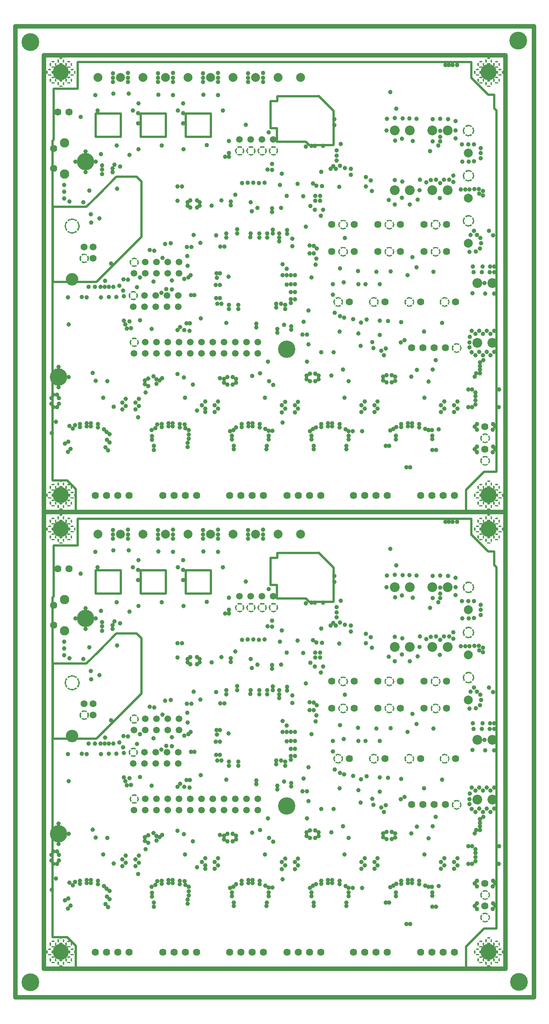
<source format=gbr>
G04 CAM350 V9.5 (Build 208) Date:  Tue Mar 07 15:27:25 2017 *
G04 Database: (Untitled) *
G04 Layer 8: gp1 *
%FSLAX24Y24*%
%MOIN*%
%SFA1.000B1.000*%

%MIA0B0*%
%IPPOS*%
%ADD13C,0.04000*%
%ADD17C,0.08700*%
%ADD70C,0.00100*%
%ADD71C,0.00200*%
%ADD26C,0.00800*%
%ADD29C,0.06400*%
%ADD32C,0.01000*%
%ADD33C,0.02000*%
%ADD53C,0.00600*%
%ADD76C,0.15811*%
%ADD77C,0.05943*%
%ADD78C,0.15392*%
%ADD79C,0.11100*%
%ADD80C,0.06200*%
%ADD81C,0.08300*%
%ADD82C,0.07900*%
%ADD83C,0.14211*%
%ADD84C,0.03900*%
%LNgp1*%
%LPD*%
G54D76*
X1329Y84718D03*
X44661Y84828D03*
X44732Y1358D03*
X1329Y1329D03*
G54D29*
X39119Y21169D03*
X35989D03*
X3779Y37989D03*
X4779D03*
X29669Y21169D03*
X32839D03*
X34214Y28029D03*
X32214D03*
X36319D03*
X38319D03*
X30109D03*
X28109D03*
X38319Y25629D03*
X36319D03*
X32214D03*
X34214D03*
X30109D03*
X28109D03*
X35989Y3989D03*
X36989D03*
X37989D03*
X38989D03*
X30039D03*
X31039D03*
X32039D03*
X33039D03*
X19039D03*
X20039D03*
X21039D03*
X22039D03*
X24139D03*
X25139D03*
X26139D03*
X27139D03*
X13089D03*
X14089D03*
X15089D03*
X16089D03*
X10089D03*
X9089D03*
X8089D03*
X7089D03*
X3399Y32999D03*
Y34779D03*
X41719Y10089D03*
Y8089D03*
X38189Y17089D03*
X37189D03*
X36189D03*
X35189D03*
X39119Y61669D03*
X35989D03*
X3779Y78489D03*
X4779D03*
X29669Y61669D03*
X32839D03*
X34214Y68529D03*
X32214D03*
X36319D03*
X38319D03*
X30109D03*
X28109D03*
X38319Y66129D03*
X36319D03*
X32214D03*
X34214D03*
X30109D03*
X28109D03*
X35989Y44489D03*
X36989D03*
X37989D03*
X38989D03*
X30039D03*
X31039D03*
X32039D03*
X33039D03*
X19039D03*
X20039D03*
X21039D03*
X22039D03*
X24139D03*
X25139D03*
X26139D03*
X27139D03*
X13089D03*
X14089D03*
X15089D03*
X16089D03*
X10089D03*
X9089D03*
X8089D03*
X7089D03*
X3399Y73499D03*
Y75279D03*
X41719Y50589D03*
Y48589D03*
X38189Y57589D03*
X37189D03*
X36189D03*
X35189D03*
G54D77*
X19919Y35569D03*
X20919D03*
X21919D03*
X22919D03*
X21549Y17599D03*
Y16599D03*
X20549Y17599D03*
Y16599D03*
X19549Y17599D03*
Y16599D03*
X18549Y17599D03*
Y16599D03*
X17549Y17599D03*
Y16599D03*
X16549Y17599D03*
Y16599D03*
X15549Y17599D03*
Y16599D03*
X14549Y17599D03*
Y16599D03*
X13549Y17599D03*
Y16599D03*
X12549Y17599D03*
Y16599D03*
X11549Y17599D03*
Y16599D03*
X10549D03*
X10469Y20739D03*
X11469D03*
Y21739D03*
X12469Y20739D03*
Y21739D03*
X13469Y20739D03*
Y21739D03*
X14469Y20739D03*
Y21739D03*
X10549Y23689D03*
X11549D03*
Y24689D03*
X12549Y23689D03*
Y24689D03*
X13549Y23689D03*
Y24689D03*
X14549Y23689D03*
Y24689D03*
X19919Y76069D03*
X20919D03*
X21919D03*
X22919D03*
X21549Y58099D03*
Y57099D03*
X20549Y58099D03*
Y57099D03*
X19549Y58099D03*
Y57099D03*
X18549Y58099D03*
Y57099D03*
X17549Y58099D03*
Y57099D03*
X16549Y58099D03*
Y57099D03*
X15549Y58099D03*
Y57099D03*
X14549Y58099D03*
Y57099D03*
X13549Y58099D03*
Y57099D03*
X12549Y58099D03*
Y57099D03*
X11549Y58099D03*
Y57099D03*
X10549D03*
X10469Y61239D03*
X11469D03*
Y62239D03*
X12469Y61239D03*
Y62239D03*
X13469Y61239D03*
Y62239D03*
X14469Y61239D03*
Y62239D03*
X10549Y64189D03*
X11549D03*
Y65189D03*
X12549Y64189D03*
Y65189D03*
X13549Y64189D03*
Y65189D03*
X14549Y64189D03*
Y65189D03*
G54D78*
X24089Y16969D03*
X6229Y33589D03*
X3844Y14496D03*
X24089Y57469D03*
X6229Y74089D03*
X3844Y54996D03*
G54D79*
X5039Y23169D03*
Y63669D03*
G54D80*
X6109Y26032D03*
X6899D03*
Y25039D03*
X6109Y66532D03*
X6899D03*
Y65539D03*
G54D81*
X4379Y32509D03*
Y35269D03*
Y73009D03*
Y75769D03*
G54D82*
X7339Y41059D03*
X9339D03*
X11339D03*
X13339D03*
X15339D03*
X17339D03*
X19339D03*
X21339D03*
X23339D03*
X25339D03*
X40246Y26364D03*
Y30364D03*
Y34364D03*
X7339Y81559D03*
X9339D03*
X11339D03*
X13339D03*
X15339D03*
X17339D03*
X19339D03*
X21339D03*
X23339D03*
X25339D03*
X40246Y66864D03*
Y70864D03*
Y74864D03*
G54D17*
X33689Y36379D03*
X35029D03*
Y31079D03*
X33689D03*
X37049Y36379D03*
X38389D03*
Y31079D03*
X37049D03*
X42383Y22827D03*
X41043D03*
Y17527D03*
X42383D03*
X33689Y76879D03*
X35029D03*
Y71579D03*
X33689D03*
X37049Y76879D03*
X38389D03*
Y71579D03*
X37049D03*
X42383Y63327D03*
X41043D03*
Y58027D03*
X42383D03*
G54D83*
X4039Y41539D03*
X42039D03*
X4039Y4039D03*
X42039D03*
X4039Y82039D03*
X42039D03*
X4039Y44539D03*
X42039D03*
G54D84*
X14403Y18670D03*
X30020Y19628D03*
X40379Y18079D03*
X40329Y17129D03*
X27077Y30561D03*
Y30128D03*
X26644Y30561D03*
Y30128D03*
X5324Y33589D03*
X7135D03*
X6229Y34495D03*
Y32684D03*
X3844Y13590D03*
Y15401D03*
X4749Y14496D03*
X8739Y11856D03*
X37609Y9859D03*
X35257Y25132D03*
X30800Y9713D03*
X11079Y19536D03*
X10128Y19422D03*
X17432Y29695D03*
X6044Y30004D03*
X4796Y30063D03*
X8501Y24566D03*
X4339Y30322D03*
X4343Y30931D03*
X4329Y31550D03*
X7719Y33283D03*
X7704Y32888D03*
X7699Y32504D03*
X40349Y17559D03*
X42549Y18605D03*
X42199Y18329D03*
X40869Y18335D03*
X40539Y18605D03*
Y16719D03*
X40869Y16449D03*
X41879Y18605D03*
X42546Y16725D03*
X41206D03*
X19130Y29722D03*
X23742Y23522D03*
X24478D03*
X24114Y24117D03*
X18187Y23716D03*
X18558Y26071D03*
X22881Y27236D03*
X23432Y26529D03*
X23968Y20917D03*
X18188Y22680D03*
X13893Y23077D03*
X15000Y23205D03*
X15319Y24379D03*
X15257Y25239D03*
X13061Y25063D03*
X12329Y25719D03*
X11931Y25757D03*
X12972Y21978D03*
X13399Y22289D03*
X10271Y18847D03*
X12267Y22984D03*
X10819Y22479D03*
X14988Y14461D03*
X35177Y14529D03*
X28088Y14627D03*
X21026Y14591D03*
X14390Y14773D03*
X6886Y14878D03*
X11584Y13125D03*
X22901Y13795D03*
X21002Y29193D03*
X23743Y24516D03*
X15218Y19280D03*
X18161Y14406D03*
X18734Y19311D03*
X17929Y20989D03*
X26508Y25467D03*
X24851Y23522D03*
X26305Y23323D03*
X24110Y22713D03*
X24851Y22047D03*
X24481Y22049D03*
X23856Y19143D03*
X23268Y18773D03*
X28258Y16693D03*
X27185D03*
X31719Y17599D03*
X26047Y17396D03*
X22439Y15869D03*
X9630Y19506D03*
X28836Y19903D03*
X25893Y18262D03*
X25510Y18264D03*
X25616Y19415D03*
X15498Y19278D03*
X24111Y23523D03*
X24481Y22729D03*
X24589Y26089D03*
X28809Y18529D03*
X30469Y18379D03*
X24129Y27189D03*
X18189Y26071D03*
X37154Y23852D03*
X35634Y24229D03*
X33342Y23877D03*
X32370Y22736D03*
X32061Y23823D03*
X31104Y22735D03*
X30440Y23919D03*
X30483Y22737D03*
X29185Y22917D03*
X28218Y22748D03*
X28835Y24149D03*
X37898Y19315D03*
X34270Y19355D03*
X33110Y19469D03*
X32377Y19495D03*
X32371Y18236D03*
X31209Y19588D03*
X3858Y12622D03*
X3218D03*
X3718Y12922D03*
X3368D03*
X33439Y14039D03*
Y14679D03*
X33739Y14179D03*
Y14529D03*
X26649Y14149D03*
Y14789D03*
X26949Y14289D03*
Y14639D03*
X38969Y12009D03*
X39259Y12323D03*
X38109D03*
X37819Y12013D03*
X39259Y11703D03*
X38969Y11389D03*
X38109Y11703D03*
X37819Y11389D03*
X31889Y12009D03*
X32179Y12323D03*
X31029D03*
X30739Y12013D03*
X32179Y11703D03*
X31889Y11389D03*
X31029Y11703D03*
X30739Y11389D03*
X24829Y11999D03*
X25119Y12313D03*
X23969D03*
X23679Y12003D03*
X25119Y11693D03*
X24829Y11379D03*
X23969Y11693D03*
X23679Y11379D03*
X9519Y11629D03*
X9809Y11943D03*
X10669Y11629D03*
X10959Y11943D03*
X9519Y12253D03*
X9809Y12563D03*
X10959D03*
X10669Y12249D03*
X16859Y11389D03*
X17719Y12009D03*
X18009Y12323D03*
X16859D03*
X16569Y12013D03*
X18009Y11703D03*
X17719Y11389D03*
X10889Y10939D03*
X19619Y14339D03*
Y13989D03*
X19319Y14489D03*
Y13849D03*
X18839Y14489D03*
Y13849D03*
X18539Y13999D03*
Y14349D03*
X32659Y14189D03*
Y14539D03*
X32959Y14039D03*
Y14679D03*
X25869Y14299D03*
Y14649D03*
X26169Y14149D03*
Y14789D03*
X12819Y14189D03*
X12549Y14299D03*
X13039Y14409D03*
X12549Y13919D03*
X11799Y14359D03*
Y13719D03*
X11499Y14219D03*
Y13869D03*
X3708Y11842D03*
X3358D03*
X3858Y12142D03*
X3218D03*
X12259Y14569D03*
X37069Y15159D03*
X21729Y14849D03*
X35688Y15148D03*
X7789Y12669D03*
X41206Y18599D03*
X41539Y18335D03*
X3609Y10539D03*
X33209Y8409D03*
X32909D03*
X29399Y8099D03*
Y8409D03*
X29589Y8979D03*
Y9319D03*
X26489Y8099D03*
Y8409D03*
X26319Y8979D03*
Y9319D03*
X29089Y15179D03*
X23749Y10459D03*
X3239Y9539D03*
X22157Y12684D03*
X7154Y14184D03*
X42429Y27079D03*
X42069Y27469D03*
X40739Y27459D03*
X41319Y26829D03*
X41279Y25889D03*
X40909Y25629D03*
X41369Y26359D03*
X40999Y27099D03*
X40439Y27109D03*
X40329Y25619D03*
X35315Y35432D03*
X33741Y35471D03*
X33009Y37409D03*
X35629D03*
X34329Y35629D03*
X32959Y36379D03*
X35019Y37429D03*
X34419D03*
X33709Y37459D03*
X41531Y30590D03*
X41208Y30781D03*
X40757Y31155D03*
X41169Y31158D03*
X41525Y31015D03*
X40339Y31151D03*
X39968Y31148D03*
X39578Y31151D03*
X35029Y29809D03*
X33689Y29799D03*
X35899Y31069D03*
X35749Y30249D03*
X33169Y30199D03*
X35929Y31999D03*
X33689Y31979D03*
X34369Y31839D03*
X34349Y30389D03*
X41339Y33899D03*
Y34379D03*
Y34819D03*
X39699Y33619D03*
X40739Y33629D03*
X40269Y33619D03*
X39669Y35129D03*
X40749Y35149D03*
X40249Y35139D03*
X38539Y31989D03*
X36889Y31979D03*
X38899Y32369D03*
X36489Y31769D03*
X38889Y31809D03*
X38069Y31989D03*
X37369D03*
X37729Y31719D03*
X37709Y30359D03*
X36849Y34529D03*
X39099Y36359D03*
X39089Y37209D03*
X37559Y35029D03*
X37729Y35799D03*
Y36325D03*
X37079Y35399D03*
X39119Y35659D03*
X37729Y35396D03*
X38439Y37379D03*
X37749Y37389D03*
X37059Y37369D03*
X31139Y31399D03*
X28539Y34609D03*
Y34129D03*
Y33709D03*
X28829Y33229D03*
X28919Y35159D03*
X31669Y31009D03*
X31129Y32249D03*
X29799Y32429D03*
X29809Y32979D03*
X29287Y33025D03*
X31559Y31939D03*
X8791Y33329D03*
X27159Y32719D03*
X22792Y32857D03*
X10940Y34705D03*
X10149Y34220D03*
X18981Y34367D03*
X20679Y40669D03*
Y41439D03*
X22019Y41459D03*
X22009Y40659D03*
X20679Y41049D03*
X21999D03*
X7057Y22511D03*
X7573Y22510D03*
X9223Y22590D03*
X8711Y22520D03*
X9569Y22179D03*
X8317Y22510D03*
X7982Y23051D03*
X7933Y22511D03*
X6505Y22502D03*
X8986Y21595D03*
X6341Y21569D03*
X7608Y21585D03*
X9772Y19166D03*
X5921Y21589D03*
X26202Y29686D03*
X26438Y31685D03*
X26743Y31478D03*
X27237Y31453D03*
X26669Y24459D03*
X26729Y25019D03*
X26760Y25903D03*
X27323Y29350D03*
X27136Y28789D03*
X26596Y29342D03*
X25805Y27824D03*
X7991Y8259D03*
X7459Y28568D03*
X19549Y30679D03*
X9049Y31189D03*
X6729Y28198D03*
X6699Y28938D03*
X8634Y32665D03*
X8640Y33008D03*
X15897Y21763D03*
X11078Y23325D03*
X15247Y26023D03*
X19809Y20915D03*
X19810Y20548D03*
X18969Y20919D03*
Y20549D03*
X23442Y27234D03*
X24127Y27544D03*
X24589Y26777D03*
X33319Y39779D03*
X23969Y20549D03*
X34249Y17579D03*
X31811Y17077D03*
X13792Y26380D03*
X15653Y26048D03*
X18729Y26877D03*
X18730Y27236D03*
X19715Y27234D03*
X18961Y35439D03*
X6695Y10399D03*
X6335D03*
Y10139D03*
X6695D03*
X5731Y10339D03*
Y10069D03*
X8381Y8699D03*
X8139Y8941D03*
X8231Y8019D03*
X4899Y8122D03*
X4669Y7879D03*
X4709Y8758D03*
X4399Y8599D03*
X8379Y9439D03*
X35229Y10399D03*
X34869D03*
Y10139D03*
X35885Y10329D03*
Y10049D03*
X34265Y10339D03*
Y10069D03*
X36395Y9889D03*
X28141Y10399D03*
X27781D03*
Y10139D03*
X28141D03*
X28797Y10329D03*
Y10049D03*
X27177Y10339D03*
Y10069D03*
X21055Y10399D03*
X20695D03*
Y10139D03*
X21055D03*
X21711Y10329D03*
Y10049D03*
X20091Y10339D03*
Y10069D03*
X19379Y9799D03*
X22509Y8979D03*
Y9319D03*
X22319Y8099D03*
X22329Y8409D03*
X19399D03*
Y8099D03*
X19239Y9319D03*
Y8979D03*
X22221Y9889D03*
X12149Y8929D03*
Y9269D03*
X12299Y8049D03*
X12289Y8389D03*
X15319Y8659D03*
Y8309D03*
X15409Y9389D03*
Y9049D03*
X12589Y10289D03*
X12429Y9979D03*
X12999Y10069D03*
Y10339D03*
X14619Y10049D03*
Y10329D03*
X13964Y10139D03*
X13604D03*
X15065Y12674D03*
X13604Y10399D03*
X13964D03*
X42539Y23809D03*
X41683Y22845D03*
X33849Y38309D03*
X22367Y26882D03*
X42959Y13399D03*
X42949Y11839D03*
X14813Y31418D03*
X41742Y21919D03*
X41437Y23789D03*
X40589Y21939D03*
X42539Y21909D03*
X40639Y24289D03*
X41489D03*
X42146Y23799D03*
X40709D03*
X17839Y27062D03*
X15829Y27089D03*
X29239Y12674D03*
X16429Y26419D03*
X32889Y17049D03*
X24482Y21400D03*
X24851Y21401D03*
X17829Y21489D03*
X18188Y21490D03*
X26152Y26155D03*
X32749Y16449D03*
X22368Y27235D03*
X21683Y27233D03*
X36319Y18529D03*
X22881Y27586D03*
X26511Y26153D03*
X26153Y25468D03*
X24850Y22730D03*
X18298Y20989D03*
X25919Y15859D03*
X8291Y21589D03*
X4662Y21579D03*
X4731Y19169D03*
X23589Y29510D03*
X23263Y18422D03*
X21409Y18889D03*
X28219Y21799D03*
X28374Y20206D03*
X42159Y24299D03*
X26319Y34999D03*
X26609D03*
X27329Y34989D03*
X28329Y37369D03*
Y36829D03*
X10449Y38129D03*
X17999Y41049D03*
X16679D03*
X18009Y40659D03*
X18019Y41459D03*
X16679Y41439D03*
Y40669D03*
X16719Y39529D03*
X18019Y39509D03*
X14019D03*
X12719Y39529D03*
X12679Y40669D03*
Y41439D03*
X14019Y41459D03*
X14009Y40659D03*
X12679Y41049D03*
X13999D03*
X10082Y39649D03*
X8695Y39640D03*
X8679Y40669D03*
Y41439D03*
X10019Y41459D03*
X10009Y40659D03*
X8679Y41049D03*
X9999D03*
X7309Y38149D03*
X14434Y38129D03*
X10899Y37909D03*
Y36999D03*
X14909D03*
Y37909D03*
X18444Y38129D03*
X10929Y38759D03*
X14919Y38779D03*
X42539Y24299D03*
X35239Y10139D03*
X33289Y9759D03*
X26169Y9719D03*
X4819Y10159D03*
X12119Y9819D03*
X32490Y16831D03*
X30659Y17254D03*
X18626Y34025D03*
X18983Y34022D03*
X7099Y39489D03*
X5814Y37554D03*
X36326Y12674D03*
X7879Y9869D03*
X8119Y9639D03*
X7351Y10049D03*
Y10329D03*
X5319Y10239D03*
X5109Y9939D03*
X16859Y11703D03*
X19069Y9719D03*
X19609Y10029D03*
X33799Y9298D03*
Y8958D03*
X35069Y6509D03*
X34739D03*
X37039Y9319D03*
Y8989D03*
X37035Y8021D03*
X37015Y9789D03*
X36699D03*
X33829Y10069D03*
X33569Y9899D03*
X29959Y9689D03*
X29619D03*
X29349Y9859D03*
X26709Y10049D03*
X26439Y9899D03*
X22849Y9749D03*
X22519D03*
X15029Y10289D03*
X15119Y9969D03*
X15399Y9789D03*
X40229Y11839D03*
X40569D03*
X40869Y12439D03*
Y12069D03*
Y13149D03*
Y12799D03*
X40229Y13399D03*
X40579D03*
X40809Y8089D03*
X41009Y7839D03*
X41019Y8339D03*
X42419Y7839D03*
X42429Y8339D03*
X42629Y8089D03*
Y10089D03*
X42429Y10339D03*
X42419Y9839D03*
X41019Y10339D03*
X41009Y9839D03*
X40809Y10089D03*
X30699Y19329D03*
X29219Y19769D03*
X18936Y23416D03*
X17891Y23309D03*
X17821Y22681D03*
X17873Y23715D03*
X15579Y23535D03*
X20890Y27235D03*
X19714Y27591D03*
X23433Y26880D03*
X20129Y31719D03*
X20632Y31722D03*
X21126D03*
X21627Y31719D03*
X22130Y31727D03*
X20895Y29999D03*
X19130Y30075D03*
X20887Y26889D03*
X21683Y26878D03*
X34585Y17779D03*
X37323Y16014D03*
X21508Y29506D03*
X21413Y19247D03*
X23169Y21009D03*
Y20659D03*
X9914Y18798D03*
X12094Y18768D03*
X9609Y23162D03*
X13908Y22274D03*
X9635Y21684D03*
X38521Y42178D03*
X39229Y42174D03*
X28769Y31379D03*
X25559Y30539D03*
X23489Y31525D03*
X25065Y31639D03*
X22418Y32913D03*
X22795Y33405D03*
X22514Y36206D03*
X14939Y34699D03*
X9312Y33155D03*
X10013Y23140D03*
X24501Y18701D03*
X24502Y19001D03*
X15613Y21760D03*
X15377Y23341D03*
X22789Y29459D03*
Y29149D03*
X16139Y30169D03*
X16379Y29999D03*
Y29709D03*
X16149Y29529D03*
X14407Y31420D03*
X14398Y30122D03*
X15527Y30168D03*
X15297Y29988D03*
Y29698D03*
X15537Y29528D03*
X34827Y23528D03*
X29258Y26840D03*
X16124Y11535D03*
X25814Y34928D03*
X23676Y32549D03*
X16999Y35057D03*
X12989Y35049D03*
X9004Y35036D03*
X20481Y36880D03*
X7615Y34258D03*
X29619Y14138D03*
X36709Y14113D03*
X8179Y14134D03*
X15760Y13833D03*
X22539Y14131D03*
X13298Y26319D03*
X16469Y19719D03*
X18319Y30179D03*
X28469Y32969D03*
X28019Y32979D03*
X40817Y14535D03*
X40937Y14835D03*
X41287Y15155D03*
Y15815D03*
X41539Y16449D03*
X41879Y16729D03*
X42199Y16449D03*
X41567Y15995D03*
X41287Y15485D03*
X41257Y14835D03*
X38205Y42177D03*
X38840D03*
X37365Y8021D03*
X24104Y30575D03*
X15478Y18599D03*
X14635Y18938D03*
X14992Y18681D03*
X6556Y31031D03*
X24479Y21059D03*
X23589Y20999D03*
X26039Y20389D03*
X28239Y33199D03*
X14403Y59170D03*
X30020Y60128D03*
X40379Y58579D03*
X40329Y57629D03*
X27077Y71061D03*
Y70628D03*
X26644Y71061D03*
Y70628D03*
X5324Y74089D03*
X7135D03*
X6229Y74995D03*
Y73184D03*
X3844Y54090D03*
Y55901D03*
X4749Y54996D03*
X8739Y52356D03*
X37609Y50359D03*
X35257Y65632D03*
X30800Y50213D03*
X11079Y60036D03*
X10128Y59922D03*
X17432Y70195D03*
X6044Y70504D03*
X4796Y70563D03*
X8501Y65066D03*
X4339Y70822D03*
X4343Y71431D03*
X4329Y72050D03*
X7719Y73783D03*
X7704Y73388D03*
X7699Y73004D03*
X40349Y58059D03*
X42549Y59105D03*
X42199Y58829D03*
X40869Y58835D03*
X40539Y59105D03*
Y57219D03*
X40869Y56949D03*
X41879Y59105D03*
X42546Y57225D03*
X41206D03*
X19130Y70222D03*
X23742Y64022D03*
X24478D03*
X24114Y64617D03*
X18187Y64216D03*
X18558Y66571D03*
X22881Y67736D03*
X23432Y67029D03*
X23968Y61417D03*
X18188Y63180D03*
X13893Y63577D03*
X15000Y63705D03*
X15319Y64879D03*
X15257Y65739D03*
X13061Y65563D03*
X12329Y66219D03*
X11931Y66257D03*
X12972Y62478D03*
X13399Y62789D03*
X10271Y59347D03*
X12267Y63484D03*
X10819Y62979D03*
X14988Y54961D03*
X35177Y55029D03*
X28088Y55127D03*
X21026Y55091D03*
X14390Y55273D03*
X6886Y55378D03*
X11584Y53625D03*
X22901Y54295D03*
X21002Y69693D03*
X23743Y65016D03*
X15218Y59780D03*
X18161Y54906D03*
X18734Y59811D03*
X17929Y61489D03*
X26508Y65967D03*
X24851Y64022D03*
X26305Y63823D03*
X24110Y63213D03*
X24851Y62547D03*
X24481Y62549D03*
X23856Y59643D03*
X23268Y59273D03*
X28258Y57193D03*
X27185D03*
X31719Y58099D03*
X26047Y57896D03*
X22439Y56369D03*
X9630Y60006D03*
X28836Y60403D03*
X25893Y58762D03*
X25510Y58764D03*
X25616Y59915D03*
X15498Y59778D03*
X24111Y64023D03*
X24481Y63229D03*
X24589Y66589D03*
X28809Y59029D03*
X30469Y58879D03*
X24129Y67689D03*
X18189Y66571D03*
X37154Y64352D03*
X35634Y64729D03*
X33342Y64377D03*
X32370Y63236D03*
X32061Y64323D03*
X31104Y63235D03*
X30440Y64419D03*
X30483Y63237D03*
X29185Y63417D03*
X28218Y63248D03*
X28835Y64649D03*
X37898Y59815D03*
X34270Y59855D03*
X33110Y59969D03*
X32377Y59995D03*
X32371Y58736D03*
X31209Y60088D03*
X3858Y53122D03*
X3218D03*
X3718Y53422D03*
X3368D03*
X33439Y54539D03*
Y55179D03*
X33739Y54679D03*
Y55029D03*
X26649Y54649D03*
Y55289D03*
X26949Y54789D03*
Y55139D03*
X38969Y52509D03*
X39259Y52823D03*
X38109D03*
X37819Y52513D03*
X39259Y52203D03*
X38969Y51889D03*
X38109Y52203D03*
X37819Y51889D03*
X31889Y52509D03*
X32179Y52823D03*
X31029D03*
X30739Y52513D03*
X32179Y52203D03*
X31889Y51889D03*
X31029Y52203D03*
X30739Y51889D03*
X24829Y52499D03*
X25119Y52813D03*
X23969D03*
X23679Y52503D03*
X25119Y52193D03*
X24829Y51879D03*
X23969Y52193D03*
X23679Y51879D03*
X9519Y52129D03*
X9809Y52443D03*
X10669Y52129D03*
X10959Y52443D03*
X9519Y52753D03*
X9809Y53063D03*
X10959D03*
X10669Y52749D03*
X16859Y51889D03*
X17719Y52509D03*
X18009Y52823D03*
X16859D03*
X16569Y52513D03*
X18009Y52203D03*
X17719Y51889D03*
X10889Y51439D03*
X19619Y54839D03*
Y54489D03*
X19319Y54989D03*
Y54349D03*
X18839Y54989D03*
Y54349D03*
X18539Y54499D03*
Y54849D03*
X32659Y54689D03*
Y55039D03*
X32959Y54539D03*
Y55179D03*
X25869Y54799D03*
Y55149D03*
X26169Y54649D03*
Y55289D03*
X12819Y54689D03*
X12549Y54799D03*
X13039Y54909D03*
X12549Y54419D03*
X11799Y54859D03*
Y54219D03*
X11499Y54719D03*
Y54369D03*
X3708Y52342D03*
X3358D03*
X3858Y52642D03*
X3218D03*
X12259Y55069D03*
X37069Y55659D03*
X21729Y55349D03*
X35688Y55648D03*
X7789Y53169D03*
X41206Y59099D03*
X41539Y58835D03*
X3609Y51039D03*
X33209Y48909D03*
X32909D03*
X29399Y48599D03*
Y48909D03*
X29589Y49479D03*
Y49819D03*
X26489Y48599D03*
Y48909D03*
X26319Y49479D03*
Y49819D03*
X29089Y55679D03*
X23749Y50959D03*
X3239Y50039D03*
X22157Y53184D03*
X7154Y54684D03*
X42429Y67579D03*
X42069Y67969D03*
X40739Y67959D03*
X41319Y67329D03*
X41279Y66389D03*
X40909Y66129D03*
X41369Y66859D03*
X40999Y67599D03*
X40439Y67609D03*
X40329Y66119D03*
X35315Y75932D03*
X33741Y75971D03*
X33009Y77909D03*
X35629D03*
X34329Y76129D03*
X32959Y76879D03*
X35019Y77929D03*
X34419D03*
X33709Y77959D03*
X41531Y71090D03*
X41208Y71281D03*
X40757Y71655D03*
X41169Y71658D03*
X41525Y71515D03*
X40339Y71651D03*
X39968Y71648D03*
X39578Y71651D03*
X35029Y70309D03*
X33689Y70299D03*
X35899Y71569D03*
X35749Y70749D03*
X33169Y70699D03*
X35929Y72499D03*
X33689Y72479D03*
X34369Y72339D03*
X34349Y70889D03*
X41339Y74399D03*
Y74879D03*
Y75319D03*
X39699Y74119D03*
X40739Y74129D03*
X40269Y74119D03*
X39669Y75629D03*
X40749Y75649D03*
X40249Y75639D03*
X38539Y72489D03*
X36889Y72479D03*
X38899Y72869D03*
X36489Y72269D03*
X38889Y72309D03*
X38069Y72489D03*
X37369D03*
X37729Y72219D03*
X37709Y70859D03*
X36849Y75029D03*
X39099Y76859D03*
X39089Y77709D03*
X37559Y75529D03*
X37729Y76299D03*
Y76825D03*
X37079Y75899D03*
X39119Y76159D03*
X37729Y75896D03*
X38439Y77879D03*
X37749Y77889D03*
X37059Y77869D03*
X31139Y71899D03*
X28539Y75109D03*
Y74629D03*
Y74209D03*
X28829Y73729D03*
X28919Y75659D03*
X31669Y71509D03*
X31129Y72749D03*
X29799Y72929D03*
X29809Y73479D03*
X29287Y73525D03*
X31559Y72439D03*
X8791Y73829D03*
X27159Y73219D03*
X22792Y73357D03*
X10940Y75205D03*
X10149Y74720D03*
X18981Y74867D03*
X20679Y81169D03*
Y81939D03*
X22019Y81959D03*
X22009Y81159D03*
X20679Y81549D03*
X21999D03*
X7057Y63011D03*
X7573Y63010D03*
X9223Y63090D03*
X8711Y63020D03*
X9569Y62679D03*
X8317Y63010D03*
X7982Y63551D03*
X7933Y63011D03*
X6505Y63002D03*
X8986Y62095D03*
X6341Y62069D03*
X7608Y62085D03*
X9772Y59666D03*
X5921Y62089D03*
X26202Y70186D03*
X26438Y72185D03*
X26743Y71978D03*
X27237Y71953D03*
X26669Y64959D03*
X26729Y65519D03*
X26760Y66403D03*
X27323Y69850D03*
X27136Y69289D03*
X26596Y69842D03*
X25805Y68324D03*
X7991Y48759D03*
X7459Y69068D03*
X19549Y71179D03*
X9049Y71689D03*
X6729Y68698D03*
X6699Y69438D03*
X8634Y73165D03*
X8640Y73508D03*
X15897Y62263D03*
X11078Y63825D03*
X15247Y66523D03*
X19809Y61415D03*
X19810Y61048D03*
X18969Y61419D03*
Y61049D03*
X23442Y67734D03*
X24127Y68044D03*
X24589Y67277D03*
X33319Y80279D03*
X23969Y61049D03*
X34249Y58079D03*
X31811Y57577D03*
X13792Y66880D03*
X15653Y66548D03*
X18729Y67377D03*
X18730Y67736D03*
X19715Y67734D03*
X18961Y75939D03*
X6695Y50899D03*
X6335D03*
Y50639D03*
X6695D03*
X5731Y50839D03*
Y50569D03*
X8381Y49199D03*
X8139Y49441D03*
X8231Y48519D03*
X4899Y48622D03*
X4669Y48379D03*
X4709Y49258D03*
X4399Y49099D03*
X8379Y49939D03*
X35229Y50899D03*
X34869D03*
Y50639D03*
X35885Y50829D03*
Y50549D03*
X34265Y50839D03*
Y50569D03*
X36395Y50389D03*
X28141Y50899D03*
X27781D03*
Y50639D03*
X28141D03*
X28797Y50829D03*
Y50549D03*
X27177Y50839D03*
Y50569D03*
X21055Y50899D03*
X20695D03*
Y50639D03*
X21055D03*
X21711Y50829D03*
Y50549D03*
X20091Y50839D03*
Y50569D03*
X19379Y50299D03*
X22509Y49479D03*
Y49819D03*
X22319Y48599D03*
X22329Y48909D03*
X19399D03*
Y48599D03*
X19239Y49819D03*
Y49479D03*
X22221Y50389D03*
X12149Y49429D03*
Y49769D03*
X12299Y48549D03*
X12289Y48889D03*
X15319Y49159D03*
Y48809D03*
X15409Y49889D03*
Y49549D03*
X12589Y50789D03*
X12429Y50479D03*
X12999Y50569D03*
Y50839D03*
X14619Y50549D03*
Y50829D03*
X13964Y50639D03*
X13604D03*
X15065Y53174D03*
X13604Y50899D03*
X13964D03*
X42539Y64309D03*
X41683Y63345D03*
X33849Y78809D03*
X22367Y67382D03*
X42959Y53899D03*
X42949Y52339D03*
X14813Y71918D03*
X41742Y62419D03*
X41437Y64289D03*
X40589Y62439D03*
X42539Y62409D03*
X40639Y64789D03*
X41489D03*
X42146Y64299D03*
X40709D03*
X17839Y67562D03*
X15829Y67589D03*
X29239Y53174D03*
X16429Y66919D03*
X32889Y57549D03*
X24482Y61900D03*
X24851Y61901D03*
X17829Y61989D03*
X18188Y61990D03*
X26152Y66655D03*
X32749Y56949D03*
X22368Y67735D03*
X21683Y67733D03*
X36319Y59029D03*
X22881Y68086D03*
X26511Y66653D03*
X26153Y65968D03*
X24850Y63230D03*
X18298Y61489D03*
X25919Y56359D03*
X8291Y62089D03*
X4662Y62079D03*
X4731Y59669D03*
X23589Y70010D03*
X23263Y58922D03*
X21409Y59389D03*
X28219Y62299D03*
X28374Y60706D03*
X42159Y64799D03*
X26319Y75499D03*
X26609D03*
X27329Y75489D03*
X28329Y77869D03*
Y77329D03*
X10449Y78629D03*
X17999Y81549D03*
X16679D03*
X18009Y81159D03*
X18019Y81959D03*
X16679Y81939D03*
Y81169D03*
X16719Y80029D03*
X18019Y80009D03*
X14019D03*
X12719Y80029D03*
X12679Y81169D03*
Y81939D03*
X14019Y81959D03*
X14009Y81159D03*
X12679Y81549D03*
X13999D03*
X10082Y80149D03*
X8695Y80140D03*
X8679Y81169D03*
Y81939D03*
X10019Y81959D03*
X10009Y81159D03*
X8679Y81549D03*
X9999D03*
X7309Y78649D03*
X14434Y78629D03*
X10899Y78409D03*
Y77499D03*
X14909D03*
Y78409D03*
X18444Y78629D03*
X10929Y79259D03*
X14919Y79279D03*
X42539Y64799D03*
X35239Y50639D03*
X33289Y50259D03*
X26169Y50219D03*
X4819Y50659D03*
X12119Y50319D03*
X32490Y57331D03*
X30659Y57754D03*
X18626Y74525D03*
X18983Y74522D03*
X7099Y79989D03*
X5814Y78054D03*
X36326Y53174D03*
X7879Y50369D03*
X8119Y50139D03*
X7351Y50549D03*
Y50829D03*
X5319Y50739D03*
X5109Y50439D03*
X16859Y52203D03*
X19069Y50219D03*
X19609Y50529D03*
X33799Y49798D03*
Y49458D03*
X35069Y47009D03*
X34739D03*
X37039Y49819D03*
Y49489D03*
X37035Y48521D03*
X37015Y50289D03*
X36699D03*
X33829Y50569D03*
X33569Y50399D03*
X29959Y50189D03*
X29619D03*
X29349Y50359D03*
X26709Y50549D03*
X26439Y50399D03*
X22849Y50249D03*
X22519D03*
X15029Y50789D03*
X15119Y50469D03*
X15399Y50289D03*
X40229Y52339D03*
X40569D03*
X40869Y52939D03*
Y52569D03*
Y53649D03*
Y53299D03*
X40229Y53899D03*
X40579D03*
X40809Y48589D03*
X41009Y48339D03*
X41019Y48839D03*
X42419Y48339D03*
X42429Y48839D03*
X42629Y48589D03*
Y50589D03*
X42429Y50839D03*
X42419Y50339D03*
X41019Y50839D03*
X41009Y50339D03*
X40809Y50589D03*
X30699Y59829D03*
X29219Y60269D03*
X18936Y63916D03*
X17891Y63809D03*
X17821Y63181D03*
X17873Y64215D03*
X15579Y64035D03*
X20890Y67735D03*
X19714Y68091D03*
X23433Y67380D03*
X20129Y72219D03*
X20632Y72222D03*
X21126D03*
X21627Y72219D03*
X22130Y72227D03*
X20895Y70499D03*
X19130Y70575D03*
X20887Y67389D03*
X21683Y67378D03*
X34585Y58279D03*
X37323Y56514D03*
X21508Y70006D03*
X21413Y59747D03*
X23169Y61509D03*
Y61159D03*
X9914Y59298D03*
X12094Y59268D03*
X9609Y63662D03*
X13908Y62774D03*
X9635Y62184D03*
X38521Y82678D03*
X39229Y82674D03*
X28769Y71879D03*
X25559Y71039D03*
X23489Y72025D03*
X25065Y72139D03*
X22418Y73413D03*
X22795Y73905D03*
X22514Y76706D03*
X14939Y75199D03*
X9312Y73655D03*
X10013Y63640D03*
X24501Y59201D03*
X24502Y59501D03*
X15613Y62260D03*
X15377Y63841D03*
X22789Y69959D03*
Y69649D03*
X16139Y70669D03*
X16379Y70499D03*
Y70209D03*
X16149Y70029D03*
X14407Y71920D03*
X14398Y70622D03*
X15527Y70668D03*
X15297Y70488D03*
Y70198D03*
X15537Y70028D03*
X34827Y64028D03*
X29258Y67340D03*
X16124Y52035D03*
X25814Y75428D03*
X23676Y73049D03*
X16999Y75557D03*
X12989Y75549D03*
X9004Y75536D03*
X20481Y77380D03*
X7615Y74758D03*
X29619Y54638D03*
X36709Y54613D03*
X8179Y54634D03*
X15760Y54333D03*
X22539Y54631D03*
X13298Y66819D03*
X16469Y60219D03*
X18319Y70679D03*
X28469Y73469D03*
X28019Y73479D03*
X40817Y55035D03*
X40937Y55335D03*
X41287Y55655D03*
Y56315D03*
X41539Y56949D03*
X41879Y57229D03*
X42199Y56949D03*
X41567Y56495D03*
X41287Y55985D03*
X41257Y55335D03*
X38205Y82677D03*
X38840D03*
X37365Y48521D03*
X24104Y71075D03*
X15478Y59099D03*
X14635Y59438D03*
X14992Y59181D03*
X6556Y71531D03*
X24479Y61559D03*
X23589Y61499D03*
X26039Y60889D03*
X28239Y73699D03*
G54D33*
X23275Y39419D02*
G01X26912D01*
X22673Y36581D02*
G01Y38966D01*
X23275D02*
G01Y39420D01*
X22675Y38966D02*
G01X23275D01*
X23250Y35378D02*
G01Y36581D01*
X22673D02*
G01X23250D01*
X28259Y35088D02*
G01Y38092D01*
X28251Y35079D02*
G01X28259Y35088D01*
X26089Y35079D02*
G01X28251D01*
X23236Y35359D02*
G01X25809D01*
X26922Y39429D02*
G01X28259Y38092D01*
X25809Y35359D02*
G01X26089Y35079D01*
X8978Y32259D02*
G01X9209D01*
X7398Y30679D02*
G01X8978Y32259D01*
X7209Y22939D02*
G01X7949Y23679D01*
X6308Y29589D02*
G01X7398Y30679D01*
X7949Y23679D02*
G01X10659Y26389D01*
X3322Y29589D02*
G01X6308D01*
X10771Y32259D02*
G01X11209Y31821D01*
X9209Y32259D02*
G01X10771D01*
X11209Y26939D02*
G01Y31821D01*
X3322Y22939D02*
G01X7209D01*
X10659Y26389D02*
G01X11209Y26939D01*
X3322Y22939D02*
G01Y29579D01*
X40489Y41040D02*
G01X41989Y39539D01*
X3319Y35397D02*
G01Y35469D01*
X3389Y35539*
X3319Y29589D02*
G01Y35397D01*
Y5339D02*
G01Y29589D01*
X41639Y6089D02*
G01X42252D01*
X40039Y4489D02*
G01X41639Y6089D01*
X5549Y40079D02*
G01Y42429D01*
X3389Y40079D02*
G01X5549D01*
X40489Y41040D02*
G01Y42429D01*
X42252Y6089D02*
G01X42739D01*
X3389Y35539D02*
G01Y40079D01*
X5549Y42429D02*
G01X40489D01*
X42739Y19139D02*
G01Y36089D01*
Y6089D02*
G01Y19139D01*
Y36089D02*
G01Y38139D01*
X41989Y39539D02*
G01X42552D01*
Y38327D02*
G01Y39539D01*
Y38327D02*
G01X42739Y38139D01*
X40039Y2559D02*
G01Y4489D01*
X3319Y5339D02*
G01X4589D01*
X5369Y4559*
Y2629D02*
G01Y4559D01*
X7154Y35814D02*
G01X9378D01*
X11139D02*
G01X13363D01*
X15149D02*
G01X17373D01*
Y37854*
X15149D02*
G01X17373D01*
X15149Y35814D02*
G01Y37854D01*
X13363Y35814D02*
G01Y37854D01*
X11139D02*
G01X13363D01*
X11139Y35814D02*
G01Y37854D01*
X9378Y35814D02*
G01Y37854D01*
X7154Y35814D02*
G01Y37854D01*
X9378*
X23275Y79919D02*
G01X26912D01*
X22673Y77081D02*
G01Y79466D01*
X23275D02*
G01Y79920D01*
X22675Y79466D02*
G01X23275D01*
X23250Y75878D02*
G01Y77081D01*
X22673D02*
G01X23250D01*
X28259Y75588D02*
G01Y78592D01*
X28251Y75579D02*
G01X28259Y75588D01*
X26089Y75579D02*
G01X28251D01*
X23236Y75859D02*
G01X25809D01*
X26922Y79929D02*
G01X28259Y78592D01*
X25809Y75859D02*
G01X26089Y75579D01*
X8978Y72759D02*
G01X9209D01*
X7398Y71179D02*
G01X8978Y72759D01*
X7209Y63439D02*
G01X7949Y64179D01*
X6308Y70089D02*
G01X7398Y71179D01*
X7949Y64179D02*
G01X10659Y66889D01*
X3322Y70089D02*
G01X6308D01*
X10771Y72759D02*
G01X11209Y72321D01*
X9209Y72759D02*
G01X10771D01*
X11209Y67439D02*
G01Y72321D01*
X3322Y63439D02*
G01X7209D01*
X10659Y66889D02*
G01X11209Y67439D01*
X3322Y63439D02*
G01Y70079D01*
X40489Y81540D02*
G01X41989Y80039D01*
X3319Y75897D02*
G01Y75969D01*
X3389Y76039*
X3319Y70089D02*
G01Y75897D01*
Y45839D02*
G01Y70089D01*
X41639Y46589D02*
G01X42252D01*
X40039Y44989D02*
G01X41639Y46589D01*
X5549Y80579D02*
G01Y82929D01*
X3389Y80579D02*
G01X5549D01*
X40489Y81540D02*
G01Y82929D01*
X42252Y46589D02*
G01X42739D01*
X3389Y76039D02*
G01Y80579D01*
X5549Y82929D02*
G01X40489D01*
X42739Y59639D02*
G01Y76589D01*
Y46589D02*
G01Y59639D01*
Y76589D02*
G01Y78639D01*
X41989Y80039D02*
G01X42552D01*
Y78827D02*
G01Y80039D01*
Y78827D02*
G01X42739Y78639D01*
X40039Y43059D02*
G01Y44989D01*
X3319Y45839D02*
G01X4589D01*
X5369Y45059*
Y43129D02*
G01Y45059D01*
X7154Y76314D02*
G01X9378D01*
X11139D02*
G01X13363D01*
X15149D02*
G01X17373D01*
Y78354*
X15149D02*
G01X17373D01*
X15149Y76314D02*
G01Y78354D01*
X13363Y76314D02*
G01Y78354D01*
X11139D02*
G01X13363D01*
X11139Y76314D02*
G01Y78354D01*
X9378Y76314D02*
G01Y78354D01*
X7154Y76314D02*
G01Y78354D01*
X9378*
G54D13*
X0Y0D02*
G01Y86097D01*
X46061*
Y0D02*
G01Y86097D01*
X0Y0D02*
G01X46061D01*
X2539Y2539D02*
G01Y43039D01*
X43539*
Y2539D02*
G01Y43039D01*
X2539Y2539D02*
G01X43539D01*
X2539Y43039D02*
G01Y83539D01*
X43539*
Y43039D02*
G01Y83539D01*
X2539Y43039D02*
G01X43539D01*
G54D70*
X37778Y21405D02*
G01X37843Y21340D01*
X37833Y21323*
Y21015D02*
G01X37843Y20999D01*
X37778Y20934*
X37766Y20951*
X37705Y21149D02*
G01X37704Y21169D01*
X37705Y21190*
X37766Y21388D02*
G01X37778Y21405D01*
G54D71*
Y21397D02*
G01X37836Y21339D01*
X37819Y21307*
Y21032D02*
G01X37836Y21000D01*
X37778Y20942*
X37756Y20979*
X37712Y21126D02*
G01X37709Y21169D01*
X37712Y21213*
X37756Y21360D02*
G01X37778Y21397D01*
G54D53*
X37782Y21365D02*
G01X37812Y21336D01*
Y21336D02*
G01X37780Y21259D01*
X37778Y21246*
Y21093D02*
G01X37804Y21014D01*
X37812Y21003*
Y21003D02*
G01X37782Y20974D01*
Y20974D02*
G01X37746Y21054D01*
X37743Y21068*
Y21068D02*
G01X37728Y21155D01*
X37729Y21169*
Y21169D02*
G01X37738Y21257D01*
X37743Y21271*
Y21271D02*
G01X37774Y21353D01*
X37782Y21365*
G54D26*
X37784Y21349D02*
G01X37799Y21334D01*
Y21005D02*
G01X37784Y20990D01*
G54D70*
X38290Y20893D02*
G01X38355Y20828D01*
X38338Y20816*
X38140Y20755D02*
G01X38119Y20754D01*
X38099Y20755*
X37901Y20816D02*
G01X37884Y20828D01*
X37949Y20893*
X37965Y20883*
X38273D02*
G01X38290Y20893D01*
G54D71*
X38289Y20886D02*
G01X38347Y20828D01*
X38310Y20806*
X38163Y20762D02*
G01X38119Y20759D01*
X38076Y20762*
X37929Y20806D02*
G01X37892Y20828D01*
X37950Y20886*
X37982Y20869*
X38257D02*
G01X38289Y20886D01*
G54D53*
X38286Y20862D02*
G01X38315Y20832D01*
Y20832D02*
G01X38235Y20796D01*
X38221Y20793*
Y20793D02*
G01X38134Y20778D01*
X38119Y20779*
Y20779D02*
G01X38032Y20788D01*
X38018Y20793*
Y20793D02*
G01X37936Y20824D01*
X37924Y20832*
Y20832D02*
G01X37953Y20862D01*
Y20862D02*
G01X38030Y20830D01*
X38043Y20828*
X38196D02*
G01X38274Y20854D01*
X38286Y20862*
G54D26*
X38284Y20849D02*
G01X38299Y20834D01*
X37940D02*
G01X37955Y20849D01*
G54D70*
X38119Y21584D02*
G01X38140D01*
X38338Y21522D02*
G01X38355Y21511D01*
X38290Y21446*
X38273Y21456*
X37965D02*
G01X37949Y21446D01*
X37884Y21511*
X37901Y21522*
X38099Y21584D02*
G01X38119D01*
G54D71*
Y21579D02*
G01X38163Y21577D01*
X38310Y21532D02*
G01X38347Y21510D01*
X38289Y21452*
X38257Y21469*
X37982D02*
G01X37950Y21452D01*
X37892Y21510*
X37929Y21532*
X38076Y21577D02*
G01X38119Y21579D01*
G54D53*
Y21559D02*
G01X38207Y21551D01*
X38221Y21546*
Y21546D02*
G01X38303Y21515D01*
X38315Y21507*
Y21507D02*
G01X38286Y21477D01*
Y21477D02*
G01X38209Y21509D01*
X38196Y21511*
X38043D02*
G01X37964Y21485D01*
X37953Y21477*
Y21477D02*
G01X37924Y21507D01*
Y21507D02*
G01X38004Y21543D01*
X38018Y21546*
Y21546D02*
G01X38105Y21560D01*
X38119Y21559*
G54D26*
X38299Y21504D02*
G01X38284Y21490D01*
X37955D02*
G01X37940Y21504D01*
G54D70*
X38461Y21405D02*
G01X38472Y21388D01*
X38534Y21190D02*
G01Y21169D01*
Y21149*
X38472Y20951D02*
G01X38461Y20934D01*
X38396Y20999*
X38406Y21015*
Y21323D02*
G01X38396Y21340D01*
X38461Y21405*
G54D71*
X38460Y21397D02*
G01X38482Y21360D01*
X38527Y21213D02*
G01X38529Y21169D01*
X38527Y21126*
X38482Y20979D02*
G01X38460Y20942D01*
X38402Y21000*
X38419Y21032*
Y21307D02*
G01X38402Y21339D01*
X38460Y21397*
G54D53*
X38457Y21365D02*
G01X38493Y21285D01*
X38496Y21271*
Y21271D02*
G01X38510Y21184D01*
X38509Y21169*
Y21169D02*
G01X38501Y21082D01*
X38496Y21068*
Y21068D02*
G01X38465Y20986D01*
X38457Y20974*
Y20974D02*
G01X38427Y21003D01*
Y21003D02*
G01X38459Y21080D01*
X38461Y21093*
Y21246D02*
G01X38435Y21324D01*
X38427Y21336*
Y21336D02*
G01X38457Y21365D01*
G54D26*
X38454Y20990D02*
G01X38440Y21005D01*
Y21334D02*
G01X38454Y21349D01*
G54D32*
X38280Y21503D02*
G01X38199Y21532D01*
X38114Y21541*
X38029Y21529*
X37959Y21503*
X37786Y21330D02*
G01X37757Y21249D01*
X37748Y21164*
X37759Y21079*
X37786Y21009*
X37959Y20836D02*
G01X38040Y20807D01*
X38125Y20798*
X38210Y20809*
X38280Y20836*
X38453Y21009D02*
G01X38482Y21090D01*
X38491Y21175*
X38479Y21260*
X38453Y21330*
G54D70*
X34648Y21405D02*
G01X34713Y21340D01*
X34703Y21323*
Y21015D02*
G01X34713Y20999D01*
X34648Y20934*
X34636Y20951*
X34575Y21149D02*
G01X34574Y21169D01*
X34575Y21190*
X34636Y21388D02*
G01X34648Y21405D01*
G54D71*
Y21397D02*
G01X34706Y21339D01*
X34689Y21307*
Y21032D02*
G01X34706Y21000D01*
X34648Y20942*
X34626Y20979*
X34582Y21126D02*
G01X34579Y21169D01*
X34582Y21213*
X34626Y21360D02*
G01X34648Y21397D01*
G54D53*
X34652Y21365D02*
G01X34682Y21336D01*
Y21336D02*
G01X34650Y21259D01*
X34648Y21246*
Y21093D02*
G01X34674Y21014D01*
X34682Y21003*
Y21003D02*
G01X34652Y20974D01*
Y20974D02*
G01X34616Y21054D01*
X34613Y21068*
Y21068D02*
G01X34598Y21155D01*
X34599Y21169*
Y21169D02*
G01X34608Y21257D01*
X34613Y21271*
Y21271D02*
G01X34644Y21353D01*
X34652Y21365*
G54D26*
X34654Y21349D02*
G01X34669Y21334D01*
Y21005D02*
G01X34654Y20990D01*
G54D70*
X35160Y20893D02*
G01X35225Y20828D01*
X35208Y20816*
X35010Y20755D02*
G01X34989Y20754D01*
X34969Y20755*
X34771Y20816D02*
G01X34754Y20828D01*
X34819Y20893*
X34835Y20883*
X35143D02*
G01X35160Y20893D01*
G54D71*
X35159Y20886D02*
G01X35217Y20828D01*
X35180Y20806*
X35033Y20762D02*
G01X34989Y20759D01*
X34946Y20762*
X34799Y20806D02*
G01X34762Y20828D01*
X34820Y20886*
X34852Y20869*
X35127D02*
G01X35159Y20886D01*
G54D53*
X35156Y20862D02*
G01X35185Y20832D01*
Y20832D02*
G01X35105Y20796D01*
X35091Y20793*
Y20793D02*
G01X35004Y20778D01*
X34989Y20779*
Y20779D02*
G01X34902Y20788D01*
X34888Y20793*
Y20793D02*
G01X34806Y20824D01*
X34794Y20832*
Y20832D02*
G01X34823Y20862D01*
Y20862D02*
G01X34900Y20830D01*
X34913Y20828*
X35066D02*
G01X35144Y20854D01*
X35156Y20862*
G54D26*
X35154Y20849D02*
G01X35169Y20834D01*
X34810D02*
G01X34825Y20849D01*
G54D70*
X34989Y21584D02*
G01X35010D01*
X35208Y21522D02*
G01X35225Y21511D01*
X35160Y21446*
X35143Y21456*
X34835D02*
G01X34819Y21446D01*
X34754Y21511*
X34771Y21522*
X34969Y21584D02*
G01X34989D01*
G54D71*
Y21579D02*
G01X35033Y21577D01*
X35180Y21532D02*
G01X35217Y21510D01*
X35159Y21452*
X35127Y21469*
X34852D02*
G01X34820Y21452D01*
X34762Y21510*
X34799Y21532*
X34946Y21577D02*
G01X34989Y21579D01*
G54D53*
Y21559D02*
G01X35077Y21551D01*
X35091Y21546*
Y21546D02*
G01X35173Y21515D01*
X35185Y21507*
Y21507D02*
G01X35156Y21477D01*
Y21477D02*
G01X35079Y21509D01*
X35066Y21511*
X34913D02*
G01X34834Y21485D01*
X34823Y21477*
Y21477D02*
G01X34794Y21507D01*
Y21507D02*
G01X34874Y21543D01*
X34888Y21546*
Y21546D02*
G01X34975Y21560D01*
X34989Y21559*
G54D26*
X35169Y21504D02*
G01X35154Y21490D01*
X34825D02*
G01X34810Y21504D01*
G54D70*
X35331Y21405D02*
G01X35342Y21388D01*
X35404Y21190D02*
G01Y21169D01*
Y21149*
X35342Y20951D02*
G01X35331Y20934D01*
X35266Y20999*
X35276Y21015*
Y21323D02*
G01X35266Y21340D01*
X35331Y21405*
G54D71*
X35330Y21397D02*
G01X35352Y21360D01*
X35397Y21213D02*
G01X35399Y21169D01*
X35397Y21126*
X35352Y20979D02*
G01X35330Y20942D01*
X35272Y21000*
X35289Y21032*
Y21307D02*
G01X35272Y21339D01*
X35330Y21397*
G54D53*
X35327Y21365D02*
G01X35363Y21285D01*
X35366Y21271*
Y21271D02*
G01X35380Y21184D01*
X35379Y21169*
Y21169D02*
G01X35371Y21082D01*
X35366Y21068*
Y21068D02*
G01X35335Y20986D01*
X35327Y20974*
Y20974D02*
G01X35297Y21003D01*
Y21003D02*
G01X35329Y21080D01*
X35331Y21093*
Y21246D02*
G01X35305Y21324D01*
X35297Y21336*
Y21336D02*
G01X35327Y21365D01*
G54D26*
X35324Y20990D02*
G01X35310Y21005D01*
Y21334D02*
G01X35324Y21349D01*
G54D32*
X35150Y21503D02*
G01X35069Y21532D01*
X34984Y21541*
X34899Y21529*
X34829Y21503*
X34656Y21330D02*
G01X34627Y21249D01*
X34618Y21164*
X34629Y21079*
X34656Y21009*
X34829Y20836D02*
G01X34910Y20807D01*
X34995Y20798*
X35080Y20809*
X35150Y20836*
X35323Y21009D02*
G01X35352Y21090D01*
X35361Y21175*
X35349Y21260*
X35323Y21330*
G54D70*
X28328Y21405D02*
G01X28393Y21340D01*
X28383Y21323*
Y21015D02*
G01X28393Y20999D01*
X28328Y20934*
X28316Y20951*
X28255Y21149D02*
G01X28254Y21169D01*
X28255Y21190*
X28316Y21388D02*
G01X28328Y21405D01*
G54D71*
Y21397D02*
G01X28386Y21339D01*
X28369Y21307*
Y21032D02*
G01X28386Y21000D01*
X28328Y20942*
X28306Y20979*
X28262Y21126D02*
G01X28259Y21169D01*
X28262Y21213*
X28306Y21360D02*
G01X28328Y21397D01*
G54D53*
X28332Y21365D02*
G01X28362Y21336D01*
Y21336D02*
G01X28330Y21259D01*
X28328Y21246*
Y21093D02*
G01X28354Y21014D01*
X28362Y21003*
Y21003D02*
G01X28332Y20974D01*
Y20974D02*
G01X28296Y21054D01*
X28293Y21068*
Y21068D02*
G01X28278Y21155D01*
X28279Y21169*
Y21169D02*
G01X28288Y21257D01*
X28293Y21271*
Y21271D02*
G01X28324Y21353D01*
X28332Y21365*
G54D26*
X28334Y21349D02*
G01X28349Y21334D01*
Y21005D02*
G01X28334Y20990D01*
G54D70*
X28840Y20893D02*
G01X28905Y20828D01*
X28888Y20816*
X28690Y20755D02*
G01X28669Y20754D01*
X28649Y20755*
X28451Y20816D02*
G01X28434Y20828D01*
X28499Y20893*
X28515Y20883*
X28823D02*
G01X28840Y20893D01*
G54D71*
X28839Y20886D02*
G01X28897Y20828D01*
X28860Y20806*
X28713Y20762D02*
G01X28669Y20759D01*
X28626Y20762*
X28479Y20806D02*
G01X28442Y20828D01*
X28500Y20886*
X28532Y20869*
X28807D02*
G01X28839Y20886D01*
G54D53*
X28836Y20862D02*
G01X28865Y20832D01*
Y20832D02*
G01X28785Y20796D01*
X28771Y20793*
Y20793D02*
G01X28684Y20778D01*
X28669Y20779*
Y20779D02*
G01X28582Y20788D01*
X28568Y20793*
Y20793D02*
G01X28486Y20824D01*
X28474Y20832*
Y20832D02*
G01X28503Y20862D01*
Y20862D02*
G01X28580Y20830D01*
X28593Y20828*
X28746D02*
G01X28824Y20854D01*
X28836Y20862*
G54D26*
X28834Y20849D02*
G01X28849Y20834D01*
X28490D02*
G01X28505Y20849D01*
G54D70*
X28669Y21584D02*
G01X28690D01*
X28888Y21522D02*
G01X28905Y21511D01*
X28840Y21446*
X28823Y21456*
X28515D02*
G01X28499Y21446D01*
X28434Y21511*
X28451Y21522*
X28649Y21584D02*
G01X28669D01*
G54D71*
Y21579D02*
G01X28713Y21577D01*
X28860Y21532D02*
G01X28897Y21510D01*
X28839Y21452*
X28807Y21469*
X28532D02*
G01X28500Y21452D01*
X28442Y21510*
X28479Y21532*
X28626Y21577D02*
G01X28669Y21579D01*
G54D53*
Y21559D02*
G01X28757Y21551D01*
X28771Y21546*
Y21546D02*
G01X28853Y21515D01*
X28865Y21507*
Y21507D02*
G01X28836Y21477D01*
Y21477D02*
G01X28759Y21509D01*
X28746Y21511*
X28593D02*
G01X28514Y21485D01*
X28503Y21477*
Y21477D02*
G01X28474Y21507D01*
Y21507D02*
G01X28554Y21543D01*
X28568Y21546*
Y21546D02*
G01X28655Y21560D01*
X28669Y21559*
G54D26*
X28849Y21504D02*
G01X28834Y21490D01*
X28505D02*
G01X28490Y21504D01*
G54D70*
X29011Y21405D02*
G01X29022Y21388D01*
X29084Y21190D02*
G01Y21169D01*
Y21149*
X29022Y20951D02*
G01X29011Y20934D01*
X28946Y20999*
X28956Y21015*
Y21323D02*
G01X28946Y21340D01*
X29011Y21405*
G54D71*
X29010Y21397D02*
G01X29032Y21360D01*
X29077Y21213D02*
G01X29079Y21169D01*
X29077Y21126*
X29032Y20979D02*
G01X29010Y20942D01*
X28952Y21000*
X28969Y21032*
Y21307D02*
G01X28952Y21339D01*
X29010Y21397*
G54D53*
X29007Y21365D02*
G01X29043Y21285D01*
X29046Y21271*
Y21271D02*
G01X29060Y21184D01*
X29059Y21169*
Y21169D02*
G01X29051Y21082D01*
X29046Y21068*
Y21068D02*
G01X29015Y20986D01*
X29007Y20974*
Y20974D02*
G01X28977Y21003D01*
Y21003D02*
G01X29009Y21080D01*
X29011Y21093*
Y21246D02*
G01X28985Y21324D01*
X28977Y21336*
Y21336D02*
G01X29007Y21365D01*
G54D26*
X29004Y20990D02*
G01X28990Y21005D01*
Y21334D02*
G01X29004Y21349D01*
G54D32*
X28830Y21503D02*
G01X28749Y21532D01*
X28664Y21541*
X28579Y21529*
X28509Y21503*
X28336Y21330D02*
G01X28307Y21249D01*
X28298Y21164*
X28309Y21079*
X28336Y21009*
X28509Y20836D02*
G01X28590Y20807D01*
X28675Y20798*
X28760Y20809*
X28830Y20836*
X29003Y21009D02*
G01X29032Y21090D01*
X29041Y21175*
X29029Y21260*
X29003Y21330*
G54D70*
X31498Y21405D02*
G01X31563Y21340D01*
X31553Y21323*
Y21015D02*
G01X31563Y20999D01*
X31498Y20934*
X31486Y20951*
X31425Y21149D02*
G01X31424Y21169D01*
X31425Y21190*
X31486Y21388D02*
G01X31498Y21405D01*
G54D71*
Y21397D02*
G01X31556Y21339D01*
X31539Y21307*
Y21032D02*
G01X31556Y21000D01*
X31498Y20942*
X31476Y20979*
X31432Y21126D02*
G01X31429Y21169D01*
X31432Y21213*
X31476Y21360D02*
G01X31498Y21397D01*
G54D53*
X31502Y21365D02*
G01X31532Y21336D01*
Y21336D02*
G01X31500Y21259D01*
X31498Y21246*
Y21093D02*
G01X31524Y21014D01*
X31532Y21003*
Y21003D02*
G01X31502Y20974D01*
Y20974D02*
G01X31466Y21054D01*
X31463Y21068*
Y21068D02*
G01X31448Y21155D01*
X31449Y21169*
Y21169D02*
G01X31458Y21257D01*
X31463Y21271*
Y21271D02*
G01X31494Y21353D01*
X31502Y21365*
G54D26*
X31504Y21349D02*
G01X31519Y21334D01*
Y21005D02*
G01X31504Y20990D01*
G54D70*
X32010Y20893D02*
G01X32075Y20828D01*
X32058Y20816*
X31860Y20755D02*
G01X31839Y20754D01*
X31819Y20755*
X31621Y20816D02*
G01X31604Y20828D01*
X31669Y20893*
X31685Y20883*
X31993D02*
G01X32010Y20893D01*
G54D71*
X32009Y20886D02*
G01X32067Y20828D01*
X32030Y20806*
X31883Y20762D02*
G01X31839Y20759D01*
X31796Y20762*
X31649Y20806D02*
G01X31612Y20828D01*
X31670Y20886*
X31702Y20869*
X31977D02*
G01X32009Y20886D01*
G54D53*
X32006Y20862D02*
G01X32035Y20832D01*
Y20832D02*
G01X31955Y20796D01*
X31941Y20793*
Y20793D02*
G01X31854Y20778D01*
X31839Y20779*
Y20779D02*
G01X31752Y20788D01*
X31738Y20793*
Y20793D02*
G01X31656Y20824D01*
X31644Y20832*
Y20832D02*
G01X31673Y20862D01*
Y20862D02*
G01X31750Y20830D01*
X31763Y20828*
X31916D02*
G01X31994Y20854D01*
X32006Y20862*
G54D26*
X32004Y20849D02*
G01X32019Y20834D01*
X31660D02*
G01X31675Y20849D01*
G54D70*
X31839Y21584D02*
G01X31860D01*
X32058Y21522D02*
G01X32075Y21511D01*
X32010Y21446*
X31993Y21456*
X31685D02*
G01X31669Y21446D01*
X31604Y21511*
X31621Y21522*
X31819Y21584D02*
G01X31839D01*
G54D71*
Y21579D02*
G01X31883Y21577D01*
X32030Y21532D02*
G01X32067Y21510D01*
X32009Y21452*
X31977Y21469*
X31702D02*
G01X31670Y21452D01*
X31612Y21510*
X31649Y21532*
X31796Y21577D02*
G01X31839Y21579D01*
G54D53*
Y21559D02*
G01X31927Y21551D01*
X31941Y21546*
Y21546D02*
G01X32023Y21515D01*
X32035Y21507*
Y21507D02*
G01X32006Y21477D01*
Y21477D02*
G01X31929Y21509D01*
X31916Y21511*
X31763D02*
G01X31684Y21485D01*
X31673Y21477*
Y21477D02*
G01X31644Y21507D01*
Y21507D02*
G01X31724Y21543D01*
X31738Y21546*
Y21546D02*
G01X31825Y21560D01*
X31839Y21559*
G54D26*
X32019Y21504D02*
G01X32004Y21490D01*
X31675D02*
G01X31660Y21504D01*
G54D70*
X32181Y21405D02*
G01X32192Y21388D01*
X32254Y21190D02*
G01Y21169D01*
Y21149*
X32192Y20951D02*
G01X32181Y20934D01*
X32116Y20999*
X32126Y21015*
Y21323D02*
G01X32116Y21340D01*
X32181Y21405*
G54D71*
X32180Y21397D02*
G01X32202Y21360D01*
X32247Y21213D02*
G01X32249Y21169D01*
X32247Y21126*
X32202Y20979D02*
G01X32180Y20942D01*
X32122Y21000*
X32139Y21032*
Y21307D02*
G01X32122Y21339D01*
X32180Y21397*
G54D53*
X32177Y21365D02*
G01X32213Y21285D01*
X32216Y21271*
Y21271D02*
G01X32230Y21184D01*
X32229Y21169*
Y21169D02*
G01X32221Y21082D01*
X32216Y21068*
Y21068D02*
G01X32185Y20986D01*
X32177Y20974*
Y20974D02*
G01X32147Y21003D01*
Y21003D02*
G01X32179Y21080D01*
X32181Y21093*
Y21246D02*
G01X32155Y21324D01*
X32147Y21336*
Y21336D02*
G01X32177Y21365D01*
G54D26*
X32174Y20990D02*
G01X32160Y21005D01*
Y21334D02*
G01X32174Y21349D01*
G54D32*
X32000Y21503D02*
G01X31919Y21532D01*
X31834Y21541*
X31749Y21529*
X31679Y21503*
X31506Y21330D02*
G01X31477Y21249D01*
X31468Y21164*
X31479Y21079*
X31506Y21009*
X31679Y20836D02*
G01X31760Y20807D01*
X31845Y20798*
X31930Y20809*
X32000Y20836*
X32173Y21009D02*
G01X32202Y21090D01*
X32211Y21175*
X32199Y21260*
X32173Y21330*
G54D70*
X32873Y28265D02*
G01X32938Y28200D01*
X32928Y28183*
Y27875D02*
G01X32938Y27859D01*
X32873Y27794*
X32861Y27811*
X32800Y28009D02*
G01X32799Y28029D01*
X32800Y28050*
X32861Y28248D02*
G01X32873Y28265D01*
G54D71*
Y28257D02*
G01X32931Y28199D01*
X32914Y28167*
Y27892D02*
G01X32931Y27860D01*
X32873Y27802*
X32851Y27839*
X32807Y27986D02*
G01X32804Y28029D01*
X32807Y28073*
X32851Y28220D02*
G01X32873Y28257D01*
G54D53*
X32877Y28225D02*
G01X32907Y28196D01*
Y28196D02*
G01X32875Y28119D01*
X32873Y28106*
Y27953D02*
G01X32899Y27874D01*
X32907Y27863*
Y27863D02*
G01X32877Y27834D01*
Y27834D02*
G01X32841Y27914D01*
X32838Y27928*
Y27928D02*
G01X32823Y28015D01*
X32824Y28029*
Y28029D02*
G01X32833Y28117D01*
X32838Y28131*
Y28131D02*
G01X32869Y28213D01*
X32877Y28225*
G54D26*
X32879Y28209D02*
G01X32894Y28194D01*
Y27865D02*
G01X32879Y27850D01*
G54D70*
X33385Y27753D02*
G01X33450Y27688D01*
X33433Y27676*
X33235Y27615D02*
G01X33214Y27614D01*
X33194Y27615*
X32996Y27676D02*
G01X32979Y27688D01*
X33044Y27753*
X33060Y27743*
X33368D02*
G01X33385Y27753D01*
G54D71*
X33384Y27746D02*
G01X33442Y27688D01*
X33405Y27666*
X33258Y27622D02*
G01X33214Y27619D01*
X33171Y27622*
X33024Y27666D02*
G01X32987Y27688D01*
X33045Y27746*
X33077Y27729*
X33352D02*
G01X33384Y27746D01*
G54D53*
X33381Y27722D02*
G01X33410Y27692D01*
Y27692D02*
G01X33330Y27656D01*
X33316Y27653*
Y27653D02*
G01X33229Y27638D01*
X33214Y27639*
Y27639D02*
G01X33127Y27648D01*
X33113Y27653*
Y27653D02*
G01X33031Y27684D01*
X33019Y27692*
Y27692D02*
G01X33048Y27722D01*
Y27722D02*
G01X33125Y27690D01*
X33138Y27688*
X33291D02*
G01X33369Y27714D01*
X33381Y27722*
G54D26*
X33379Y27709D02*
G01X33394Y27694D01*
X33035D02*
G01X33050Y27709D01*
G54D70*
X33214Y28444D02*
G01X33235D01*
X33433Y28382D02*
G01X33450Y28371D01*
X33385Y28306*
X33368Y28316*
X33060D02*
G01X33044Y28306D01*
X32979Y28371*
X32996Y28382*
X33194Y28444D02*
G01X33214D01*
G54D71*
Y28439D02*
G01X33258Y28437D01*
X33405Y28392D02*
G01X33442Y28370D01*
X33384Y28312*
X33352Y28329*
X33077D02*
G01X33045Y28312D01*
X32987Y28370*
X33024Y28392*
X33171Y28437D02*
G01X33214Y28439D01*
G54D53*
Y28419D02*
G01X33302Y28411D01*
X33316Y28406*
Y28406D02*
G01X33398Y28375D01*
X33410Y28367*
Y28367D02*
G01X33381Y28337D01*
Y28337D02*
G01X33304Y28369D01*
X33291Y28371*
X33138D02*
G01X33059Y28345D01*
X33048Y28337*
Y28337D02*
G01X33019Y28367D01*
Y28367D02*
G01X33099Y28403D01*
X33113Y28406*
Y28406D02*
G01X33200Y28420D01*
X33214Y28419*
G54D26*
X33394Y28364D02*
G01X33379Y28350D01*
X33050D02*
G01X33035Y28364D01*
G54D70*
X33556Y28265D02*
G01X33567Y28248D01*
X33629Y28050D02*
G01Y28029D01*
Y28009*
X33567Y27811D02*
G01X33556Y27794D01*
X33491Y27859*
X33501Y27875*
Y28183D02*
G01X33491Y28200D01*
X33556Y28265*
G54D71*
X33555Y28257D02*
G01X33577Y28220D01*
X33622Y28073D02*
G01X33624Y28029D01*
X33622Y27986*
X33577Y27839D02*
G01X33555Y27802D01*
X33497Y27860*
X33514Y27892*
Y28167D02*
G01X33497Y28199D01*
X33555Y28257*
G54D53*
X33552Y28225D02*
G01X33588Y28145D01*
X33591Y28131*
Y28131D02*
G01X33605Y28044D01*
X33604Y28029*
Y28029D02*
G01X33596Y27942D01*
X33591Y27928*
Y27928D02*
G01X33560Y27846D01*
X33552Y27834*
Y27834D02*
G01X33522Y27863D01*
Y27863D02*
G01X33554Y27940D01*
X33556Y27953*
Y28106D02*
G01X33530Y28184D01*
X33522Y28196*
Y28196D02*
G01X33552Y28225D01*
G54D26*
X33549Y27850D02*
G01X33535Y27865D01*
Y28194D02*
G01X33549Y28209D01*
G54D32*
X33375Y28363D02*
G01X33294Y28392D01*
X33209Y28401*
X33124Y28389*
X33054Y28363*
X32881Y28190D02*
G01X32852Y28109D01*
X32843Y28024*
X32854Y27939*
X32881Y27869*
X33054Y27696D02*
G01X33135Y27667D01*
X33220Y27658*
X33305Y27669*
X33375Y27696*
X33548Y27869D02*
G01X33577Y27950D01*
X33586Y28035*
X33574Y28120*
X33548Y28190*
G54D70*
X36978Y28265D02*
G01X37043Y28200D01*
X37033Y28183*
Y27875D02*
G01X37043Y27859D01*
X36978Y27794*
X36966Y27811*
X36905Y28009D02*
G01X36904Y28029D01*
X36905Y28050*
X36966Y28248D02*
G01X36978Y28265D01*
G54D71*
Y28257D02*
G01X37036Y28199D01*
X37019Y28167*
Y27892D02*
G01X37036Y27860D01*
X36978Y27802*
X36956Y27839*
X36912Y27986D02*
G01X36909Y28029D01*
X36912Y28073*
X36956Y28220D02*
G01X36978Y28257D01*
G54D53*
X36982Y28225D02*
G01X37012Y28196D01*
Y28196D02*
G01X36980Y28119D01*
X36978Y28106*
Y27953D02*
G01X37004Y27874D01*
X37012Y27863*
Y27863D02*
G01X36982Y27834D01*
Y27834D02*
G01X36946Y27914D01*
X36943Y27928*
Y27928D02*
G01X36928Y28015D01*
X36929Y28029*
Y28029D02*
G01X36938Y28117D01*
X36943Y28131*
Y28131D02*
G01X36974Y28213D01*
X36982Y28225*
G54D26*
X36984Y28209D02*
G01X36999Y28194D01*
Y27865D02*
G01X36984Y27850D01*
G54D70*
X37490Y27753D02*
G01X37555Y27688D01*
X37538Y27676*
X37340Y27615D02*
G01X37319Y27614D01*
X37299Y27615*
X37101Y27676D02*
G01X37084Y27688D01*
X37149Y27753*
X37165Y27743*
X37473D02*
G01X37490Y27753D01*
G54D71*
X37489Y27746D02*
G01X37547Y27688D01*
X37510Y27666*
X37363Y27622D02*
G01X37319Y27619D01*
X37276Y27622*
X37129Y27666D02*
G01X37092Y27688D01*
X37150Y27746*
X37182Y27729*
X37457D02*
G01X37489Y27746D01*
G54D53*
X37486Y27722D02*
G01X37515Y27692D01*
Y27692D02*
G01X37435Y27656D01*
X37421Y27653*
Y27653D02*
G01X37334Y27638D01*
X37319Y27639*
Y27639D02*
G01X37232Y27648D01*
X37218Y27653*
Y27653D02*
G01X37136Y27684D01*
X37124Y27692*
Y27692D02*
G01X37153Y27722D01*
Y27722D02*
G01X37230Y27690D01*
X37243Y27688*
X37396D02*
G01X37474Y27714D01*
X37486Y27722*
G54D26*
X37484Y27709D02*
G01X37499Y27694D01*
X37140D02*
G01X37155Y27709D01*
G54D70*
X37319Y28444D02*
G01X37340D01*
X37538Y28382D02*
G01X37555Y28371D01*
X37490Y28306*
X37473Y28316*
X37165D02*
G01X37149Y28306D01*
X37084Y28371*
X37101Y28382*
X37299Y28444D02*
G01X37319D01*
G54D71*
Y28439D02*
G01X37363Y28437D01*
X37510Y28392D02*
G01X37547Y28370D01*
X37489Y28312*
X37457Y28329*
X37182D02*
G01X37150Y28312D01*
X37092Y28370*
X37129Y28392*
X37276Y28437D02*
G01X37319Y28439D01*
G54D53*
Y28419D02*
G01X37407Y28411D01*
X37421Y28406*
Y28406D02*
G01X37503Y28375D01*
X37515Y28367*
Y28367D02*
G01X37486Y28337D01*
Y28337D02*
G01X37409Y28369D01*
X37396Y28371*
X37243D02*
G01X37164Y28345D01*
X37153Y28337*
Y28337D02*
G01X37124Y28367D01*
Y28367D02*
G01X37204Y28403D01*
X37218Y28406*
Y28406D02*
G01X37305Y28420D01*
X37319Y28419*
G54D26*
X37499Y28364D02*
G01X37484Y28350D01*
X37155D02*
G01X37140Y28364D01*
G54D70*
X37661Y28265D02*
G01X37672Y28248D01*
X37734Y28050D02*
G01Y28029D01*
Y28009*
X37672Y27811D02*
G01X37661Y27794D01*
X37596Y27859*
X37606Y27875*
Y28183D02*
G01X37596Y28200D01*
X37661Y28265*
G54D71*
X37660Y28257D02*
G01X37682Y28220D01*
X37727Y28073D02*
G01X37729Y28029D01*
X37727Y27986*
X37682Y27839D02*
G01X37660Y27802D01*
X37602Y27860*
X37619Y27892*
Y28167D02*
G01X37602Y28199D01*
X37660Y28257*
G54D53*
X37657Y28225D02*
G01X37693Y28145D01*
X37696Y28131*
Y28131D02*
G01X37710Y28044D01*
X37709Y28029*
Y28029D02*
G01X37701Y27942D01*
X37696Y27928*
Y27928D02*
G01X37665Y27846D01*
X37657Y27834*
Y27834D02*
G01X37627Y27863D01*
Y27863D02*
G01X37659Y27940D01*
X37661Y27953*
Y28106D02*
G01X37635Y28184D01*
X37627Y28196*
Y28196D02*
G01X37657Y28225D01*
G54D26*
X37654Y27850D02*
G01X37640Y27865D01*
Y28194D02*
G01X37654Y28209D01*
G54D32*
X37480Y28363D02*
G01X37399Y28392D01*
X37314Y28401*
X37229Y28389*
X37159Y28363*
X36986Y28190D02*
G01X36957Y28109D01*
X36948Y28024*
X36959Y27939*
X36986Y27869*
X37159Y27696D02*
G01X37240Y27667D01*
X37325Y27658*
X37410Y27669*
X37480Y27696*
X37653Y27869D02*
G01X37682Y27950D01*
X37691Y28035*
X37679Y28120*
X37653Y28190*
G54D70*
X28768Y28265D02*
G01X28833Y28200D01*
X28823Y28183*
Y27875D02*
G01X28833Y27859D01*
X28768Y27794*
X28756Y27811*
X28695Y28009D02*
G01X28694Y28029D01*
X28695Y28050*
X28756Y28248D02*
G01X28768Y28265D01*
G54D71*
Y28257D02*
G01X28826Y28199D01*
X28809Y28167*
Y27892D02*
G01X28826Y27860D01*
X28768Y27802*
X28746Y27839*
X28702Y27986D02*
G01X28699Y28029D01*
X28702Y28073*
X28746Y28220D02*
G01X28768Y28257D01*
G54D53*
X28772Y28225D02*
G01X28802Y28196D01*
Y28196D02*
G01X28770Y28119D01*
X28768Y28106*
Y27953D02*
G01X28794Y27874D01*
X28802Y27863*
Y27863D02*
G01X28772Y27834D01*
Y27834D02*
G01X28736Y27914D01*
X28733Y27928*
Y27928D02*
G01X28718Y28015D01*
X28719Y28029*
Y28029D02*
G01X28728Y28117D01*
X28733Y28131*
Y28131D02*
G01X28764Y28213D01*
X28772Y28225*
G54D26*
X28774Y28209D02*
G01X28789Y28194D01*
Y27865D02*
G01X28774Y27850D01*
G54D70*
X29280Y27753D02*
G01X29345Y27688D01*
X29328Y27676*
X29130Y27615D02*
G01X29109Y27614D01*
X29089Y27615*
X28891Y27676D02*
G01X28874Y27688D01*
X28939Y27753*
X28955Y27743*
X29263D02*
G01X29280Y27753D01*
G54D71*
X29279Y27746D02*
G01X29337Y27688D01*
X29300Y27666*
X29153Y27622D02*
G01X29109Y27619D01*
X29066Y27622*
X28919Y27666D02*
G01X28882Y27688D01*
X28940Y27746*
X28972Y27729*
X29247D02*
G01X29279Y27746D01*
G54D53*
X29276Y27722D02*
G01X29305Y27692D01*
Y27692D02*
G01X29225Y27656D01*
X29211Y27653*
Y27653D02*
G01X29124Y27638D01*
X29109Y27639*
Y27639D02*
G01X29022Y27648D01*
X29008Y27653*
Y27653D02*
G01X28926Y27684D01*
X28914Y27692*
Y27692D02*
G01X28943Y27722D01*
Y27722D02*
G01X29020Y27690D01*
X29033Y27688*
X29186D02*
G01X29264Y27714D01*
X29276Y27722*
G54D26*
X29274Y27709D02*
G01X29289Y27694D01*
X28930D02*
G01X28945Y27709D01*
G54D70*
X29109Y28444D02*
G01X29130D01*
X29328Y28382D02*
G01X29345Y28371D01*
X29280Y28306*
X29263Y28316*
X28955D02*
G01X28939Y28306D01*
X28874Y28371*
X28891Y28382*
X29089Y28444D02*
G01X29109D01*
G54D71*
Y28439D02*
G01X29153Y28437D01*
X29300Y28392D02*
G01X29337Y28370D01*
X29279Y28312*
X29247Y28329*
X28972D02*
G01X28940Y28312D01*
X28882Y28370*
X28919Y28392*
X29066Y28437D02*
G01X29109Y28439D01*
G54D53*
Y28419D02*
G01X29197Y28411D01*
X29211Y28406*
Y28406D02*
G01X29293Y28375D01*
X29305Y28367*
Y28367D02*
G01X29276Y28337D01*
Y28337D02*
G01X29199Y28369D01*
X29186Y28371*
X29033D02*
G01X28954Y28345D01*
X28943Y28337*
Y28337D02*
G01X28914Y28367D01*
Y28367D02*
G01X28994Y28403D01*
X29008Y28406*
Y28406D02*
G01X29095Y28420D01*
X29109Y28419*
G54D26*
X29289Y28364D02*
G01X29274Y28350D01*
X28945D02*
G01X28930Y28364D01*
G54D70*
X29451Y28265D02*
G01X29462Y28248D01*
X29524Y28050D02*
G01Y28029D01*
Y28009*
X29462Y27811D02*
G01X29451Y27794D01*
X29386Y27859*
X29396Y27875*
Y28183D02*
G01X29386Y28200D01*
X29451Y28265*
G54D71*
X29450Y28257D02*
G01X29472Y28220D01*
X29517Y28073D02*
G01X29519Y28029D01*
X29517Y27986*
X29472Y27839D02*
G01X29450Y27802D01*
X29392Y27860*
X29409Y27892*
Y28167D02*
G01X29392Y28199D01*
X29450Y28257*
G54D53*
X29447Y28225D02*
G01X29483Y28145D01*
X29486Y28131*
Y28131D02*
G01X29500Y28044D01*
X29499Y28029*
Y28029D02*
G01X29491Y27942D01*
X29486Y27928*
Y27928D02*
G01X29455Y27846D01*
X29447Y27834*
Y27834D02*
G01X29417Y27863D01*
Y27863D02*
G01X29449Y27940D01*
X29451Y27953*
Y28106D02*
G01X29425Y28184D01*
X29417Y28196*
Y28196D02*
G01X29447Y28225D01*
G54D26*
X29444Y27850D02*
G01X29430Y27865D01*
Y28194D02*
G01X29444Y28209D01*
G54D32*
X29270Y28363D02*
G01X29189Y28392D01*
X29104Y28401*
X29019Y28389*
X28949Y28363*
X28776Y28190D02*
G01X28747Y28109D01*
X28738Y28024*
X28749Y27939*
X28776Y27869*
X28949Y27696D02*
G01X29030Y27667D01*
X29115Y27658*
X29200Y27669*
X29270Y27696*
X29443Y27869D02*
G01X29472Y27950D01*
X29481Y28035*
X29469Y28120*
X29443Y28190*
G54D70*
X36978Y25865D02*
G01X37043Y25800D01*
X37033Y25783*
Y25475D02*
G01X37043Y25459D01*
X36978Y25394*
X36966Y25411*
X36905Y25609D02*
G01X36904Y25629D01*
X36905Y25650*
X36966Y25848D02*
G01X36978Y25865D01*
G54D71*
Y25857D02*
G01X37036Y25799D01*
X37019Y25767*
Y25492D02*
G01X37036Y25460D01*
X36978Y25402*
X36956Y25439*
X36912Y25586D02*
G01X36909Y25629D01*
X36912Y25673*
X36956Y25820D02*
G01X36978Y25857D01*
G54D53*
X36982Y25825D02*
G01X37012Y25796D01*
Y25796D02*
G01X36980Y25719D01*
X36978Y25706*
Y25553D02*
G01X37004Y25474D01*
X37012Y25463*
Y25463D02*
G01X36982Y25434D01*
Y25434D02*
G01X36946Y25514D01*
X36943Y25528*
Y25528D02*
G01X36928Y25615D01*
X36929Y25629*
Y25629D02*
G01X36938Y25717D01*
X36943Y25731*
Y25731D02*
G01X36974Y25813D01*
X36982Y25825*
G54D26*
X36984Y25809D02*
G01X36999Y25794D01*
Y25465D02*
G01X36984Y25450D01*
G54D70*
X37490Y25353D02*
G01X37555Y25288D01*
X37538Y25276*
X37340Y25215D02*
G01X37319Y25214D01*
X37299Y25215*
X37101Y25276D02*
G01X37084Y25288D01*
X37149Y25353*
X37165Y25343*
X37473D02*
G01X37490Y25353D01*
G54D71*
X37489Y25346D02*
G01X37547Y25288D01*
X37510Y25266*
X37363Y25222D02*
G01X37319Y25219D01*
X37276Y25222*
X37129Y25266D02*
G01X37092Y25288D01*
X37150Y25346*
X37182Y25329*
X37457D02*
G01X37489Y25346D01*
G54D53*
X37486Y25322D02*
G01X37515Y25292D01*
Y25292D02*
G01X37435Y25256D01*
X37421Y25253*
Y25253D02*
G01X37334Y25238D01*
X37319Y25239*
Y25239D02*
G01X37232Y25248D01*
X37218Y25253*
Y25253D02*
G01X37136Y25284D01*
X37124Y25292*
Y25292D02*
G01X37153Y25322D01*
Y25322D02*
G01X37230Y25290D01*
X37243Y25288*
X37396D02*
G01X37474Y25314D01*
X37486Y25322*
G54D26*
X37484Y25309D02*
G01X37499Y25294D01*
X37140D02*
G01X37155Y25309D01*
G54D70*
X37319Y26044D02*
G01X37340D01*
X37538Y25982D02*
G01X37555Y25971D01*
X37490Y25906*
X37473Y25916*
X37165D02*
G01X37149Y25906D01*
X37084Y25971*
X37101Y25982*
X37299Y26044D02*
G01X37319D01*
G54D71*
Y26039D02*
G01X37363Y26037D01*
X37510Y25992D02*
G01X37547Y25970D01*
X37489Y25912*
X37457Y25929*
X37182D02*
G01X37150Y25912D01*
X37092Y25970*
X37129Y25992*
X37276Y26037D02*
G01X37319Y26039D01*
G54D53*
Y26019D02*
G01X37407Y26011D01*
X37421Y26006*
Y26006D02*
G01X37503Y25975D01*
X37515Y25967*
Y25967D02*
G01X37486Y25937D01*
Y25937D02*
G01X37409Y25969D01*
X37396Y25971*
X37243D02*
G01X37164Y25945D01*
X37153Y25937*
Y25937D02*
G01X37124Y25967D01*
Y25967D02*
G01X37204Y26003D01*
X37218Y26006*
Y26006D02*
G01X37305Y26020D01*
X37319Y26019*
G54D26*
X37499Y25964D02*
G01X37484Y25950D01*
X37155D02*
G01X37140Y25964D01*
G54D70*
X37661Y25865D02*
G01X37672Y25848D01*
X37734Y25650D02*
G01Y25629D01*
Y25609*
X37672Y25411D02*
G01X37661Y25394D01*
X37596Y25459*
X37606Y25475*
Y25783D02*
G01X37596Y25800D01*
X37661Y25865*
G54D71*
X37660Y25857D02*
G01X37682Y25820D01*
X37727Y25673D02*
G01X37729Y25629D01*
X37727Y25586*
X37682Y25439D02*
G01X37660Y25402D01*
X37602Y25460*
X37619Y25492*
Y25767D02*
G01X37602Y25799D01*
X37660Y25857*
G54D53*
X37657Y25825D02*
G01X37693Y25745D01*
X37696Y25731*
Y25731D02*
G01X37710Y25644D01*
X37709Y25629*
Y25629D02*
G01X37701Y25542D01*
X37696Y25528*
Y25528D02*
G01X37665Y25446D01*
X37657Y25434*
Y25434D02*
G01X37627Y25463D01*
Y25463D02*
G01X37659Y25540D01*
X37661Y25553*
Y25706D02*
G01X37635Y25784D01*
X37627Y25796*
Y25796D02*
G01X37657Y25825D01*
G54D26*
X37654Y25450D02*
G01X37640Y25465D01*
Y25794D02*
G01X37654Y25809D01*
G54D32*
X37480Y25963D02*
G01X37399Y25992D01*
X37314Y26001*
X37229Y25989*
X37159Y25963*
X36986Y25790D02*
G01X36957Y25709D01*
X36948Y25624*
X36959Y25539*
X36986Y25469*
X37159Y25296D02*
G01X37240Y25267D01*
X37325Y25258*
X37410Y25269*
X37480Y25296*
X37653Y25469D02*
G01X37682Y25550D01*
X37691Y25635*
X37679Y25720*
X37653Y25790*
G54D70*
X32873Y25865D02*
G01X32938Y25800D01*
X32928Y25783*
Y25475D02*
G01X32938Y25459D01*
X32873Y25394*
X32861Y25411*
X32800Y25609D02*
G01X32799Y25629D01*
X32800Y25650*
X32861Y25848D02*
G01X32873Y25865D01*
G54D71*
Y25857D02*
G01X32931Y25799D01*
X32914Y25767*
Y25492D02*
G01X32931Y25460D01*
X32873Y25402*
X32851Y25439*
X32807Y25586D02*
G01X32804Y25629D01*
X32807Y25673*
X32851Y25820D02*
G01X32873Y25857D01*
G54D53*
X32877Y25825D02*
G01X32907Y25796D01*
Y25796D02*
G01X32875Y25719D01*
X32873Y25706*
Y25553D02*
G01X32899Y25474D01*
X32907Y25463*
Y25463D02*
G01X32877Y25434D01*
Y25434D02*
G01X32841Y25514D01*
X32838Y25528*
Y25528D02*
G01X32823Y25615D01*
X32824Y25629*
Y25629D02*
G01X32833Y25717D01*
X32838Y25731*
Y25731D02*
G01X32869Y25813D01*
X32877Y25825*
G54D26*
X32879Y25809D02*
G01X32894Y25794D01*
Y25465D02*
G01X32879Y25450D01*
G54D70*
X33385Y25353D02*
G01X33450Y25288D01*
X33433Y25276*
X33235Y25215D02*
G01X33214Y25214D01*
X33194Y25215*
X32996Y25276D02*
G01X32979Y25288D01*
X33044Y25353*
X33060Y25343*
X33368D02*
G01X33385Y25353D01*
G54D71*
X33384Y25346D02*
G01X33442Y25288D01*
X33405Y25266*
X33258Y25222D02*
G01X33214Y25219D01*
X33171Y25222*
X33024Y25266D02*
G01X32987Y25288D01*
X33045Y25346*
X33077Y25329*
X33352D02*
G01X33384Y25346D01*
G54D53*
X33381Y25322D02*
G01X33410Y25292D01*
Y25292D02*
G01X33330Y25256D01*
X33316Y25253*
Y25253D02*
G01X33229Y25238D01*
X33214Y25239*
Y25239D02*
G01X33127Y25248D01*
X33113Y25253*
Y25253D02*
G01X33031Y25284D01*
X33019Y25292*
Y25292D02*
G01X33048Y25322D01*
Y25322D02*
G01X33125Y25290D01*
X33138Y25288*
X33291D02*
G01X33369Y25314D01*
X33381Y25322*
G54D26*
X33379Y25309D02*
G01X33394Y25294D01*
X33035D02*
G01X33050Y25309D01*
G54D70*
X33214Y26044D02*
G01X33235D01*
X33433Y25982D02*
G01X33450Y25971D01*
X33385Y25906*
X33368Y25916*
X33060D02*
G01X33044Y25906D01*
X32979Y25971*
X32996Y25982*
X33194Y26044D02*
G01X33214D01*
G54D71*
Y26039D02*
G01X33258Y26037D01*
X33405Y25992D02*
G01X33442Y25970D01*
X33384Y25912*
X33352Y25929*
X33077D02*
G01X33045Y25912D01*
X32987Y25970*
X33024Y25992*
X33171Y26037D02*
G01X33214Y26039D01*
G54D53*
Y26019D02*
G01X33302Y26011D01*
X33316Y26006*
Y26006D02*
G01X33398Y25975D01*
X33410Y25967*
Y25967D02*
G01X33381Y25937D01*
Y25937D02*
G01X33304Y25969D01*
X33291Y25971*
X33138D02*
G01X33059Y25945D01*
X33048Y25937*
Y25937D02*
G01X33019Y25967D01*
Y25967D02*
G01X33099Y26003D01*
X33113Y26006*
Y26006D02*
G01X33200Y26020D01*
X33214Y26019*
G54D26*
X33394Y25964D02*
G01X33379Y25950D01*
X33050D02*
G01X33035Y25964D01*
G54D70*
X33556Y25865D02*
G01X33567Y25848D01*
X33629Y25650D02*
G01Y25629D01*
Y25609*
X33567Y25411D02*
G01X33556Y25394D01*
X33491Y25459*
X33501Y25475*
Y25783D02*
G01X33491Y25800D01*
X33556Y25865*
G54D71*
X33555Y25857D02*
G01X33577Y25820D01*
X33622Y25673D02*
G01X33624Y25629D01*
X33622Y25586*
X33577Y25439D02*
G01X33555Y25402D01*
X33497Y25460*
X33514Y25492*
Y25767D02*
G01X33497Y25799D01*
X33555Y25857*
G54D53*
X33552Y25825D02*
G01X33588Y25745D01*
X33591Y25731*
Y25731D02*
G01X33605Y25644D01*
X33604Y25629*
Y25629D02*
G01X33596Y25542D01*
X33591Y25528*
Y25528D02*
G01X33560Y25446D01*
X33552Y25434*
Y25434D02*
G01X33522Y25463D01*
Y25463D02*
G01X33554Y25540D01*
X33556Y25553*
Y25706D02*
G01X33530Y25784D01*
X33522Y25796*
Y25796D02*
G01X33552Y25825D01*
G54D26*
X33549Y25450D02*
G01X33535Y25465D01*
Y25794D02*
G01X33549Y25809D01*
G54D32*
X33375Y25963D02*
G01X33294Y25992D01*
X33209Y26001*
X33124Y25989*
X33054Y25963*
X32881Y25790D02*
G01X32852Y25709D01*
X32843Y25624*
X32854Y25539*
X32881Y25469*
X33054Y25296D02*
G01X33135Y25267D01*
X33220Y25258*
X33305Y25269*
X33375Y25296*
X33548Y25469D02*
G01X33577Y25550D01*
X33586Y25635*
X33574Y25720*
X33548Y25790*
G54D70*
X28768Y25865D02*
G01X28833Y25800D01*
X28823Y25783*
Y25475D02*
G01X28833Y25459D01*
X28768Y25394*
X28756Y25411*
X28695Y25609D02*
G01X28694Y25629D01*
X28695Y25650*
X28756Y25848D02*
G01X28768Y25865D01*
G54D71*
Y25857D02*
G01X28826Y25799D01*
X28809Y25767*
Y25492D02*
G01X28826Y25460D01*
X28768Y25402*
X28746Y25439*
X28702Y25586D02*
G01X28699Y25629D01*
X28702Y25673*
X28746Y25820D02*
G01X28768Y25857D01*
G54D53*
X28772Y25825D02*
G01X28802Y25796D01*
Y25796D02*
G01X28770Y25719D01*
X28768Y25706*
Y25553D02*
G01X28794Y25474D01*
X28802Y25463*
Y25463D02*
G01X28772Y25434D01*
Y25434D02*
G01X28736Y25514D01*
X28733Y25528*
Y25528D02*
G01X28718Y25615D01*
X28719Y25629*
Y25629D02*
G01X28728Y25717D01*
X28733Y25731*
Y25731D02*
G01X28764Y25813D01*
X28772Y25825*
G54D26*
X28774Y25809D02*
G01X28789Y25794D01*
Y25465D02*
G01X28774Y25450D01*
G54D70*
X29280Y25353D02*
G01X29345Y25288D01*
X29328Y25276*
X29130Y25215D02*
G01X29109Y25214D01*
X29089Y25215*
X28891Y25276D02*
G01X28874Y25288D01*
X28939Y25353*
X28955Y25343*
X29263D02*
G01X29280Y25353D01*
G54D71*
X29279Y25346D02*
G01X29337Y25288D01*
X29300Y25266*
X29153Y25222D02*
G01X29109Y25219D01*
X29066Y25222*
X28919Y25266D02*
G01X28882Y25288D01*
X28940Y25346*
X28972Y25329*
X29247D02*
G01X29279Y25346D01*
G54D53*
X29276Y25322D02*
G01X29305Y25292D01*
Y25292D02*
G01X29225Y25256D01*
X29211Y25253*
Y25253D02*
G01X29124Y25238D01*
X29109Y25239*
Y25239D02*
G01X29022Y25248D01*
X29008Y25253*
Y25253D02*
G01X28926Y25284D01*
X28914Y25292*
Y25292D02*
G01X28943Y25322D01*
Y25322D02*
G01X29020Y25290D01*
X29033Y25288*
X29186D02*
G01X29264Y25314D01*
X29276Y25322*
G54D26*
X29274Y25309D02*
G01X29289Y25294D01*
X28930D02*
G01X28945Y25309D01*
G54D70*
X29109Y26044D02*
G01X29130D01*
X29328Y25982D02*
G01X29345Y25971D01*
X29280Y25906*
X29263Y25916*
X28955D02*
G01X28939Y25906D01*
X28874Y25971*
X28891Y25982*
X29089Y26044D02*
G01X29109D01*
G54D71*
Y26039D02*
G01X29153Y26037D01*
X29300Y25992D02*
G01X29337Y25970D01*
X29279Y25912*
X29247Y25929*
X28972D02*
G01X28940Y25912D01*
X28882Y25970*
X28919Y25992*
X29066Y26037D02*
G01X29109Y26039D01*
G54D53*
Y26019D02*
G01X29197Y26011D01*
X29211Y26006*
Y26006D02*
G01X29293Y25975D01*
X29305Y25967*
Y25967D02*
G01X29276Y25937D01*
Y25937D02*
G01X29199Y25969D01*
X29186Y25971*
X29033D02*
G01X28954Y25945D01*
X28943Y25937*
Y25937D02*
G01X28914Y25967D01*
Y25967D02*
G01X28994Y26003D01*
X29008Y26006*
Y26006D02*
G01X29095Y26020D01*
X29109Y26019*
G54D26*
X29289Y25964D02*
G01X29274Y25950D01*
X28945D02*
G01X28930Y25964D01*
G54D70*
X29451Y25865D02*
G01X29462Y25848D01*
X29524Y25650D02*
G01Y25629D01*
Y25609*
X29462Y25411D02*
G01X29451Y25394D01*
X29386Y25459*
X29396Y25475*
Y25783D02*
G01X29386Y25800D01*
X29451Y25865*
G54D71*
X29450Y25857D02*
G01X29472Y25820D01*
X29517Y25673D02*
G01X29519Y25629D01*
X29517Y25586*
X29472Y25439D02*
G01X29450Y25402D01*
X29392Y25460*
X29409Y25492*
Y25767D02*
G01X29392Y25799D01*
X29450Y25857*
G54D53*
X29447Y25825D02*
G01X29483Y25745D01*
X29486Y25731*
Y25731D02*
G01X29500Y25644D01*
X29499Y25629*
Y25629D02*
G01X29491Y25542D01*
X29486Y25528*
Y25528D02*
G01X29455Y25446D01*
X29447Y25434*
Y25434D02*
G01X29417Y25463D01*
Y25463D02*
G01X29449Y25540D01*
X29451Y25553*
Y25706D02*
G01X29425Y25784D01*
X29417Y25796*
Y25796D02*
G01X29447Y25825D01*
G54D26*
X29444Y25450D02*
G01X29430Y25465D01*
Y25794D02*
G01X29444Y25809D01*
G54D32*
X29270Y25963D02*
G01X29189Y25992D01*
X29104Y26001*
X29019Y25989*
X28949Y25963*
X28776Y25790D02*
G01X28747Y25709D01*
X28738Y25624*
X28749Y25539*
X28776Y25469*
X28949Y25296D02*
G01X29030Y25267D01*
X29115Y25258*
X29200Y25269*
X29270Y25296*
X29443Y25469D02*
G01X29472Y25550D01*
X29481Y25635*
X29469Y25720*
X29443Y25790*
G54D70*
X41378Y9325D02*
G01X41443Y9260D01*
X41433Y9243*
Y8935D02*
G01X41443Y8919D01*
X41378Y8854*
X41366Y8871*
X41305Y9069D02*
G01X41304Y9089D01*
X41305Y9110*
X41366Y9308D02*
G01X41378Y9325D01*
G54D71*
Y9317D02*
G01X41436Y9259D01*
X41419Y9227*
Y8952D02*
G01X41436Y8920D01*
X41378Y8862*
X41356Y8899*
X41312Y9046D02*
G01X41309Y9089D01*
X41312Y9133*
X41356Y9280D02*
G01X41378Y9317D01*
G54D53*
X41382Y9285D02*
G01X41412Y9256D01*
Y9256D02*
G01X41380Y9179D01*
X41378Y9166*
Y9013D02*
G01X41404Y8934D01*
X41412Y8923*
Y8923D02*
G01X41382Y8894D01*
Y8894D02*
G01X41346Y8974D01*
X41343Y8988*
Y8988D02*
G01X41328Y9075D01*
X41329Y9089*
Y9089D02*
G01X41338Y9177D01*
X41343Y9191*
Y9191D02*
G01X41374Y9273D01*
X41382Y9285*
G54D26*
X41384Y9269D02*
G01X41399Y9254D01*
Y8925D02*
G01X41384Y8910D01*
G54D70*
X41890Y8813D02*
G01X41955Y8748D01*
X41938Y8736*
X41740Y8675D02*
G01X41719Y8674D01*
X41699Y8675*
X41501Y8736D02*
G01X41484Y8748D01*
X41549Y8813*
X41565Y8803*
X41873D02*
G01X41890Y8813D01*
G54D71*
X41889Y8806D02*
G01X41947Y8748D01*
X41910Y8726*
X41763Y8682D02*
G01X41719Y8679D01*
X41676Y8682*
X41529Y8726D02*
G01X41492Y8748D01*
X41550Y8806*
X41582Y8789*
X41857D02*
G01X41889Y8806D01*
G54D53*
X41886Y8782D02*
G01X41915Y8752D01*
Y8752D02*
G01X41835Y8716D01*
X41821Y8713*
Y8713D02*
G01X41734Y8698D01*
X41719Y8699*
Y8699D02*
G01X41632Y8708D01*
X41618Y8713*
Y8713D02*
G01X41536Y8744D01*
X41524Y8752*
Y8752D02*
G01X41553Y8782D01*
Y8782D02*
G01X41630Y8750D01*
X41643Y8748*
X41796D02*
G01X41874Y8774D01*
X41886Y8782*
G54D26*
X41884Y8769D02*
G01X41899Y8754D01*
X41540D02*
G01X41555Y8769D01*
G54D70*
X41719Y9504D02*
G01X41740D01*
X41938Y9442D02*
G01X41955Y9431D01*
X41890Y9366*
X41873Y9376*
X41565D02*
G01X41549Y9366D01*
X41484Y9431*
X41501Y9442*
X41699Y9504D02*
G01X41719D01*
G54D71*
Y9499D02*
G01X41763Y9497D01*
X41910Y9452D02*
G01X41947Y9430D01*
X41889Y9372*
X41857Y9389*
X41582D02*
G01X41550Y9372D01*
X41492Y9430*
X41529Y9452*
X41676Y9497D02*
G01X41719Y9499D01*
G54D53*
Y9479D02*
G01X41807Y9471D01*
X41821Y9466*
Y9466D02*
G01X41903Y9435D01*
X41915Y9427*
Y9427D02*
G01X41886Y9397D01*
Y9397D02*
G01X41809Y9429D01*
X41796Y9431*
X41643D02*
G01X41564Y9405D01*
X41553Y9397*
Y9397D02*
G01X41524Y9427D01*
Y9427D02*
G01X41604Y9463D01*
X41618Y9466*
Y9466D02*
G01X41705Y9480D01*
X41719Y9479*
G54D26*
X41899Y9424D02*
G01X41884Y9410D01*
X41555D02*
G01X41540Y9424D01*
G54D70*
X42061Y9325D02*
G01X42072Y9308D01*
X42134Y9110D02*
G01Y9089D01*
Y9069*
X42072Y8871D02*
G01X42061Y8854D01*
X41996Y8919*
X42006Y8935*
Y9243D02*
G01X41996Y9260D01*
X42061Y9325*
G54D71*
X42060Y9317D02*
G01X42082Y9280D01*
X42127Y9133D02*
G01X42129Y9089D01*
X42127Y9046*
X42082Y8899D02*
G01X42060Y8862D01*
X42002Y8920*
X42019Y8952*
Y9227D02*
G01X42002Y9259D01*
X42060Y9317*
G54D53*
X42057Y9285D02*
G01X42093Y9205D01*
X42096Y9191*
Y9191D02*
G01X42110Y9104D01*
X42109Y9089*
Y9089D02*
G01X42101Y9002D01*
X42096Y8988*
Y8988D02*
G01X42065Y8906D01*
X42057Y8894*
Y8894D02*
G01X42027Y8923D01*
Y8923D02*
G01X42059Y9000D01*
X42061Y9013*
Y9166D02*
G01X42035Y9244D01*
X42027Y9256*
Y9256D02*
G01X42057Y9285D01*
G54D26*
X42054Y8910D02*
G01X42040Y8925D01*
Y9254D02*
G01X42054Y9269D01*
G54D32*
X41880Y9423D02*
G01X41799Y9452D01*
X41714Y9461*
X41629Y9449*
X41559Y9423*
X41386Y9250D02*
G01X41357Y9169D01*
X41348Y9084*
X41359Y8999*
X41386Y8929*
X41559Y8756D02*
G01X41640Y8727D01*
X41725Y8718*
X41810Y8729*
X41880Y8756*
X42053Y8929D02*
G01X42082Y9010D01*
X42091Y9095*
X42079Y9180*
X42053Y9250*
G54D70*
X41378Y7325D02*
G01X41443Y7260D01*
X41433Y7243*
Y6935D02*
G01X41443Y6919D01*
X41378Y6854*
X41366Y6871*
X41305Y7069D02*
G01X41304Y7089D01*
X41305Y7110*
X41366Y7308D02*
G01X41378Y7325D01*
G54D71*
Y7317D02*
G01X41436Y7259D01*
X41419Y7227*
Y6952D02*
G01X41436Y6920D01*
X41378Y6862*
X41356Y6899*
X41312Y7046D02*
G01X41309Y7089D01*
X41312Y7133*
X41356Y7280D02*
G01X41378Y7317D01*
G54D53*
X41382Y7285D02*
G01X41412Y7256D01*
Y7256D02*
G01X41380Y7179D01*
X41378Y7166*
Y7013D02*
G01X41404Y6934D01*
X41412Y6923*
Y6923D02*
G01X41382Y6894D01*
Y6894D02*
G01X41346Y6974D01*
X41343Y6988*
Y6988D02*
G01X41328Y7075D01*
X41329Y7089*
Y7089D02*
G01X41338Y7177D01*
X41343Y7191*
Y7191D02*
G01X41374Y7273D01*
X41382Y7285*
G54D26*
X41384Y7269D02*
G01X41399Y7254D01*
Y6925D02*
G01X41384Y6910D01*
G54D70*
X41890Y6813D02*
G01X41955Y6748D01*
X41938Y6736*
X41740Y6675D02*
G01X41719Y6674D01*
X41699Y6675*
X41501Y6736D02*
G01X41484Y6748D01*
X41549Y6813*
X41565Y6803*
X41873D02*
G01X41890Y6813D01*
G54D71*
X41889Y6806D02*
G01X41947Y6748D01*
X41910Y6726*
X41763Y6682D02*
G01X41719Y6679D01*
X41676Y6682*
X41529Y6726D02*
G01X41492Y6748D01*
X41550Y6806*
X41582Y6789*
X41857D02*
G01X41889Y6806D01*
G54D53*
X41886Y6782D02*
G01X41915Y6752D01*
Y6752D02*
G01X41835Y6716D01*
X41821Y6713*
Y6713D02*
G01X41734Y6698D01*
X41719Y6699*
Y6699D02*
G01X41632Y6708D01*
X41618Y6713*
Y6713D02*
G01X41536Y6744D01*
X41524Y6752*
Y6752D02*
G01X41553Y6782D01*
Y6782D02*
G01X41630Y6750D01*
X41643Y6748*
X41796D02*
G01X41874Y6774D01*
X41886Y6782*
G54D26*
X41884Y6769D02*
G01X41899Y6754D01*
X41540D02*
G01X41555Y6769D01*
G54D70*
X41719Y7504D02*
G01X41740D01*
X41938Y7442D02*
G01X41955Y7431D01*
X41890Y7366*
X41873Y7376*
X41565D02*
G01X41549Y7366D01*
X41484Y7431*
X41501Y7442*
X41699Y7504D02*
G01X41719D01*
G54D71*
Y7499D02*
G01X41763Y7497D01*
X41910Y7452D02*
G01X41947Y7430D01*
X41889Y7372*
X41857Y7389*
X41582D02*
G01X41550Y7372D01*
X41492Y7430*
X41529Y7452*
X41676Y7497D02*
G01X41719Y7499D01*
G54D53*
Y7479D02*
G01X41807Y7471D01*
X41821Y7466*
Y7466D02*
G01X41903Y7435D01*
X41915Y7427*
Y7427D02*
G01X41886Y7397D01*
Y7397D02*
G01X41809Y7429D01*
X41796Y7431*
X41643D02*
G01X41564Y7405D01*
X41553Y7397*
Y7397D02*
G01X41524Y7427D01*
Y7427D02*
G01X41604Y7463D01*
X41618Y7466*
Y7466D02*
G01X41705Y7480D01*
X41719Y7479*
G54D26*
X41899Y7424D02*
G01X41884Y7410D01*
X41555D02*
G01X41540Y7424D01*
G54D70*
X42061Y7325D02*
G01X42072Y7308D01*
X42134Y7110D02*
G01Y7089D01*
Y7069*
X42072Y6871D02*
G01X42061Y6854D01*
X41996Y6919*
X42006Y6935*
Y7243D02*
G01X41996Y7260D01*
X42061Y7325*
G54D71*
X42060Y7317D02*
G01X42082Y7280D01*
X42127Y7133D02*
G01X42129Y7089D01*
X42127Y7046*
X42082Y6899D02*
G01X42060Y6862D01*
X42002Y6920*
X42019Y6952*
Y7227D02*
G01X42002Y7259D01*
X42060Y7317*
G54D53*
X42057Y7285D02*
G01X42093Y7205D01*
X42096Y7191*
Y7191D02*
G01X42110Y7104D01*
X42109Y7089*
Y7089D02*
G01X42101Y7002D01*
X42096Y6988*
Y6988D02*
G01X42065Y6906D01*
X42057Y6894*
Y6894D02*
G01X42027Y6923D01*
Y6923D02*
G01X42059Y7000D01*
X42061Y7013*
Y7166D02*
G01X42035Y7244D01*
X42027Y7256*
Y7256D02*
G01X42057Y7285D01*
G54D26*
X42054Y6910D02*
G01X42040Y6925D01*
Y7254D02*
G01X42054Y7269D01*
G54D32*
X41880Y7423D02*
G01X41799Y7452D01*
X41714Y7461*
X41629Y7449*
X41559Y7423*
X41386Y7250D02*
G01X41357Y7169D01*
X41348Y7084*
X41359Y6999*
X41386Y6929*
X41559Y6756D02*
G01X41640Y6727D01*
X41725Y6718*
X41810Y6729*
X41880Y6756*
X42053Y6929D02*
G01X42082Y7010D01*
X42091Y7095*
X42079Y7180*
X42053Y7250*
G54D70*
X38848Y17325D02*
G01X38913Y17260D01*
X38903Y17243*
Y16935D02*
G01X38913Y16919D01*
X38848Y16854*
X38836Y16871*
X38775Y17069D02*
G01X38774Y17089D01*
X38775Y17110*
X38836Y17308D02*
G01X38848Y17325D01*
G54D71*
Y17317D02*
G01X38906Y17259D01*
X38889Y17227*
Y16952D02*
G01X38906Y16920D01*
X38848Y16862*
X38826Y16899*
X38782Y17046D02*
G01X38779Y17089D01*
X38782Y17133*
X38826Y17280D02*
G01X38848Y17317D01*
G54D53*
X38852Y17285D02*
G01X38882Y17256D01*
Y17256D02*
G01X38850Y17179D01*
X38848Y17166*
Y17013D02*
G01X38874Y16934D01*
X38882Y16923*
Y16923D02*
G01X38852Y16894D01*
Y16894D02*
G01X38816Y16974D01*
X38813Y16988*
Y16988D02*
G01X38798Y17075D01*
X38799Y17089*
Y17089D02*
G01X38808Y17177D01*
X38813Y17191*
Y17191D02*
G01X38844Y17273D01*
X38852Y17285*
G54D26*
X38854Y17269D02*
G01X38869Y17254D01*
Y16925D02*
G01X38854Y16910D01*
G54D70*
X39360Y16813D02*
G01X39425Y16748D01*
X39408Y16736*
X39210Y16675D02*
G01X39189Y16674D01*
X39169Y16675*
X38971Y16736D02*
G01X38954Y16748D01*
X39019Y16813*
X39035Y16803*
X39343D02*
G01X39360Y16813D01*
G54D71*
X39359Y16806D02*
G01X39417Y16748D01*
X39380Y16726*
X39233Y16682D02*
G01X39189Y16679D01*
X39146Y16682*
X38999Y16726D02*
G01X38962Y16748D01*
X39020Y16806*
X39052Y16789*
X39327D02*
G01X39359Y16806D01*
G54D53*
X39356Y16782D02*
G01X39385Y16752D01*
Y16752D02*
G01X39305Y16716D01*
X39291Y16713*
Y16713D02*
G01X39204Y16698D01*
X39189Y16699*
Y16699D02*
G01X39102Y16708D01*
X39088Y16713*
Y16713D02*
G01X39006Y16744D01*
X38994Y16752*
Y16752D02*
G01X39023Y16782D01*
Y16782D02*
G01X39100Y16750D01*
X39113Y16748*
X39266D02*
G01X39344Y16774D01*
X39356Y16782*
G54D26*
X39354Y16769D02*
G01X39369Y16754D01*
X39010D02*
G01X39025Y16769D01*
G54D70*
X39189Y17504D02*
G01X39210D01*
X39408Y17442D02*
G01X39425Y17431D01*
X39360Y17366*
X39343Y17376*
X39035D02*
G01X39019Y17366D01*
X38954Y17431*
X38971Y17442*
X39169Y17504D02*
G01X39189D01*
G54D71*
Y17499D02*
G01X39233Y17497D01*
X39380Y17452D02*
G01X39417Y17430D01*
X39359Y17372*
X39327Y17389*
X39052D02*
G01X39020Y17372D01*
X38962Y17430*
X38999Y17452*
X39146Y17497D02*
G01X39189Y17499D01*
G54D53*
Y17479D02*
G01X39277Y17471D01*
X39291Y17466*
Y17466D02*
G01X39373Y17435D01*
X39385Y17427*
Y17427D02*
G01X39356Y17397D01*
Y17397D02*
G01X39279Y17429D01*
X39266Y17431*
X39113D02*
G01X39034Y17405D01*
X39023Y17397*
Y17397D02*
G01X38994Y17427D01*
Y17427D02*
G01X39074Y17463D01*
X39088Y17466*
Y17466D02*
G01X39175Y17480D01*
X39189Y17479*
G54D26*
X39369Y17424D02*
G01X39354Y17410D01*
X39025D02*
G01X39010Y17424D01*
G54D70*
X39531Y17325D02*
G01X39542Y17308D01*
X39604Y17110D02*
G01Y17089D01*
Y17069*
X39542Y16871D02*
G01X39531Y16854D01*
X39466Y16919*
X39476Y16935*
Y17243D02*
G01X39466Y17260D01*
X39531Y17325*
G54D71*
X39530Y17317D02*
G01X39552Y17280D01*
X39597Y17133D02*
G01X39599Y17089D01*
X39597Y17046*
X39552Y16899D02*
G01X39530Y16862D01*
X39472Y16920*
X39489Y16952*
Y17227D02*
G01X39472Y17259D01*
X39530Y17317*
G54D53*
X39527Y17285D02*
G01X39563Y17205D01*
X39566Y17191*
Y17191D02*
G01X39580Y17104D01*
X39579Y17089*
Y17089D02*
G01X39571Y17002D01*
X39566Y16988*
Y16988D02*
G01X39535Y16906D01*
X39527Y16894*
Y16894D02*
G01X39497Y16923D01*
Y16923D02*
G01X39529Y17000D01*
X39531Y17013*
Y17166D02*
G01X39505Y17244D01*
X39497Y17256*
Y17256D02*
G01X39527Y17285D01*
G54D26*
X39524Y16910D02*
G01X39510Y16925D01*
Y17254D02*
G01X39524Y17269D01*
G54D32*
X39350Y17423D02*
G01X39269Y17452D01*
X39184Y17461*
X39099Y17449*
X39029Y17423*
X38856Y17250D02*
G01X38827Y17169D01*
X38818Y17084*
X38829Y16999*
X38856Y16929*
X39029Y16756D02*
G01X39110Y16727D01*
X39195Y16718*
X39280Y16729*
X39350Y16756*
X39523Y16929D02*
G01X39552Y17010D01*
X39561Y17095*
X39549Y17180*
X39523Y17250*
G54D70*
X37778Y61905D02*
G01X37843Y61840D01*
X37833Y61823*
Y61515D02*
G01X37843Y61499D01*
X37778Y61434*
X37766Y61451*
X37705Y61649D02*
G01X37704Y61669D01*
X37705Y61690*
X37766Y61888D02*
G01X37778Y61905D01*
G54D71*
Y61897D02*
G01X37836Y61839D01*
X37819Y61807*
Y61532D02*
G01X37836Y61500D01*
X37778Y61442*
X37756Y61479*
X37712Y61626D02*
G01X37709Y61669D01*
X37712Y61713*
X37756Y61860D02*
G01X37778Y61897D01*
G54D53*
X37782Y61865D02*
G01X37812Y61836D01*
Y61836D02*
G01X37780Y61759D01*
X37778Y61746*
Y61593D02*
G01X37804Y61514D01*
X37812Y61503*
Y61503D02*
G01X37782Y61474D01*
Y61474D02*
G01X37746Y61554D01*
X37743Y61568*
Y61568D02*
G01X37728Y61655D01*
X37729Y61669*
Y61669D02*
G01X37738Y61757D01*
X37743Y61771*
Y61771D02*
G01X37774Y61853D01*
X37782Y61865*
G54D26*
X37784Y61849D02*
G01X37799Y61834D01*
Y61505D02*
G01X37784Y61490D01*
G54D70*
X38290Y61393D02*
G01X38355Y61328D01*
X38338Y61316*
X38140Y61255D02*
G01X38119Y61254D01*
X38099Y61255*
X37901Y61316D02*
G01X37884Y61328D01*
X37949Y61393*
X37965Y61383*
X38273D02*
G01X38290Y61393D01*
G54D71*
X38289Y61386D02*
G01X38347Y61328D01*
X38310Y61306*
X38163Y61262D02*
G01X38119Y61259D01*
X38076Y61262*
X37929Y61306D02*
G01X37892Y61328D01*
X37950Y61386*
X37982Y61369*
X38257D02*
G01X38289Y61386D01*
G54D53*
X38286Y61362D02*
G01X38315Y61332D01*
Y61332D02*
G01X38235Y61296D01*
X38221Y61293*
Y61293D02*
G01X38134Y61278D01*
X38119Y61279*
Y61279D02*
G01X38032Y61288D01*
X38018Y61293*
Y61293D02*
G01X37936Y61324D01*
X37924Y61332*
Y61332D02*
G01X37953Y61362D01*
Y61362D02*
G01X38030Y61330D01*
X38043Y61328*
X38196D02*
G01X38274Y61354D01*
X38286Y61362*
G54D26*
X38284Y61349D02*
G01X38299Y61334D01*
X37940D02*
G01X37955Y61349D01*
G54D70*
X38119Y62084D02*
G01X38140D01*
X38338Y62022D02*
G01X38355Y62011D01*
X38290Y61946*
X38273Y61956*
X37965D02*
G01X37949Y61946D01*
X37884Y62011*
X37901Y62022*
X38099Y62084D02*
G01X38119D01*
G54D71*
Y62079D02*
G01X38163Y62077D01*
X38310Y62032D02*
G01X38347Y62010D01*
X38289Y61952*
X38257Y61969*
X37982D02*
G01X37950Y61952D01*
X37892Y62010*
X37929Y62032*
X38076Y62077D02*
G01X38119Y62079D01*
G54D53*
Y62059D02*
G01X38207Y62051D01*
X38221Y62046*
Y62046D02*
G01X38303Y62015D01*
X38315Y62007*
Y62007D02*
G01X38286Y61977D01*
Y61977D02*
G01X38209Y62009D01*
X38196Y62011*
X38043D02*
G01X37964Y61985D01*
X37953Y61977*
Y61977D02*
G01X37924Y62007D01*
Y62007D02*
G01X38004Y62043D01*
X38018Y62046*
Y62046D02*
G01X38105Y62060D01*
X38119Y62059*
G54D26*
X38299Y62004D02*
G01X38284Y61990D01*
X37955D02*
G01X37940Y62004D01*
G54D70*
X38461Y61905D02*
G01X38472Y61888D01*
X38534Y61690D02*
G01Y61669D01*
Y61649*
X38472Y61451D02*
G01X38461Y61434D01*
X38396Y61499*
X38406Y61515*
Y61823D02*
G01X38396Y61840D01*
X38461Y61905*
G54D71*
X38460Y61897D02*
G01X38482Y61860D01*
X38527Y61713D02*
G01X38529Y61669D01*
X38527Y61626*
X38482Y61479D02*
G01X38460Y61442D01*
X38402Y61500*
X38419Y61532*
Y61807D02*
G01X38402Y61839D01*
X38460Y61897*
G54D53*
X38457Y61865D02*
G01X38493Y61785D01*
X38496Y61771*
Y61771D02*
G01X38510Y61684D01*
X38509Y61669*
Y61669D02*
G01X38501Y61582D01*
X38496Y61568*
Y61568D02*
G01X38465Y61486D01*
X38457Y61474*
Y61474D02*
G01X38427Y61503D01*
Y61503D02*
G01X38459Y61580D01*
X38461Y61593*
Y61746D02*
G01X38435Y61824D01*
X38427Y61836*
Y61836D02*
G01X38457Y61865D01*
G54D26*
X38454Y61490D02*
G01X38440Y61505D01*
Y61834D02*
G01X38454Y61849D01*
G54D32*
X38280Y62003D02*
G01X38199Y62032D01*
X38114Y62041*
X38029Y62029*
X37959Y62003*
X37786Y61830D02*
G01X37757Y61749D01*
X37748Y61664*
X37759Y61579*
X37786Y61509*
X37959Y61336D02*
G01X38040Y61307D01*
X38125Y61298*
X38210Y61309*
X38280Y61336*
X38453Y61509D02*
G01X38482Y61590D01*
X38491Y61675*
X38479Y61760*
X38453Y61830*
G54D70*
X34648Y61905D02*
G01X34713Y61840D01*
X34703Y61823*
Y61515D02*
G01X34713Y61499D01*
X34648Y61434*
X34636Y61451*
X34575Y61649D02*
G01X34574Y61669D01*
X34575Y61690*
X34636Y61888D02*
G01X34648Y61905D01*
G54D71*
Y61897D02*
G01X34706Y61839D01*
X34689Y61807*
Y61532D02*
G01X34706Y61500D01*
X34648Y61442*
X34626Y61479*
X34582Y61626D02*
G01X34579Y61669D01*
X34582Y61713*
X34626Y61860D02*
G01X34648Y61897D01*
G54D53*
X34652Y61865D02*
G01X34682Y61836D01*
Y61836D02*
G01X34650Y61759D01*
X34648Y61746*
Y61593D02*
G01X34674Y61514D01*
X34682Y61503*
Y61503D02*
G01X34652Y61474D01*
Y61474D02*
G01X34616Y61554D01*
X34613Y61568*
Y61568D02*
G01X34598Y61655D01*
X34599Y61669*
Y61669D02*
G01X34608Y61757D01*
X34613Y61771*
Y61771D02*
G01X34644Y61853D01*
X34652Y61865*
G54D26*
X34654Y61849D02*
G01X34669Y61834D01*
Y61505D02*
G01X34654Y61490D01*
G54D70*
X35160Y61393D02*
G01X35225Y61328D01*
X35208Y61316*
X35010Y61255D02*
G01X34989Y61254D01*
X34969Y61255*
X34771Y61316D02*
G01X34754Y61328D01*
X34819Y61393*
X34835Y61383*
X35143D02*
G01X35160Y61393D01*
G54D71*
X35159Y61386D02*
G01X35217Y61328D01*
X35180Y61306*
X35033Y61262D02*
G01X34989Y61259D01*
X34946Y61262*
X34799Y61306D02*
G01X34762Y61328D01*
X34820Y61386*
X34852Y61369*
X35127D02*
G01X35159Y61386D01*
G54D53*
X35156Y61362D02*
G01X35185Y61332D01*
Y61332D02*
G01X35105Y61296D01*
X35091Y61293*
Y61293D02*
G01X35004Y61278D01*
X34989Y61279*
Y61279D02*
G01X34902Y61288D01*
X34888Y61293*
Y61293D02*
G01X34806Y61324D01*
X34794Y61332*
Y61332D02*
G01X34823Y61362D01*
Y61362D02*
G01X34900Y61330D01*
X34913Y61328*
X35066D02*
G01X35144Y61354D01*
X35156Y61362*
G54D26*
X35154Y61349D02*
G01X35169Y61334D01*
X34810D02*
G01X34825Y61349D01*
G54D70*
X34989Y62084D02*
G01X35010D01*
X35208Y62022D02*
G01X35225Y62011D01*
X35160Y61946*
X35143Y61956*
X34835D02*
G01X34819Y61946D01*
X34754Y62011*
X34771Y62022*
X34969Y62084D02*
G01X34989D01*
G54D71*
Y62079D02*
G01X35033Y62077D01*
X35180Y62032D02*
G01X35217Y62010D01*
X35159Y61952*
X35127Y61969*
X34852D02*
G01X34820Y61952D01*
X34762Y62010*
X34799Y62032*
X34946Y62077D02*
G01X34989Y62079D01*
G54D53*
Y62059D02*
G01X35077Y62051D01*
X35091Y62046*
Y62046D02*
G01X35173Y62015D01*
X35185Y62007*
Y62007D02*
G01X35156Y61977D01*
Y61977D02*
G01X35079Y62009D01*
X35066Y62011*
X34913D02*
G01X34834Y61985D01*
X34823Y61977*
Y61977D02*
G01X34794Y62007D01*
Y62007D02*
G01X34874Y62043D01*
X34888Y62046*
Y62046D02*
G01X34975Y62060D01*
X34989Y62059*
G54D26*
X35169Y62004D02*
G01X35154Y61990D01*
X34825D02*
G01X34810Y62004D01*
G54D70*
X35331Y61905D02*
G01X35342Y61888D01*
X35404Y61690D02*
G01Y61669D01*
Y61649*
X35342Y61451D02*
G01X35331Y61434D01*
X35266Y61499*
X35276Y61515*
Y61823D02*
G01X35266Y61840D01*
X35331Y61905*
G54D71*
X35330Y61897D02*
G01X35352Y61860D01*
X35397Y61713D02*
G01X35399Y61669D01*
X35397Y61626*
X35352Y61479D02*
G01X35330Y61442D01*
X35272Y61500*
X35289Y61532*
Y61807D02*
G01X35272Y61839D01*
X35330Y61897*
G54D53*
X35327Y61865D02*
G01X35363Y61785D01*
X35366Y61771*
Y61771D02*
G01X35380Y61684D01*
X35379Y61669*
Y61669D02*
G01X35371Y61582D01*
X35366Y61568*
Y61568D02*
G01X35335Y61486D01*
X35327Y61474*
Y61474D02*
G01X35297Y61503D01*
Y61503D02*
G01X35329Y61580D01*
X35331Y61593*
Y61746D02*
G01X35305Y61824D01*
X35297Y61836*
Y61836D02*
G01X35327Y61865D01*
G54D26*
X35324Y61490D02*
G01X35310Y61505D01*
Y61834D02*
G01X35324Y61849D01*
G54D32*
X35150Y62003D02*
G01X35069Y62032D01*
X34984Y62041*
X34899Y62029*
X34829Y62003*
X34656Y61830D02*
G01X34627Y61749D01*
X34618Y61664*
X34629Y61579*
X34656Y61509*
X34829Y61336D02*
G01X34910Y61307D01*
X34995Y61298*
X35080Y61309*
X35150Y61336*
X35323Y61509D02*
G01X35352Y61590D01*
X35361Y61675*
X35349Y61760*
X35323Y61830*
G54D70*
X28328Y61905D02*
G01X28393Y61840D01*
X28383Y61823*
Y61515D02*
G01X28393Y61499D01*
X28328Y61434*
X28316Y61451*
X28255Y61649D02*
G01X28254Y61669D01*
X28255Y61690*
X28316Y61888D02*
G01X28328Y61905D01*
G54D71*
Y61897D02*
G01X28386Y61839D01*
X28369Y61807*
Y61532D02*
G01X28386Y61500D01*
X28328Y61442*
X28306Y61479*
X28262Y61626D02*
G01X28259Y61669D01*
X28262Y61713*
X28306Y61860D02*
G01X28328Y61897D01*
G54D53*
X28332Y61865D02*
G01X28362Y61836D01*
Y61836D02*
G01X28330Y61759D01*
X28328Y61746*
Y61593D02*
G01X28354Y61514D01*
X28362Y61503*
Y61503D02*
G01X28332Y61474D01*
Y61474D02*
G01X28296Y61554D01*
X28293Y61568*
Y61568D02*
G01X28278Y61655D01*
X28279Y61669*
Y61669D02*
G01X28288Y61757D01*
X28293Y61771*
Y61771D02*
G01X28324Y61853D01*
X28332Y61865*
G54D26*
X28334Y61849D02*
G01X28349Y61834D01*
Y61505D02*
G01X28334Y61490D01*
G54D70*
X28840Y61393D02*
G01X28905Y61328D01*
X28888Y61316*
X28690Y61255D02*
G01X28669Y61254D01*
X28649Y61255*
X28451Y61316D02*
G01X28434Y61328D01*
X28499Y61393*
X28515Y61383*
X28823D02*
G01X28840Y61393D01*
G54D71*
X28839Y61386D02*
G01X28897Y61328D01*
X28860Y61306*
X28713Y61262D02*
G01X28669Y61259D01*
X28626Y61262*
X28479Y61306D02*
G01X28442Y61328D01*
X28500Y61386*
X28532Y61369*
X28807D02*
G01X28839Y61386D01*
G54D53*
X28836Y61362D02*
G01X28865Y61332D01*
Y61332D02*
G01X28785Y61296D01*
X28771Y61293*
Y61293D02*
G01X28684Y61278D01*
X28669Y61279*
Y61279D02*
G01X28582Y61288D01*
X28568Y61293*
Y61293D02*
G01X28486Y61324D01*
X28474Y61332*
Y61332D02*
G01X28503Y61362D01*
Y61362D02*
G01X28580Y61330D01*
X28593Y61328*
X28746D02*
G01X28824Y61354D01*
X28836Y61362*
G54D26*
X28834Y61349D02*
G01X28849Y61334D01*
X28490D02*
G01X28505Y61349D01*
G54D70*
X28669Y62084D02*
G01X28690D01*
X28888Y62022D02*
G01X28905Y62011D01*
X28840Y61946*
X28823Y61956*
X28515D02*
G01X28499Y61946D01*
X28434Y62011*
X28451Y62022*
X28649Y62084D02*
G01X28669D01*
G54D71*
Y62079D02*
G01X28713Y62077D01*
X28860Y62032D02*
G01X28897Y62010D01*
X28839Y61952*
X28807Y61969*
X28532D02*
G01X28500Y61952D01*
X28442Y62010*
X28479Y62032*
X28626Y62077D02*
G01X28669Y62079D01*
G54D53*
Y62059D02*
G01X28757Y62051D01*
X28771Y62046*
Y62046D02*
G01X28853Y62015D01*
X28865Y62007*
Y62007D02*
G01X28836Y61977D01*
Y61977D02*
G01X28759Y62009D01*
X28746Y62011*
X28593D02*
G01X28514Y61985D01*
X28503Y61977*
Y61977D02*
G01X28474Y62007D01*
Y62007D02*
G01X28554Y62043D01*
X28568Y62046*
Y62046D02*
G01X28655Y62060D01*
X28669Y62059*
G54D26*
X28849Y62004D02*
G01X28834Y61990D01*
X28505D02*
G01X28490Y62004D01*
G54D70*
X29011Y61905D02*
G01X29022Y61888D01*
X29084Y61690D02*
G01Y61669D01*
Y61649*
X29022Y61451D02*
G01X29011Y61434D01*
X28946Y61499*
X28956Y61515*
Y61823D02*
G01X28946Y61840D01*
X29011Y61905*
G54D71*
X29010Y61897D02*
G01X29032Y61860D01*
X29077Y61713D02*
G01X29079Y61669D01*
X29077Y61626*
X29032Y61479D02*
G01X29010Y61442D01*
X28952Y61500*
X28969Y61532*
Y61807D02*
G01X28952Y61839D01*
X29010Y61897*
G54D53*
X29007Y61865D02*
G01X29043Y61785D01*
X29046Y61771*
Y61771D02*
G01X29060Y61684D01*
X29059Y61669*
Y61669D02*
G01X29051Y61582D01*
X29046Y61568*
Y61568D02*
G01X29015Y61486D01*
X29007Y61474*
Y61474D02*
G01X28977Y61503D01*
Y61503D02*
G01X29009Y61580D01*
X29011Y61593*
Y61746D02*
G01X28985Y61824D01*
X28977Y61836*
Y61836D02*
G01X29007Y61865D01*
G54D26*
X29004Y61490D02*
G01X28990Y61505D01*
Y61834D02*
G01X29004Y61849D01*
G54D32*
X28830Y62003D02*
G01X28749Y62032D01*
X28664Y62041*
X28579Y62029*
X28509Y62003*
X28336Y61830D02*
G01X28307Y61749D01*
X28298Y61664*
X28309Y61579*
X28336Y61509*
X28509Y61336D02*
G01X28590Y61307D01*
X28675Y61298*
X28760Y61309*
X28830Y61336*
X29003Y61509D02*
G01X29032Y61590D01*
X29041Y61675*
X29029Y61760*
X29003Y61830*
G54D70*
X31498Y61905D02*
G01X31563Y61840D01*
X31553Y61823*
Y61515D02*
G01X31563Y61499D01*
X31498Y61434*
X31486Y61451*
X31425Y61649D02*
G01X31424Y61669D01*
X31425Y61690*
X31486Y61888D02*
G01X31498Y61905D01*
G54D71*
Y61897D02*
G01X31556Y61839D01*
X31539Y61807*
Y61532D02*
G01X31556Y61500D01*
X31498Y61442*
X31476Y61479*
X31432Y61626D02*
G01X31429Y61669D01*
X31432Y61713*
X31476Y61860D02*
G01X31498Y61897D01*
G54D53*
X31502Y61865D02*
G01X31532Y61836D01*
Y61836D02*
G01X31500Y61759D01*
X31498Y61746*
Y61593D02*
G01X31524Y61514D01*
X31532Y61503*
Y61503D02*
G01X31502Y61474D01*
Y61474D02*
G01X31466Y61554D01*
X31463Y61568*
Y61568D02*
G01X31448Y61655D01*
X31449Y61669*
Y61669D02*
G01X31458Y61757D01*
X31463Y61771*
Y61771D02*
G01X31494Y61853D01*
X31502Y61865*
G54D26*
X31504Y61849D02*
G01X31519Y61834D01*
Y61505D02*
G01X31504Y61490D01*
G54D70*
X32010Y61393D02*
G01X32075Y61328D01*
X32058Y61316*
X31860Y61255D02*
G01X31839Y61254D01*
X31819Y61255*
X31621Y61316D02*
G01X31604Y61328D01*
X31669Y61393*
X31685Y61383*
X31993D02*
G01X32010Y61393D01*
G54D71*
X32009Y61386D02*
G01X32067Y61328D01*
X32030Y61306*
X31883Y61262D02*
G01X31839Y61259D01*
X31796Y61262*
X31649Y61306D02*
G01X31612Y61328D01*
X31670Y61386*
X31702Y61369*
X31977D02*
G01X32009Y61386D01*
G54D53*
X32006Y61362D02*
G01X32035Y61332D01*
Y61332D02*
G01X31955Y61296D01*
X31941Y61293*
Y61293D02*
G01X31854Y61278D01*
X31839Y61279*
Y61279D02*
G01X31752Y61288D01*
X31738Y61293*
Y61293D02*
G01X31656Y61324D01*
X31644Y61332*
Y61332D02*
G01X31673Y61362D01*
Y61362D02*
G01X31750Y61330D01*
X31763Y61328*
X31916D02*
G01X31994Y61354D01*
X32006Y61362*
G54D26*
X32004Y61349D02*
G01X32019Y61334D01*
X31660D02*
G01X31675Y61349D01*
G54D70*
X31839Y62084D02*
G01X31860D01*
X32058Y62022D02*
G01X32075Y62011D01*
X32010Y61946*
X31993Y61956*
X31685D02*
G01X31669Y61946D01*
X31604Y62011*
X31621Y62022*
X31819Y62084D02*
G01X31839D01*
G54D71*
Y62079D02*
G01X31883Y62077D01*
X32030Y62032D02*
G01X32067Y62010D01*
X32009Y61952*
X31977Y61969*
X31702D02*
G01X31670Y61952D01*
X31612Y62010*
X31649Y62032*
X31796Y62077D02*
G01X31839Y62079D01*
G54D53*
Y62059D02*
G01X31927Y62051D01*
X31941Y62046*
Y62046D02*
G01X32023Y62015D01*
X32035Y62007*
Y62007D02*
G01X32006Y61977D01*
Y61977D02*
G01X31929Y62009D01*
X31916Y62011*
X31763D02*
G01X31684Y61985D01*
X31673Y61977*
Y61977D02*
G01X31644Y62007D01*
Y62007D02*
G01X31724Y62043D01*
X31738Y62046*
Y62046D02*
G01X31825Y62060D01*
X31839Y62059*
G54D26*
X32019Y62004D02*
G01X32004Y61990D01*
X31675D02*
G01X31660Y62004D01*
G54D70*
X32181Y61905D02*
G01X32192Y61888D01*
X32254Y61690D02*
G01Y61669D01*
Y61649*
X32192Y61451D02*
G01X32181Y61434D01*
X32116Y61499*
X32126Y61515*
Y61823D02*
G01X32116Y61840D01*
X32181Y61905*
G54D71*
X32180Y61897D02*
G01X32202Y61860D01*
X32247Y61713D02*
G01X32249Y61669D01*
X32247Y61626*
X32202Y61479D02*
G01X32180Y61442D01*
X32122Y61500*
X32139Y61532*
Y61807D02*
G01X32122Y61839D01*
X32180Y61897*
G54D53*
X32177Y61865D02*
G01X32213Y61785D01*
X32216Y61771*
Y61771D02*
G01X32230Y61684D01*
X32229Y61669*
Y61669D02*
G01X32221Y61582D01*
X32216Y61568*
Y61568D02*
G01X32185Y61486D01*
X32177Y61474*
Y61474D02*
G01X32147Y61503D01*
Y61503D02*
G01X32179Y61580D01*
X32181Y61593*
Y61746D02*
G01X32155Y61824D01*
X32147Y61836*
Y61836D02*
G01X32177Y61865D01*
G54D26*
X32174Y61490D02*
G01X32160Y61505D01*
Y61834D02*
G01X32174Y61849D01*
G54D32*
X32000Y62003D02*
G01X31919Y62032D01*
X31834Y62041*
X31749Y62029*
X31679Y62003*
X31506Y61830D02*
G01X31477Y61749D01*
X31468Y61664*
X31479Y61579*
X31506Y61509*
X31679Y61336D02*
G01X31760Y61307D01*
X31845Y61298*
X31930Y61309*
X32000Y61336*
X32173Y61509D02*
G01X32202Y61590D01*
X32211Y61675*
X32199Y61760*
X32173Y61830*
G54D70*
X32873Y68765D02*
G01X32938Y68700D01*
X32928Y68683*
Y68375D02*
G01X32938Y68359D01*
X32873Y68294*
X32861Y68311*
X32800Y68509D02*
G01X32799Y68529D01*
X32800Y68550*
X32861Y68748D02*
G01X32873Y68765D01*
G54D71*
Y68757D02*
G01X32931Y68699D01*
X32914Y68667*
Y68392D02*
G01X32931Y68360D01*
X32873Y68302*
X32851Y68339*
X32807Y68486D02*
G01X32804Y68529D01*
X32807Y68573*
X32851Y68720D02*
G01X32873Y68757D01*
G54D53*
X32877Y68725D02*
G01X32907Y68696D01*
Y68696D02*
G01X32875Y68619D01*
X32873Y68606*
Y68453D02*
G01X32899Y68374D01*
X32907Y68363*
Y68363D02*
G01X32877Y68334D01*
Y68334D02*
G01X32841Y68414D01*
X32838Y68428*
Y68428D02*
G01X32823Y68515D01*
X32824Y68529*
Y68529D02*
G01X32833Y68617D01*
X32838Y68631*
Y68631D02*
G01X32869Y68713D01*
X32877Y68725*
G54D26*
X32879Y68709D02*
G01X32894Y68694D01*
Y68365D02*
G01X32879Y68350D01*
G54D70*
X33385Y68253D02*
G01X33450Y68188D01*
X33433Y68176*
X33235Y68115D02*
G01X33214Y68114D01*
X33194Y68115*
X32996Y68176D02*
G01X32979Y68188D01*
X33044Y68253*
X33060Y68243*
X33368D02*
G01X33385Y68253D01*
G54D71*
X33384Y68246D02*
G01X33442Y68188D01*
X33405Y68166*
X33258Y68122D02*
G01X33214Y68119D01*
X33171Y68122*
X33024Y68166D02*
G01X32987Y68188D01*
X33045Y68246*
X33077Y68229*
X33352D02*
G01X33384Y68246D01*
G54D53*
X33381Y68222D02*
G01X33410Y68192D01*
Y68192D02*
G01X33330Y68156D01*
X33316Y68153*
Y68153D02*
G01X33229Y68138D01*
X33214Y68139*
Y68139D02*
G01X33127Y68148D01*
X33113Y68153*
Y68153D02*
G01X33031Y68184D01*
X33019Y68192*
Y68192D02*
G01X33048Y68222D01*
Y68222D02*
G01X33125Y68190D01*
X33138Y68188*
X33291D02*
G01X33369Y68214D01*
X33381Y68222*
G54D26*
X33379Y68209D02*
G01X33394Y68194D01*
X33035D02*
G01X33050Y68209D01*
G54D70*
X33214Y68944D02*
G01X33235D01*
X33433Y68882D02*
G01X33450Y68871D01*
X33385Y68806*
X33368Y68816*
X33060D02*
G01X33044Y68806D01*
X32979Y68871*
X32996Y68882*
X33194Y68944D02*
G01X33214D01*
G54D71*
Y68939D02*
G01X33258Y68937D01*
X33405Y68892D02*
G01X33442Y68870D01*
X33384Y68812*
X33352Y68829*
X33077D02*
G01X33045Y68812D01*
X32987Y68870*
X33024Y68892*
X33171Y68937D02*
G01X33214Y68939D01*
G54D53*
Y68919D02*
G01X33302Y68911D01*
X33316Y68906*
Y68906D02*
G01X33398Y68875D01*
X33410Y68867*
Y68867D02*
G01X33381Y68837D01*
Y68837D02*
G01X33304Y68869D01*
X33291Y68871*
X33138D02*
G01X33059Y68845D01*
X33048Y68837*
Y68837D02*
G01X33019Y68867D01*
Y68867D02*
G01X33099Y68903D01*
X33113Y68906*
Y68906D02*
G01X33200Y68920D01*
X33214Y68919*
G54D26*
X33394Y68864D02*
G01X33379Y68850D01*
X33050D02*
G01X33035Y68864D01*
G54D70*
X33556Y68765D02*
G01X33567Y68748D01*
X33629Y68550D02*
G01Y68529D01*
Y68509*
X33567Y68311D02*
G01X33556Y68294D01*
X33491Y68359*
X33501Y68375*
Y68683D02*
G01X33491Y68700D01*
X33556Y68765*
G54D71*
X33555Y68757D02*
G01X33577Y68720D01*
X33622Y68573D02*
G01X33624Y68529D01*
X33622Y68486*
X33577Y68339D02*
G01X33555Y68302D01*
X33497Y68360*
X33514Y68392*
Y68667D02*
G01X33497Y68699D01*
X33555Y68757*
G54D53*
X33552Y68725D02*
G01X33588Y68645D01*
X33591Y68631*
Y68631D02*
G01X33605Y68544D01*
X33604Y68529*
Y68529D02*
G01X33596Y68442D01*
X33591Y68428*
Y68428D02*
G01X33560Y68346D01*
X33552Y68334*
Y68334D02*
G01X33522Y68363D01*
Y68363D02*
G01X33554Y68440D01*
X33556Y68453*
Y68606D02*
G01X33530Y68684D01*
X33522Y68696*
Y68696D02*
G01X33552Y68725D01*
G54D26*
X33549Y68350D02*
G01X33535Y68365D01*
Y68694D02*
G01X33549Y68709D01*
G54D32*
X33375Y68863D02*
G01X33294Y68892D01*
X33209Y68901*
X33124Y68889*
X33054Y68863*
X32881Y68690D02*
G01X32852Y68609D01*
X32843Y68524*
X32854Y68439*
X32881Y68369*
X33054Y68196D02*
G01X33135Y68167D01*
X33220Y68158*
X33305Y68169*
X33375Y68196*
X33548Y68369D02*
G01X33577Y68450D01*
X33586Y68535*
X33574Y68620*
X33548Y68690*
G54D70*
X36978Y68765D02*
G01X37043Y68700D01*
X37033Y68683*
Y68375D02*
G01X37043Y68359D01*
X36978Y68294*
X36966Y68311*
X36905Y68509D02*
G01X36904Y68529D01*
X36905Y68550*
X36966Y68748D02*
G01X36978Y68765D01*
G54D71*
Y68757D02*
G01X37036Y68699D01*
X37019Y68667*
Y68392D02*
G01X37036Y68360D01*
X36978Y68302*
X36956Y68339*
X36912Y68486D02*
G01X36909Y68529D01*
X36912Y68573*
X36956Y68720D02*
G01X36978Y68757D01*
G54D53*
X36982Y68725D02*
G01X37012Y68696D01*
Y68696D02*
G01X36980Y68619D01*
X36978Y68606*
Y68453D02*
G01X37004Y68374D01*
X37012Y68363*
Y68363D02*
G01X36982Y68334D01*
Y68334D02*
G01X36946Y68414D01*
X36943Y68428*
Y68428D02*
G01X36928Y68515D01*
X36929Y68529*
Y68529D02*
G01X36938Y68617D01*
X36943Y68631*
Y68631D02*
G01X36974Y68713D01*
X36982Y68725*
G54D26*
X36984Y68709D02*
G01X36999Y68694D01*
Y68365D02*
G01X36984Y68350D01*
G54D70*
X37490Y68253D02*
G01X37555Y68188D01*
X37538Y68176*
X37340Y68115D02*
G01X37319Y68114D01*
X37299Y68115*
X37101Y68176D02*
G01X37084Y68188D01*
X37149Y68253*
X37165Y68243*
X37473D02*
G01X37490Y68253D01*
G54D71*
X37489Y68246D02*
G01X37547Y68188D01*
X37510Y68166*
X37363Y68122D02*
G01X37319Y68119D01*
X37276Y68122*
X37129Y68166D02*
G01X37092Y68188D01*
X37150Y68246*
X37182Y68229*
X37457D02*
G01X37489Y68246D01*
G54D53*
X37486Y68222D02*
G01X37515Y68192D01*
Y68192D02*
G01X37435Y68156D01*
X37421Y68153*
Y68153D02*
G01X37334Y68138D01*
X37319Y68139*
Y68139D02*
G01X37232Y68148D01*
X37218Y68153*
Y68153D02*
G01X37136Y68184D01*
X37124Y68192*
Y68192D02*
G01X37153Y68222D01*
Y68222D02*
G01X37230Y68190D01*
X37243Y68188*
X37396D02*
G01X37474Y68214D01*
X37486Y68222*
G54D26*
X37484Y68209D02*
G01X37499Y68194D01*
X37140D02*
G01X37155Y68209D01*
G54D70*
X37319Y68944D02*
G01X37340D01*
X37538Y68882D02*
G01X37555Y68871D01*
X37490Y68806*
X37473Y68816*
X37165D02*
G01X37149Y68806D01*
X37084Y68871*
X37101Y68882*
X37299Y68944D02*
G01X37319D01*
G54D71*
Y68939D02*
G01X37363Y68937D01*
X37510Y68892D02*
G01X37547Y68870D01*
X37489Y68812*
X37457Y68829*
X37182D02*
G01X37150Y68812D01*
X37092Y68870*
X37129Y68892*
X37276Y68937D02*
G01X37319Y68939D01*
G54D53*
Y68919D02*
G01X37407Y68911D01*
X37421Y68906*
Y68906D02*
G01X37503Y68875D01*
X37515Y68867*
Y68867D02*
G01X37486Y68837D01*
Y68837D02*
G01X37409Y68869D01*
X37396Y68871*
X37243D02*
G01X37164Y68845D01*
X37153Y68837*
Y68837D02*
G01X37124Y68867D01*
Y68867D02*
G01X37204Y68903D01*
X37218Y68906*
Y68906D02*
G01X37305Y68920D01*
X37319Y68919*
G54D26*
X37499Y68864D02*
G01X37484Y68850D01*
X37155D02*
G01X37140Y68864D01*
G54D70*
X37661Y68765D02*
G01X37672Y68748D01*
X37734Y68550D02*
G01Y68529D01*
Y68509*
X37672Y68311D02*
G01X37661Y68294D01*
X37596Y68359*
X37606Y68375*
Y68683D02*
G01X37596Y68700D01*
X37661Y68765*
G54D71*
X37660Y68757D02*
G01X37682Y68720D01*
X37727Y68573D02*
G01X37729Y68529D01*
X37727Y68486*
X37682Y68339D02*
G01X37660Y68302D01*
X37602Y68360*
X37619Y68392*
Y68667D02*
G01X37602Y68699D01*
X37660Y68757*
G54D53*
X37657Y68725D02*
G01X37693Y68645D01*
X37696Y68631*
Y68631D02*
G01X37710Y68544D01*
X37709Y68529*
Y68529D02*
G01X37701Y68442D01*
X37696Y68428*
Y68428D02*
G01X37665Y68346D01*
X37657Y68334*
Y68334D02*
G01X37627Y68363D01*
Y68363D02*
G01X37659Y68440D01*
X37661Y68453*
Y68606D02*
G01X37635Y68684D01*
X37627Y68696*
Y68696D02*
G01X37657Y68725D01*
G54D26*
X37654Y68350D02*
G01X37640Y68365D01*
Y68694D02*
G01X37654Y68709D01*
G54D32*
X37480Y68863D02*
G01X37399Y68892D01*
X37314Y68901*
X37229Y68889*
X37159Y68863*
X36986Y68690D02*
G01X36957Y68609D01*
X36948Y68524*
X36959Y68439*
X36986Y68369*
X37159Y68196D02*
G01X37240Y68167D01*
X37325Y68158*
X37410Y68169*
X37480Y68196*
X37653Y68369D02*
G01X37682Y68450D01*
X37691Y68535*
X37679Y68620*
X37653Y68690*
G54D70*
X28768Y68765D02*
G01X28833Y68700D01*
X28823Y68683*
Y68375D02*
G01X28833Y68359D01*
X28768Y68294*
X28756Y68311*
X28695Y68509D02*
G01X28694Y68529D01*
X28695Y68550*
X28756Y68748D02*
G01X28768Y68765D01*
G54D71*
Y68757D02*
G01X28826Y68699D01*
X28809Y68667*
Y68392D02*
G01X28826Y68360D01*
X28768Y68302*
X28746Y68339*
X28702Y68486D02*
G01X28699Y68529D01*
X28702Y68573*
X28746Y68720D02*
G01X28768Y68757D01*
G54D53*
X28772Y68725D02*
G01X28802Y68696D01*
Y68696D02*
G01X28770Y68619D01*
X28768Y68606*
Y68453D02*
G01X28794Y68374D01*
X28802Y68363*
Y68363D02*
G01X28772Y68334D01*
Y68334D02*
G01X28736Y68414D01*
X28733Y68428*
Y68428D02*
G01X28718Y68515D01*
X28719Y68529*
Y68529D02*
G01X28728Y68617D01*
X28733Y68631*
Y68631D02*
G01X28764Y68713D01*
X28772Y68725*
G54D26*
X28774Y68709D02*
G01X28789Y68694D01*
Y68365D02*
G01X28774Y68350D01*
G54D70*
X29280Y68253D02*
G01X29345Y68188D01*
X29328Y68176*
X29130Y68115D02*
G01X29109Y68114D01*
X29089Y68115*
X28891Y68176D02*
G01X28874Y68188D01*
X28939Y68253*
X28955Y68243*
X29263D02*
G01X29280Y68253D01*
G54D71*
X29279Y68246D02*
G01X29337Y68188D01*
X29300Y68166*
X29153Y68122D02*
G01X29109Y68119D01*
X29066Y68122*
X28919Y68166D02*
G01X28882Y68188D01*
X28940Y68246*
X28972Y68229*
X29247D02*
G01X29279Y68246D01*
G54D53*
X29276Y68222D02*
G01X29305Y68192D01*
Y68192D02*
G01X29225Y68156D01*
X29211Y68153*
Y68153D02*
G01X29124Y68138D01*
X29109Y68139*
Y68139D02*
G01X29022Y68148D01*
X29008Y68153*
Y68153D02*
G01X28926Y68184D01*
X28914Y68192*
Y68192D02*
G01X28943Y68222D01*
Y68222D02*
G01X29020Y68190D01*
X29033Y68188*
X29186D02*
G01X29264Y68214D01*
X29276Y68222*
G54D26*
X29274Y68209D02*
G01X29289Y68194D01*
X28930D02*
G01X28945Y68209D01*
G54D70*
X29109Y68944D02*
G01X29130D01*
X29328Y68882D02*
G01X29345Y68871D01*
X29280Y68806*
X29263Y68816*
X28955D02*
G01X28939Y68806D01*
X28874Y68871*
X28891Y68882*
X29089Y68944D02*
G01X29109D01*
G54D71*
Y68939D02*
G01X29153Y68937D01*
X29300Y68892D02*
G01X29337Y68870D01*
X29279Y68812*
X29247Y68829*
X28972D02*
G01X28940Y68812D01*
X28882Y68870*
X28919Y68892*
X29066Y68937D02*
G01X29109Y68939D01*
G54D53*
Y68919D02*
G01X29197Y68911D01*
X29211Y68906*
Y68906D02*
G01X29293Y68875D01*
X29305Y68867*
Y68867D02*
G01X29276Y68837D01*
Y68837D02*
G01X29199Y68869D01*
X29186Y68871*
X29033D02*
G01X28954Y68845D01*
X28943Y68837*
Y68837D02*
G01X28914Y68867D01*
Y68867D02*
G01X28994Y68903D01*
X29008Y68906*
Y68906D02*
G01X29095Y68920D01*
X29109Y68919*
G54D26*
X29289Y68864D02*
G01X29274Y68850D01*
X28945D02*
G01X28930Y68864D01*
G54D70*
X29451Y68765D02*
G01X29462Y68748D01*
X29524Y68550D02*
G01Y68529D01*
Y68509*
X29462Y68311D02*
G01X29451Y68294D01*
X29386Y68359*
X29396Y68375*
Y68683D02*
G01X29386Y68700D01*
X29451Y68765*
G54D71*
X29450Y68757D02*
G01X29472Y68720D01*
X29517Y68573D02*
G01X29519Y68529D01*
X29517Y68486*
X29472Y68339D02*
G01X29450Y68302D01*
X29392Y68360*
X29409Y68392*
Y68667D02*
G01X29392Y68699D01*
X29450Y68757*
G54D53*
X29447Y68725D02*
G01X29483Y68645D01*
X29486Y68631*
Y68631D02*
G01X29500Y68544D01*
X29499Y68529*
Y68529D02*
G01X29491Y68442D01*
X29486Y68428*
Y68428D02*
G01X29455Y68346D01*
X29447Y68334*
Y68334D02*
G01X29417Y68363D01*
Y68363D02*
G01X29449Y68440D01*
X29451Y68453*
Y68606D02*
G01X29425Y68684D01*
X29417Y68696*
Y68696D02*
G01X29447Y68725D01*
G54D26*
X29444Y68350D02*
G01X29430Y68365D01*
Y68694D02*
G01X29444Y68709D01*
G54D32*
X29270Y68863D02*
G01X29189Y68892D01*
X29104Y68901*
X29019Y68889*
X28949Y68863*
X28776Y68690D02*
G01X28747Y68609D01*
X28738Y68524*
X28749Y68439*
X28776Y68369*
X28949Y68196D02*
G01X29030Y68167D01*
X29115Y68158*
X29200Y68169*
X29270Y68196*
X29443Y68369D02*
G01X29472Y68450D01*
X29481Y68535*
X29469Y68620*
X29443Y68690*
G54D70*
X36978Y66365D02*
G01X37043Y66300D01*
X37033Y66283*
Y65975D02*
G01X37043Y65959D01*
X36978Y65894*
X36966Y65911*
X36905Y66109D02*
G01X36904Y66129D01*
X36905Y66150*
X36966Y66348D02*
G01X36978Y66365D01*
G54D71*
Y66357D02*
G01X37036Y66299D01*
X37019Y66267*
Y65992D02*
G01X37036Y65960D01*
X36978Y65902*
X36956Y65939*
X36912Y66086D02*
G01X36909Y66129D01*
X36912Y66173*
X36956Y66320D02*
G01X36978Y66357D01*
G54D53*
X36982Y66325D02*
G01X37012Y66296D01*
Y66296D02*
G01X36980Y66219D01*
X36978Y66206*
Y66053D02*
G01X37004Y65974D01*
X37012Y65963*
Y65963D02*
G01X36982Y65934D01*
Y65934D02*
G01X36946Y66014D01*
X36943Y66028*
Y66028D02*
G01X36928Y66115D01*
X36929Y66129*
Y66129D02*
G01X36938Y66217D01*
X36943Y66231*
Y66231D02*
G01X36974Y66313D01*
X36982Y66325*
G54D26*
X36984Y66309D02*
G01X36999Y66294D01*
Y65965D02*
G01X36984Y65950D01*
G54D70*
X37490Y65853D02*
G01X37555Y65788D01*
X37538Y65776*
X37340Y65715D02*
G01X37319Y65714D01*
X37299Y65715*
X37101Y65776D02*
G01X37084Y65788D01*
X37149Y65853*
X37165Y65843*
X37473D02*
G01X37490Y65853D01*
G54D71*
X37489Y65846D02*
G01X37547Y65788D01*
X37510Y65766*
X37363Y65722D02*
G01X37319Y65719D01*
X37276Y65722*
X37129Y65766D02*
G01X37092Y65788D01*
X37150Y65846*
X37182Y65829*
X37457D02*
G01X37489Y65846D01*
G54D53*
X37486Y65822D02*
G01X37515Y65792D01*
Y65792D02*
G01X37435Y65756D01*
X37421Y65753*
Y65753D02*
G01X37334Y65738D01*
X37319Y65739*
Y65739D02*
G01X37232Y65748D01*
X37218Y65753*
Y65753D02*
G01X37136Y65784D01*
X37124Y65792*
Y65792D02*
G01X37153Y65822D01*
Y65822D02*
G01X37230Y65790D01*
X37243Y65788*
X37396D02*
G01X37474Y65814D01*
X37486Y65822*
G54D26*
X37484Y65809D02*
G01X37499Y65794D01*
X37140D02*
G01X37155Y65809D01*
G54D70*
X37319Y66544D02*
G01X37340D01*
X37538Y66482D02*
G01X37555Y66471D01*
X37490Y66406*
X37473Y66416*
X37165D02*
G01X37149Y66406D01*
X37084Y66471*
X37101Y66482*
X37299Y66544D02*
G01X37319D01*
G54D71*
Y66539D02*
G01X37363Y66537D01*
X37510Y66492D02*
G01X37547Y66470D01*
X37489Y66412*
X37457Y66429*
X37182D02*
G01X37150Y66412D01*
X37092Y66470*
X37129Y66492*
X37276Y66537D02*
G01X37319Y66539D01*
G54D53*
Y66519D02*
G01X37407Y66511D01*
X37421Y66506*
Y66506D02*
G01X37503Y66475D01*
X37515Y66467*
Y66467D02*
G01X37486Y66437D01*
Y66437D02*
G01X37409Y66469D01*
X37396Y66471*
X37243D02*
G01X37164Y66445D01*
X37153Y66437*
Y66437D02*
G01X37124Y66467D01*
Y66467D02*
G01X37204Y66503D01*
X37218Y66506*
Y66506D02*
G01X37305Y66520D01*
X37319Y66519*
G54D26*
X37499Y66464D02*
G01X37484Y66450D01*
X37155D02*
G01X37140Y66464D01*
G54D70*
X37661Y66365D02*
G01X37672Y66348D01*
X37734Y66150D02*
G01Y66129D01*
Y66109*
X37672Y65911D02*
G01X37661Y65894D01*
X37596Y65959*
X37606Y65975*
Y66283D02*
G01X37596Y66300D01*
X37661Y66365*
G54D71*
X37660Y66357D02*
G01X37682Y66320D01*
X37727Y66173D02*
G01X37729Y66129D01*
X37727Y66086*
X37682Y65939D02*
G01X37660Y65902D01*
X37602Y65960*
X37619Y65992*
Y66267D02*
G01X37602Y66299D01*
X37660Y66357*
G54D53*
X37657Y66325D02*
G01X37693Y66245D01*
X37696Y66231*
Y66231D02*
G01X37710Y66144D01*
X37709Y66129*
Y66129D02*
G01X37701Y66042D01*
X37696Y66028*
Y66028D02*
G01X37665Y65946D01*
X37657Y65934*
Y65934D02*
G01X37627Y65963D01*
Y65963D02*
G01X37659Y66040D01*
X37661Y66053*
Y66206D02*
G01X37635Y66284D01*
X37627Y66296*
Y66296D02*
G01X37657Y66325D01*
G54D26*
X37654Y65950D02*
G01X37640Y65965D01*
Y66294D02*
G01X37654Y66309D01*
G54D32*
X37480Y66463D02*
G01X37399Y66492D01*
X37314Y66501*
X37229Y66489*
X37159Y66463*
X36986Y66290D02*
G01X36957Y66209D01*
X36948Y66124*
X36959Y66039*
X36986Y65969*
X37159Y65796D02*
G01X37240Y65767D01*
X37325Y65758*
X37410Y65769*
X37480Y65796*
X37653Y65969D02*
G01X37682Y66050D01*
X37691Y66135*
X37679Y66220*
X37653Y66290*
G54D70*
X32873Y66365D02*
G01X32938Y66300D01*
X32928Y66283*
Y65975D02*
G01X32938Y65959D01*
X32873Y65894*
X32861Y65911*
X32800Y66109D02*
G01X32799Y66129D01*
X32800Y66150*
X32861Y66348D02*
G01X32873Y66365D01*
G54D71*
Y66357D02*
G01X32931Y66299D01*
X32914Y66267*
Y65992D02*
G01X32931Y65960D01*
X32873Y65902*
X32851Y65939*
X32807Y66086D02*
G01X32804Y66129D01*
X32807Y66173*
X32851Y66320D02*
G01X32873Y66357D01*
G54D53*
X32877Y66325D02*
G01X32907Y66296D01*
Y66296D02*
G01X32875Y66219D01*
X32873Y66206*
Y66053D02*
G01X32899Y65974D01*
X32907Y65963*
Y65963D02*
G01X32877Y65934D01*
Y65934D02*
G01X32841Y66014D01*
X32838Y66028*
Y66028D02*
G01X32823Y66115D01*
X32824Y66129*
Y66129D02*
G01X32833Y66217D01*
X32838Y66231*
Y66231D02*
G01X32869Y66313D01*
X32877Y66325*
G54D26*
X32879Y66309D02*
G01X32894Y66294D01*
Y65965D02*
G01X32879Y65950D01*
G54D70*
X33385Y65853D02*
G01X33450Y65788D01*
X33433Y65776*
X33235Y65715D02*
G01X33214Y65714D01*
X33194Y65715*
X32996Y65776D02*
G01X32979Y65788D01*
X33044Y65853*
X33060Y65843*
X33368D02*
G01X33385Y65853D01*
G54D71*
X33384Y65846D02*
G01X33442Y65788D01*
X33405Y65766*
X33258Y65722D02*
G01X33214Y65719D01*
X33171Y65722*
X33024Y65766D02*
G01X32987Y65788D01*
X33045Y65846*
X33077Y65829*
X33352D02*
G01X33384Y65846D01*
G54D53*
X33381Y65822D02*
G01X33410Y65792D01*
Y65792D02*
G01X33330Y65756D01*
X33316Y65753*
Y65753D02*
G01X33229Y65738D01*
X33214Y65739*
Y65739D02*
G01X33127Y65748D01*
X33113Y65753*
Y65753D02*
G01X33031Y65784D01*
X33019Y65792*
Y65792D02*
G01X33048Y65822D01*
Y65822D02*
G01X33125Y65790D01*
X33138Y65788*
X33291D02*
G01X33369Y65814D01*
X33381Y65822*
G54D26*
X33379Y65809D02*
G01X33394Y65794D01*
X33035D02*
G01X33050Y65809D01*
G54D70*
X33214Y66544D02*
G01X33235D01*
X33433Y66482D02*
G01X33450Y66471D01*
X33385Y66406*
X33368Y66416*
X33060D02*
G01X33044Y66406D01*
X32979Y66471*
X32996Y66482*
X33194Y66544D02*
G01X33214D01*
G54D71*
Y66539D02*
G01X33258Y66537D01*
X33405Y66492D02*
G01X33442Y66470D01*
X33384Y66412*
X33352Y66429*
X33077D02*
G01X33045Y66412D01*
X32987Y66470*
X33024Y66492*
X33171Y66537D02*
G01X33214Y66539D01*
G54D53*
Y66519D02*
G01X33302Y66511D01*
X33316Y66506*
Y66506D02*
G01X33398Y66475D01*
X33410Y66467*
Y66467D02*
G01X33381Y66437D01*
Y66437D02*
G01X33304Y66469D01*
X33291Y66471*
X33138D02*
G01X33059Y66445D01*
X33048Y66437*
Y66437D02*
G01X33019Y66467D01*
Y66467D02*
G01X33099Y66503D01*
X33113Y66506*
Y66506D02*
G01X33200Y66520D01*
X33214Y66519*
G54D26*
X33394Y66464D02*
G01X33379Y66450D01*
X33050D02*
G01X33035Y66464D01*
G54D70*
X33556Y66365D02*
G01X33567Y66348D01*
X33629Y66150D02*
G01Y66129D01*
Y66109*
X33567Y65911D02*
G01X33556Y65894D01*
X33491Y65959*
X33501Y65975*
Y66283D02*
G01X33491Y66300D01*
X33556Y66365*
G54D71*
X33555Y66357D02*
G01X33577Y66320D01*
X33622Y66173D02*
G01X33624Y66129D01*
X33622Y66086*
X33577Y65939D02*
G01X33555Y65902D01*
X33497Y65960*
X33514Y65992*
Y66267D02*
G01X33497Y66299D01*
X33555Y66357*
G54D53*
X33552Y66325D02*
G01X33588Y66245D01*
X33591Y66231*
Y66231D02*
G01X33605Y66144D01*
X33604Y66129*
Y66129D02*
G01X33596Y66042D01*
X33591Y66028*
Y66028D02*
G01X33560Y65946D01*
X33552Y65934*
Y65934D02*
G01X33522Y65963D01*
Y65963D02*
G01X33554Y66040D01*
X33556Y66053*
Y66206D02*
G01X33530Y66284D01*
X33522Y66296*
Y66296D02*
G01X33552Y66325D01*
G54D26*
X33549Y65950D02*
G01X33535Y65965D01*
Y66294D02*
G01X33549Y66309D01*
G54D32*
X33375Y66463D02*
G01X33294Y66492D01*
X33209Y66501*
X33124Y66489*
X33054Y66463*
X32881Y66290D02*
G01X32852Y66209D01*
X32843Y66124*
X32854Y66039*
X32881Y65969*
X33054Y65796D02*
G01X33135Y65767D01*
X33220Y65758*
X33305Y65769*
X33375Y65796*
X33548Y65969D02*
G01X33577Y66050D01*
X33586Y66135*
X33574Y66220*
X33548Y66290*
G54D70*
X28768Y66365D02*
G01X28833Y66300D01*
X28823Y66283*
Y65975D02*
G01X28833Y65959D01*
X28768Y65894*
X28756Y65911*
X28695Y66109D02*
G01X28694Y66129D01*
X28695Y66150*
X28756Y66348D02*
G01X28768Y66365D01*
G54D71*
Y66357D02*
G01X28826Y66299D01*
X28809Y66267*
Y65992D02*
G01X28826Y65960D01*
X28768Y65902*
X28746Y65939*
X28702Y66086D02*
G01X28699Y66129D01*
X28702Y66173*
X28746Y66320D02*
G01X28768Y66357D01*
G54D53*
X28772Y66325D02*
G01X28802Y66296D01*
Y66296D02*
G01X28770Y66219D01*
X28768Y66206*
Y66053D02*
G01X28794Y65974D01*
X28802Y65963*
Y65963D02*
G01X28772Y65934D01*
Y65934D02*
G01X28736Y66014D01*
X28733Y66028*
Y66028D02*
G01X28718Y66115D01*
X28719Y66129*
Y66129D02*
G01X28728Y66217D01*
X28733Y66231*
Y66231D02*
G01X28764Y66313D01*
X28772Y66325*
G54D26*
X28774Y66309D02*
G01X28789Y66294D01*
Y65965D02*
G01X28774Y65950D01*
G54D70*
X29280Y65853D02*
G01X29345Y65788D01*
X29328Y65776*
X29130Y65715D02*
G01X29109Y65714D01*
X29089Y65715*
X28891Y65776D02*
G01X28874Y65788D01*
X28939Y65853*
X28955Y65843*
X29263D02*
G01X29280Y65853D01*
G54D71*
X29279Y65846D02*
G01X29337Y65788D01*
X29300Y65766*
X29153Y65722D02*
G01X29109Y65719D01*
X29066Y65722*
X28919Y65766D02*
G01X28882Y65788D01*
X28940Y65846*
X28972Y65829*
X29247D02*
G01X29279Y65846D01*
G54D53*
X29276Y65822D02*
G01X29305Y65792D01*
Y65792D02*
G01X29225Y65756D01*
X29211Y65753*
Y65753D02*
G01X29124Y65738D01*
X29109Y65739*
Y65739D02*
G01X29022Y65748D01*
X29008Y65753*
Y65753D02*
G01X28926Y65784D01*
X28914Y65792*
Y65792D02*
G01X28943Y65822D01*
Y65822D02*
G01X29020Y65790D01*
X29033Y65788*
X29186D02*
G01X29264Y65814D01*
X29276Y65822*
G54D26*
X29274Y65809D02*
G01X29289Y65794D01*
X28930D02*
G01X28945Y65809D01*
G54D70*
X29109Y66544D02*
G01X29130D01*
X29328Y66482D02*
G01X29345Y66471D01*
X29280Y66406*
X29263Y66416*
X28955D02*
G01X28939Y66406D01*
X28874Y66471*
X28891Y66482*
X29089Y66544D02*
G01X29109D01*
G54D71*
Y66539D02*
G01X29153Y66537D01*
X29300Y66492D02*
G01X29337Y66470D01*
X29279Y66412*
X29247Y66429*
X28972D02*
G01X28940Y66412D01*
X28882Y66470*
X28919Y66492*
X29066Y66537D02*
G01X29109Y66539D01*
G54D53*
Y66519D02*
G01X29197Y66511D01*
X29211Y66506*
Y66506D02*
G01X29293Y66475D01*
X29305Y66467*
Y66467D02*
G01X29276Y66437D01*
Y66437D02*
G01X29199Y66469D01*
X29186Y66471*
X29033D02*
G01X28954Y66445D01*
X28943Y66437*
Y66437D02*
G01X28914Y66467D01*
Y66467D02*
G01X28994Y66503D01*
X29008Y66506*
Y66506D02*
G01X29095Y66520D01*
X29109Y66519*
G54D26*
X29289Y66464D02*
G01X29274Y66450D01*
X28945D02*
G01X28930Y66464D01*
G54D70*
X29451Y66365D02*
G01X29462Y66348D01*
X29524Y66150D02*
G01Y66129D01*
Y66109*
X29462Y65911D02*
G01X29451Y65894D01*
X29386Y65959*
X29396Y65975*
Y66283D02*
G01X29386Y66300D01*
X29451Y66365*
G54D71*
X29450Y66357D02*
G01X29472Y66320D01*
X29517Y66173D02*
G01X29519Y66129D01*
X29517Y66086*
X29472Y65939D02*
G01X29450Y65902D01*
X29392Y65960*
X29409Y65992*
Y66267D02*
G01X29392Y66299D01*
X29450Y66357*
G54D53*
X29447Y66325D02*
G01X29483Y66245D01*
X29486Y66231*
Y66231D02*
G01X29500Y66144D01*
X29499Y66129*
Y66129D02*
G01X29491Y66042D01*
X29486Y66028*
Y66028D02*
G01X29455Y65946D01*
X29447Y65934*
Y65934D02*
G01X29417Y65963D01*
Y65963D02*
G01X29449Y66040D01*
X29451Y66053*
Y66206D02*
G01X29425Y66284D01*
X29417Y66296*
Y66296D02*
G01X29447Y66325D01*
G54D26*
X29444Y65950D02*
G01X29430Y65965D01*
Y66294D02*
G01X29444Y66309D01*
G54D32*
X29270Y66463D02*
G01X29189Y66492D01*
X29104Y66501*
X29019Y66489*
X28949Y66463*
X28776Y66290D02*
G01X28747Y66209D01*
X28738Y66124*
X28749Y66039*
X28776Y65969*
X28949Y65796D02*
G01X29030Y65767D01*
X29115Y65758*
X29200Y65769*
X29270Y65796*
X29443Y65969D02*
G01X29472Y66050D01*
X29481Y66135*
X29469Y66220*
X29443Y66290*
G54D70*
X41378Y49825D02*
G01X41443Y49760D01*
X41433Y49743*
Y49435D02*
G01X41443Y49419D01*
X41378Y49354*
X41366Y49371*
X41305Y49569D02*
G01X41304Y49589D01*
X41305Y49610*
X41366Y49808D02*
G01X41378Y49825D01*
G54D71*
Y49817D02*
G01X41436Y49759D01*
X41419Y49727*
Y49452D02*
G01X41436Y49420D01*
X41378Y49362*
X41356Y49399*
X41312Y49546D02*
G01X41309Y49589D01*
X41312Y49633*
X41356Y49780D02*
G01X41378Y49817D01*
G54D53*
X41382Y49785D02*
G01X41412Y49756D01*
Y49756D02*
G01X41380Y49679D01*
X41378Y49666*
Y49513D02*
G01X41404Y49434D01*
X41412Y49423*
Y49423D02*
G01X41382Y49394D01*
Y49394D02*
G01X41346Y49474D01*
X41343Y49488*
Y49488D02*
G01X41328Y49575D01*
X41329Y49589*
Y49589D02*
G01X41338Y49677D01*
X41343Y49691*
Y49691D02*
G01X41374Y49773D01*
X41382Y49785*
G54D26*
X41384Y49769D02*
G01X41399Y49754D01*
Y49425D02*
G01X41384Y49410D01*
G54D70*
X41890Y49313D02*
G01X41955Y49248D01*
X41938Y49236*
X41740Y49175D02*
G01X41719Y49174D01*
X41699Y49175*
X41501Y49236D02*
G01X41484Y49248D01*
X41549Y49313*
X41565Y49303*
X41873D02*
G01X41890Y49313D01*
G54D71*
X41889Y49306D02*
G01X41947Y49248D01*
X41910Y49226*
X41763Y49182D02*
G01X41719Y49179D01*
X41676Y49182*
X41529Y49226D02*
G01X41492Y49248D01*
X41550Y49306*
X41582Y49289*
X41857D02*
G01X41889Y49306D01*
G54D53*
X41886Y49282D02*
G01X41915Y49252D01*
Y49252D02*
G01X41835Y49216D01*
X41821Y49213*
Y49213D02*
G01X41734Y49198D01*
X41719Y49199*
Y49199D02*
G01X41632Y49208D01*
X41618Y49213*
Y49213D02*
G01X41536Y49244D01*
X41524Y49252*
Y49252D02*
G01X41553Y49282D01*
Y49282D02*
G01X41630Y49250D01*
X41643Y49248*
X41796D02*
G01X41874Y49274D01*
X41886Y49282*
G54D26*
X41884Y49269D02*
G01X41899Y49254D01*
X41540D02*
G01X41555Y49269D01*
G54D70*
X41719Y50004D02*
G01X41740D01*
X41938Y49942D02*
G01X41955Y49931D01*
X41890Y49866*
X41873Y49876*
X41565D02*
G01X41549Y49866D01*
X41484Y49931*
X41501Y49942*
X41699Y50004D02*
G01X41719D01*
G54D71*
Y49999D02*
G01X41763Y49997D01*
X41910Y49952D02*
G01X41947Y49930D01*
X41889Y49872*
X41857Y49889*
X41582D02*
G01X41550Y49872D01*
X41492Y49930*
X41529Y49952*
X41676Y49997D02*
G01X41719Y49999D01*
G54D53*
Y49979D02*
G01X41807Y49971D01*
X41821Y49966*
Y49966D02*
G01X41903Y49935D01*
X41915Y49927*
Y49927D02*
G01X41886Y49897D01*
Y49897D02*
G01X41809Y49929D01*
X41796Y49931*
X41643D02*
G01X41564Y49905D01*
X41553Y49897*
Y49897D02*
G01X41524Y49927D01*
Y49927D02*
G01X41604Y49963D01*
X41618Y49966*
Y49966D02*
G01X41705Y49980D01*
X41719Y49979*
G54D26*
X41899Y49924D02*
G01X41884Y49910D01*
X41555D02*
G01X41540Y49924D01*
G54D70*
X42061Y49825D02*
G01X42072Y49808D01*
X42134Y49610D02*
G01Y49589D01*
Y49569*
X42072Y49371D02*
G01X42061Y49354D01*
X41996Y49419*
X42006Y49435*
Y49743D02*
G01X41996Y49760D01*
X42061Y49825*
G54D71*
X42060Y49817D02*
G01X42082Y49780D01*
X42127Y49633D02*
G01X42129Y49589D01*
X42127Y49546*
X42082Y49399D02*
G01X42060Y49362D01*
X42002Y49420*
X42019Y49452*
Y49727D02*
G01X42002Y49759D01*
X42060Y49817*
G54D53*
X42057Y49785D02*
G01X42093Y49705D01*
X42096Y49691*
Y49691D02*
G01X42110Y49604D01*
X42109Y49589*
Y49589D02*
G01X42101Y49502D01*
X42096Y49488*
Y49488D02*
G01X42065Y49406D01*
X42057Y49394*
Y49394D02*
G01X42027Y49423D01*
Y49423D02*
G01X42059Y49500D01*
X42061Y49513*
Y49666D02*
G01X42035Y49744D01*
X42027Y49756*
Y49756D02*
G01X42057Y49785D01*
G54D26*
X42054Y49410D02*
G01X42040Y49425D01*
Y49754D02*
G01X42054Y49769D01*
G54D32*
X41880Y49923D02*
G01X41799Y49952D01*
X41714Y49961*
X41629Y49949*
X41559Y49923*
X41386Y49750D02*
G01X41357Y49669D01*
X41348Y49584*
X41359Y49499*
X41386Y49429*
X41559Y49256D02*
G01X41640Y49227D01*
X41725Y49218*
X41810Y49229*
X41880Y49256*
X42053Y49429D02*
G01X42082Y49510D01*
X42091Y49595*
X42079Y49680*
X42053Y49750*
G54D70*
X41378Y47825D02*
G01X41443Y47760D01*
X41433Y47743*
Y47435D02*
G01X41443Y47419D01*
X41378Y47354*
X41366Y47371*
X41305Y47569D02*
G01X41304Y47589D01*
X41305Y47610*
X41366Y47808D02*
G01X41378Y47825D01*
G54D71*
Y47817D02*
G01X41436Y47759D01*
X41419Y47727*
Y47452D02*
G01X41436Y47420D01*
X41378Y47362*
X41356Y47399*
X41312Y47546D02*
G01X41309Y47589D01*
X41312Y47633*
X41356Y47780D02*
G01X41378Y47817D01*
G54D53*
X41382Y47785D02*
G01X41412Y47756D01*
Y47756D02*
G01X41380Y47679D01*
X41378Y47666*
Y47513D02*
G01X41404Y47434D01*
X41412Y47423*
Y47423D02*
G01X41382Y47394D01*
Y47394D02*
G01X41346Y47474D01*
X41343Y47488*
Y47488D02*
G01X41328Y47575D01*
X41329Y47589*
Y47589D02*
G01X41338Y47677D01*
X41343Y47691*
Y47691D02*
G01X41374Y47773D01*
X41382Y47785*
G54D26*
X41384Y47769D02*
G01X41399Y47754D01*
Y47425D02*
G01X41384Y47410D01*
G54D70*
X41890Y47313D02*
G01X41955Y47248D01*
X41938Y47236*
X41740Y47175D02*
G01X41719Y47174D01*
X41699Y47175*
X41501Y47236D02*
G01X41484Y47248D01*
X41549Y47313*
X41565Y47303*
X41873D02*
G01X41890Y47313D01*
G54D71*
X41889Y47306D02*
G01X41947Y47248D01*
X41910Y47226*
X41763Y47182D02*
G01X41719Y47179D01*
X41676Y47182*
X41529Y47226D02*
G01X41492Y47248D01*
X41550Y47306*
X41582Y47289*
X41857D02*
G01X41889Y47306D01*
G54D53*
X41886Y47282D02*
G01X41915Y47252D01*
Y47252D02*
G01X41835Y47216D01*
X41821Y47213*
Y47213D02*
G01X41734Y47198D01*
X41719Y47199*
Y47199D02*
G01X41632Y47208D01*
X41618Y47213*
Y47213D02*
G01X41536Y47244D01*
X41524Y47252*
Y47252D02*
G01X41553Y47282D01*
Y47282D02*
G01X41630Y47250D01*
X41643Y47248*
X41796D02*
G01X41874Y47274D01*
X41886Y47282*
G54D26*
X41884Y47269D02*
G01X41899Y47254D01*
X41540D02*
G01X41555Y47269D01*
G54D70*
X41719Y48004D02*
G01X41740D01*
X41938Y47942D02*
G01X41955Y47931D01*
X41890Y47866*
X41873Y47876*
X41565D02*
G01X41549Y47866D01*
X41484Y47931*
X41501Y47942*
X41699Y48004D02*
G01X41719D01*
G54D71*
Y47999D02*
G01X41763Y47997D01*
X41910Y47952D02*
G01X41947Y47930D01*
X41889Y47872*
X41857Y47889*
X41582D02*
G01X41550Y47872D01*
X41492Y47930*
X41529Y47952*
X41676Y47997D02*
G01X41719Y47999D01*
G54D53*
Y47979D02*
G01X41807Y47971D01*
X41821Y47966*
Y47966D02*
G01X41903Y47935D01*
X41915Y47927*
Y47927D02*
G01X41886Y47897D01*
Y47897D02*
G01X41809Y47929D01*
X41796Y47931*
X41643D02*
G01X41564Y47905D01*
X41553Y47897*
Y47897D02*
G01X41524Y47927D01*
Y47927D02*
G01X41604Y47963D01*
X41618Y47966*
Y47966D02*
G01X41705Y47980D01*
X41719Y47979*
G54D26*
X41899Y47924D02*
G01X41884Y47910D01*
X41555D02*
G01X41540Y47924D01*
G54D70*
X42061Y47825D02*
G01X42072Y47808D01*
X42134Y47610D02*
G01Y47589D01*
Y47569*
X42072Y47371D02*
G01X42061Y47354D01*
X41996Y47419*
X42006Y47435*
Y47743D02*
G01X41996Y47760D01*
X42061Y47825*
G54D71*
X42060Y47817D02*
G01X42082Y47780D01*
X42127Y47633D02*
G01X42129Y47589D01*
X42127Y47546*
X42082Y47399D02*
G01X42060Y47362D01*
X42002Y47420*
X42019Y47452*
Y47727D02*
G01X42002Y47759D01*
X42060Y47817*
G54D53*
X42057Y47785D02*
G01X42093Y47705D01*
X42096Y47691*
Y47691D02*
G01X42110Y47604D01*
X42109Y47589*
Y47589D02*
G01X42101Y47502D01*
X42096Y47488*
Y47488D02*
G01X42065Y47406D01*
X42057Y47394*
Y47394D02*
G01X42027Y47423D01*
Y47423D02*
G01X42059Y47500D01*
X42061Y47513*
Y47666D02*
G01X42035Y47744D01*
X42027Y47756*
Y47756D02*
G01X42057Y47785D01*
G54D26*
X42054Y47410D02*
G01X42040Y47425D01*
Y47754D02*
G01X42054Y47769D01*
G54D32*
X41880Y47923D02*
G01X41799Y47952D01*
X41714Y47961*
X41629Y47949*
X41559Y47923*
X41386Y47750D02*
G01X41357Y47669D01*
X41348Y47584*
X41359Y47499*
X41386Y47429*
X41559Y47256D02*
G01X41640Y47227D01*
X41725Y47218*
X41810Y47229*
X41880Y47256*
X42053Y47429D02*
G01X42082Y47510D01*
X42091Y47595*
X42079Y47680*
X42053Y47750*
G54D70*
X38848Y57825D02*
G01X38913Y57760D01*
X38903Y57743*
Y57435D02*
G01X38913Y57419D01*
X38848Y57354*
X38836Y57371*
X38775Y57569D02*
G01X38774Y57589D01*
X38775Y57610*
X38836Y57808D02*
G01X38848Y57825D01*
G54D71*
Y57817D02*
G01X38906Y57759D01*
X38889Y57727*
Y57452D02*
G01X38906Y57420D01*
X38848Y57362*
X38826Y57399*
X38782Y57546D02*
G01X38779Y57589D01*
X38782Y57633*
X38826Y57780D02*
G01X38848Y57817D01*
G54D53*
X38852Y57785D02*
G01X38882Y57756D01*
Y57756D02*
G01X38850Y57679D01*
X38848Y57666*
Y57513D02*
G01X38874Y57434D01*
X38882Y57423*
Y57423D02*
G01X38852Y57394D01*
Y57394D02*
G01X38816Y57474D01*
X38813Y57488*
Y57488D02*
G01X38798Y57575D01*
X38799Y57589*
Y57589D02*
G01X38808Y57677D01*
X38813Y57691*
Y57691D02*
G01X38844Y57773D01*
X38852Y57785*
G54D26*
X38854Y57769D02*
G01X38869Y57754D01*
Y57425D02*
G01X38854Y57410D01*
G54D70*
X39360Y57313D02*
G01X39425Y57248D01*
X39408Y57236*
X39210Y57175D02*
G01X39189Y57174D01*
X39169Y57175*
X38971Y57236D02*
G01X38954Y57248D01*
X39019Y57313*
X39035Y57303*
X39343D02*
G01X39360Y57313D01*
G54D71*
X39359Y57306D02*
G01X39417Y57248D01*
X39380Y57226*
X39233Y57182D02*
G01X39189Y57179D01*
X39146Y57182*
X38999Y57226D02*
G01X38962Y57248D01*
X39020Y57306*
X39052Y57289*
X39327D02*
G01X39359Y57306D01*
G54D53*
X39356Y57282D02*
G01X39385Y57252D01*
Y57252D02*
G01X39305Y57216D01*
X39291Y57213*
Y57213D02*
G01X39204Y57198D01*
X39189Y57199*
Y57199D02*
G01X39102Y57208D01*
X39088Y57213*
Y57213D02*
G01X39006Y57244D01*
X38994Y57252*
Y57252D02*
G01X39023Y57282D01*
Y57282D02*
G01X39100Y57250D01*
X39113Y57248*
X39266D02*
G01X39344Y57274D01*
X39356Y57282*
G54D26*
X39354Y57269D02*
G01X39369Y57254D01*
X39010D02*
G01X39025Y57269D01*
G54D70*
X39189Y58004D02*
G01X39210D01*
X39408Y57942D02*
G01X39425Y57931D01*
X39360Y57866*
X39343Y57876*
X39035D02*
G01X39019Y57866D01*
X38954Y57931*
X38971Y57942*
X39169Y58004D02*
G01X39189D01*
G54D71*
Y57999D02*
G01X39233Y57997D01*
X39380Y57952D02*
G01X39417Y57930D01*
X39359Y57872*
X39327Y57889*
X39052D02*
G01X39020Y57872D01*
X38962Y57930*
X38999Y57952*
X39146Y57997D02*
G01X39189Y57999D01*
G54D53*
Y57979D02*
G01X39277Y57971D01*
X39291Y57966*
Y57966D02*
G01X39373Y57935D01*
X39385Y57927*
Y57927D02*
G01X39356Y57897D01*
Y57897D02*
G01X39279Y57929D01*
X39266Y57931*
X39113D02*
G01X39034Y57905D01*
X39023Y57897*
Y57897D02*
G01X38994Y57927D01*
Y57927D02*
G01X39074Y57963D01*
X39088Y57966*
Y57966D02*
G01X39175Y57980D01*
X39189Y57979*
G54D26*
X39369Y57924D02*
G01X39354Y57910D01*
X39025D02*
G01X39010Y57924D01*
G54D70*
X39531Y57825D02*
G01X39542Y57808D01*
X39604Y57610D02*
G01Y57589D01*
Y57569*
X39542Y57371D02*
G01X39531Y57354D01*
X39466Y57419*
X39476Y57435*
Y57743D02*
G01X39466Y57760D01*
X39531Y57825*
G54D71*
X39530Y57817D02*
G01X39552Y57780D01*
X39597Y57633D02*
G01X39599Y57589D01*
X39597Y57546*
X39552Y57399D02*
G01X39530Y57362D01*
X39472Y57420*
X39489Y57452*
Y57727D02*
G01X39472Y57759D01*
X39530Y57817*
G54D53*
X39527Y57785D02*
G01X39563Y57705D01*
X39566Y57691*
Y57691D02*
G01X39580Y57604D01*
X39579Y57589*
Y57589D02*
G01X39571Y57502D01*
X39566Y57488*
Y57488D02*
G01X39535Y57406D01*
X39527Y57394*
Y57394D02*
G01X39497Y57423D01*
Y57423D02*
G01X39529Y57500D01*
X39531Y57513*
Y57666D02*
G01X39505Y57744D01*
X39497Y57756*
Y57756D02*
G01X39527Y57785D01*
G54D26*
X39524Y57410D02*
G01X39510Y57425D01*
Y57754D02*
G01X39524Y57769D01*
G54D32*
X39350Y57923D02*
G01X39269Y57952D01*
X39184Y57961*
X39099Y57949*
X39029Y57923*
X38856Y57750D02*
G01X38827Y57669D01*
X38818Y57584*
X38829Y57499*
X38856Y57429*
X39029Y57256D02*
G01X39110Y57227D01*
X39195Y57218*
X39280Y57229*
X39350Y57256*
X39523Y57429D02*
G01X39552Y57510D01*
X39561Y57595*
X39549Y57680*
X39523Y57750*
G54D70*
X19594Y34789D02*
G01X19659Y34723D01*
X19650Y34707*
X19618Y34588D02*
G01X19617Y34569D01*
X19618Y34550*
X19650Y34432D02*
G01X19659Y34415D01*
X19594Y34350*
X19583Y34368*
X19528Y34549D02*
G01X19527Y34569D01*
X19528Y34590*
X19583Y34771D02*
G01X19594Y34789D01*
G54D71*
X19595Y34781D02*
G01X19653Y34723D01*
X19637Y34690*
X19614Y34606D02*
G01X19612Y34569D01*
X19614Y34533*
X19637Y34449D02*
G01X19653Y34416D01*
X19595Y34358*
X19573Y34396*
X19535Y34526D02*
G01X19532Y34569D01*
X19535Y34613*
X19573Y34743D02*
G01X19595Y34781D01*
G54D53*
X19599Y34748D02*
G01X19628Y34719D01*
Y34719D02*
G01X19601Y34646D01*
Y34646D02*
G01X19592Y34569D01*
Y34569D02*
G01X19601Y34492D01*
Y34492D02*
G01X19628Y34420D01*
Y34420D02*
G01X19599Y34390D01*
Y34390D02*
G01X19565Y34469D01*
X19564Y34477*
Y34477D02*
G01X19551Y34561D01*
X19552Y34569*
Y34569D02*
G01X19561Y34654D01*
X19564Y34662*
Y34662D02*
G01X19594Y34742D01*
X19599Y34748*
G54D26*
X19601Y34732D02*
G01X19616Y34717D01*
Y34422D02*
G01X19601Y34407D01*
G54D70*
X20073Y34309D02*
G01X20139Y34244D01*
X20121Y34233*
X19940Y34178D02*
G01X19919Y34177D01*
X19899Y34178*
X19718Y34233D02*
G01X19700Y34244D01*
X19765Y34309*
X19782Y34300*
X19900Y34268D02*
G01X19919Y34267D01*
X19938Y34268*
X20057Y34300D02*
G01X20073Y34309D01*
G54D71*
Y34303D02*
G01X20131Y34245D01*
X20093Y34223*
X19963Y34185D02*
G01X19919Y34182D01*
X19876Y34185*
X19746Y34223D02*
G01X19708Y34245D01*
X19766Y34303*
X19799Y34287*
X19883Y34264D02*
G01X19919Y34262D01*
X19956Y34264*
X20040Y34287D02*
G01X20073Y34303D01*
G54D53*
X20069Y34278D02*
G01X20098Y34249D01*
Y34249D02*
G01X20020Y34215D01*
X20012Y34214*
Y34214D02*
G01X19928Y34201D01*
X19919Y34202*
Y34202D02*
G01X19835Y34211D01*
X19827Y34214*
Y34214D02*
G01X19747Y34244D01*
X19740Y34249*
Y34249D02*
G01X19770Y34278D01*
Y34278D02*
G01X19842Y34251D01*
Y34251D02*
G01X19919Y34242D01*
Y34242D02*
G01X19996Y34251D01*
Y34251D02*
G01X20069Y34278D01*
G54D26*
X20067Y34266D02*
G01X20082Y34251D01*
X19757D02*
G01X19772Y34266D01*
G54D70*
X19919Y34962D02*
G01X19940Y34961D01*
X20121Y34906D02*
G01X20139Y34895D01*
X20073Y34829*
X20057Y34839*
X19938Y34871D02*
G01X19919Y34872D01*
X19900Y34871*
X19782Y34839D02*
G01X19765Y34829D01*
X19700Y34895*
X19718Y34906*
X19899Y34961D02*
G01X19919Y34962D01*
G54D71*
Y34957D02*
G01X19963Y34954D01*
X20093Y34915D02*
G01X20131Y34894D01*
X20073Y34836*
X20040Y34852*
X19956Y34874D02*
G01X19919Y34877D01*
X19883Y34874*
X19799Y34852D02*
G01X19766Y34836D01*
X19708Y34894*
X19746Y34915*
X19876Y34954D02*
G01X19919Y34957D01*
G54D53*
Y34937D02*
G01X20004Y34928D01*
X20012Y34925*
Y34925D02*
G01X20092Y34895D01*
X20098Y34890*
Y34890D02*
G01X20069Y34860D01*
Y34860D02*
G01X19996Y34887D01*
Y34887D02*
G01X19919Y34897D01*
Y34897D02*
G01X19842Y34887D01*
Y34887D02*
G01X19770Y34860D01*
Y34860D02*
G01X19740Y34890D01*
Y34890D02*
G01X19819Y34924D01*
X19827Y34925*
Y34925D02*
G01X19911Y34938D01*
X19919Y34937*
G54D26*
X20082Y34887D02*
G01X20067Y34873D01*
X19772D02*
G01X19757Y34887D01*
G54D70*
X20245Y34789D02*
G01X20256Y34771D01*
X20311Y34590D02*
G01X20312Y34569D01*
X20311Y34549*
X20256Y34368D02*
G01X20245Y34350D01*
X20179Y34415*
X20189Y34432*
X20221Y34550D02*
G01X20222Y34569D01*
X20221Y34588*
X20189Y34707D02*
G01X20179Y34723D01*
X20245Y34789*
G54D71*
X20244Y34781D02*
G01X20265Y34743D01*
X20304Y34613D02*
G01X20307Y34569D01*
X20304Y34526*
X20265Y34396D02*
G01X20244Y34358D01*
X20186Y34416*
X20202Y34449*
X20224Y34533D02*
G01X20227Y34569D01*
X20224Y34606*
X20202Y34690D02*
G01X20186Y34723D01*
X20244Y34781*
G54D53*
X20240Y34748D02*
G01X20274Y34670D01*
X20275Y34662*
Y34662D02*
G01X20288Y34578D01*
X20287Y34569*
Y34569D02*
G01X20278Y34485D01*
X20275Y34477*
Y34477D02*
G01X20245Y34397D01*
X20240Y34390*
Y34390D02*
G01X20210Y34420D01*
Y34420D02*
G01X20237Y34492D01*
Y34492D02*
G01X20247Y34569D01*
Y34569D02*
G01X20237Y34646D01*
Y34646D02*
G01X20210Y34719D01*
Y34719D02*
G01X20240Y34748D01*
G54D26*
X20237Y34407D02*
G01X20223Y34422D01*
Y34717D02*
G01X20237Y34732D01*
G54D32*
X20062Y34886D02*
G01X19984Y34912D01*
X19901Y34917*
X19819Y34903*
X19776Y34886*
X19603Y34712D02*
G01X19577Y34634D01*
X19572Y34551*
X19586Y34469*
X19603Y34426*
X19776Y34253D02*
G01X19855Y34227D01*
X19938Y34222*
X20020Y34236*
X20062Y34253*
X20236Y34426D02*
G01X20262Y34505D01*
X20267Y34588*
X20253Y34670*
X20236Y34712*
G54D70*
X20594Y34789D02*
G01X20659Y34723D01*
X20650Y34707*
X20618Y34588D02*
G01X20617Y34569D01*
X20618Y34550*
X20650Y34432D02*
G01X20659Y34415D01*
X20594Y34350*
X20583Y34368*
X20528Y34549D02*
G01X20527Y34569D01*
X20528Y34590*
X20583Y34771D02*
G01X20594Y34789D01*
G54D71*
X20595Y34781D02*
G01X20653Y34723D01*
X20637Y34690*
X20614Y34606D02*
G01X20612Y34569D01*
X20614Y34533*
X20637Y34449D02*
G01X20653Y34416D01*
X20595Y34358*
X20573Y34396*
X20535Y34526D02*
G01X20532Y34569D01*
X20535Y34613*
X20573Y34743D02*
G01X20595Y34781D01*
G54D53*
X20599Y34748D02*
G01X20628Y34719D01*
Y34719D02*
G01X20601Y34646D01*
Y34646D02*
G01X20592Y34569D01*
Y34569D02*
G01X20601Y34492D01*
Y34492D02*
G01X20628Y34420D01*
Y34420D02*
G01X20599Y34390D01*
Y34390D02*
G01X20565Y34469D01*
X20564Y34477*
Y34477D02*
G01X20551Y34561D01*
X20552Y34569*
Y34569D02*
G01X20561Y34654D01*
X20564Y34662*
Y34662D02*
G01X20594Y34742D01*
X20599Y34748*
G54D26*
X20601Y34732D02*
G01X20616Y34717D01*
Y34422D02*
G01X20601Y34407D01*
G54D70*
X21073Y34309D02*
G01X21139Y34244D01*
X21121Y34233*
X20940Y34178D02*
G01X20919Y34177D01*
X20899Y34178*
X20718Y34233D02*
G01X20700Y34244D01*
X20765Y34309*
X20782Y34300*
X20900Y34268D02*
G01X20919Y34267D01*
X20938Y34268*
X21057Y34300D02*
G01X21073Y34309D01*
G54D71*
Y34303D02*
G01X21131Y34245D01*
X21093Y34223*
X20963Y34185D02*
G01X20919Y34182D01*
X20876Y34185*
X20746Y34223D02*
G01X20708Y34245D01*
X20766Y34303*
X20799Y34287*
X20883Y34264D02*
G01X20919Y34262D01*
X20956Y34264*
X21040Y34287D02*
G01X21073Y34303D01*
G54D53*
X21069Y34278D02*
G01X21098Y34249D01*
Y34249D02*
G01X21020Y34215D01*
X21012Y34214*
Y34214D02*
G01X20928Y34201D01*
X20919Y34202*
Y34202D02*
G01X20835Y34211D01*
X20827Y34214*
Y34214D02*
G01X20747Y34244D01*
X20740Y34249*
Y34249D02*
G01X20770Y34278D01*
Y34278D02*
G01X20842Y34251D01*
Y34251D02*
G01X20919Y34242D01*
Y34242D02*
G01X20996Y34251D01*
Y34251D02*
G01X21069Y34278D01*
G54D26*
X21067Y34266D02*
G01X21082Y34251D01*
X20757D02*
G01X20772Y34266D01*
G54D70*
X20919Y34962D02*
G01X20940Y34961D01*
X21121Y34906D02*
G01X21139Y34895D01*
X21073Y34829*
X21057Y34839*
X20938Y34871D02*
G01X20919Y34872D01*
X20900Y34871*
X20782Y34839D02*
G01X20765Y34829D01*
X20700Y34895*
X20718Y34906*
X20899Y34961D02*
G01X20919Y34962D01*
G54D71*
Y34957D02*
G01X20963Y34954D01*
X21093Y34915D02*
G01X21131Y34894D01*
X21073Y34836*
X21040Y34852*
X20956Y34874D02*
G01X20919Y34877D01*
X20883Y34874*
X20799Y34852D02*
G01X20766Y34836D01*
X20708Y34894*
X20746Y34915*
X20876Y34954D02*
G01X20919Y34957D01*
G54D53*
Y34937D02*
G01X21004Y34928D01*
X21012Y34925*
Y34925D02*
G01X21092Y34895D01*
X21098Y34890*
Y34890D02*
G01X21069Y34860D01*
Y34860D02*
G01X20996Y34887D01*
Y34887D02*
G01X20919Y34897D01*
Y34897D02*
G01X20842Y34887D01*
Y34887D02*
G01X20770Y34860D01*
Y34860D02*
G01X20740Y34890D01*
Y34890D02*
G01X20819Y34924D01*
X20827Y34925*
Y34925D02*
G01X20911Y34938D01*
X20919Y34937*
G54D26*
X21082Y34887D02*
G01X21067Y34873D01*
X20772D02*
G01X20757Y34887D01*
G54D70*
X21245Y34789D02*
G01X21256Y34771D01*
X21311Y34590D02*
G01X21312Y34569D01*
X21311Y34549*
X21256Y34368D02*
G01X21245Y34350D01*
X21179Y34415*
X21189Y34432*
X21221Y34550D02*
G01X21222Y34569D01*
X21221Y34588*
X21189Y34707D02*
G01X21179Y34723D01*
X21245Y34789*
G54D71*
X21244Y34781D02*
G01X21265Y34743D01*
X21304Y34613D02*
G01X21307Y34569D01*
X21304Y34526*
X21265Y34396D02*
G01X21244Y34358D01*
X21186Y34416*
X21202Y34449*
X21224Y34533D02*
G01X21227Y34569D01*
X21224Y34606*
X21202Y34690D02*
G01X21186Y34723D01*
X21244Y34781*
G54D53*
X21240Y34748D02*
G01X21274Y34670D01*
X21275Y34662*
Y34662D02*
G01X21288Y34578D01*
X21287Y34569*
Y34569D02*
G01X21278Y34485D01*
X21275Y34477*
Y34477D02*
G01X21245Y34397D01*
X21240Y34390*
Y34390D02*
G01X21210Y34420D01*
Y34420D02*
G01X21237Y34492D01*
Y34492D02*
G01X21247Y34569D01*
Y34569D02*
G01X21237Y34646D01*
Y34646D02*
G01X21210Y34719D01*
Y34719D02*
G01X21240Y34748D01*
G54D26*
X21237Y34407D02*
G01X21223Y34422D01*
Y34717D02*
G01X21237Y34732D01*
G54D32*
X21062Y34886D02*
G01X20984Y34912D01*
X20901Y34917*
X20819Y34903*
X20776Y34886*
X20603Y34712D02*
G01X20577Y34634D01*
X20572Y34551*
X20586Y34469*
X20603Y34426*
X20776Y34253D02*
G01X20855Y34227D01*
X20938Y34222*
X21020Y34236*
X21062Y34253*
X21236Y34426D02*
G01X21262Y34505D01*
X21267Y34588*
X21253Y34670*
X21236Y34712*
G54D70*
X21594Y34789D02*
G01X21659Y34723D01*
X21650Y34707*
X21618Y34588D02*
G01X21617Y34569D01*
X21618Y34550*
X21650Y34432D02*
G01X21659Y34415D01*
X21594Y34350*
X21583Y34368*
X21528Y34549D02*
G01X21527Y34569D01*
X21528Y34590*
X21583Y34771D02*
G01X21594Y34789D01*
G54D71*
X21595Y34781D02*
G01X21653Y34723D01*
X21637Y34690*
X21614Y34606D02*
G01X21612Y34569D01*
X21614Y34533*
X21637Y34449D02*
G01X21653Y34416D01*
X21595Y34358*
X21573Y34396*
X21535Y34526D02*
G01X21532Y34569D01*
X21535Y34613*
X21573Y34743D02*
G01X21595Y34781D01*
G54D53*
X21599Y34748D02*
G01X21628Y34719D01*
Y34719D02*
G01X21601Y34646D01*
Y34646D02*
G01X21592Y34569D01*
Y34569D02*
G01X21601Y34492D01*
Y34492D02*
G01X21628Y34420D01*
Y34420D02*
G01X21599Y34390D01*
Y34390D02*
G01X21565Y34469D01*
X21564Y34477*
Y34477D02*
G01X21551Y34561D01*
X21552Y34569*
Y34569D02*
G01X21561Y34654D01*
X21564Y34662*
Y34662D02*
G01X21594Y34742D01*
X21599Y34748*
G54D26*
X21601Y34732D02*
G01X21616Y34717D01*
Y34422D02*
G01X21601Y34407D01*
G54D70*
X22073Y34309D02*
G01X22139Y34244D01*
X22121Y34233*
X21940Y34178D02*
G01X21919Y34177D01*
X21899Y34178*
X21718Y34233D02*
G01X21700Y34244D01*
X21765Y34309*
X21782Y34300*
X21900Y34268D02*
G01X21919Y34267D01*
X21938Y34268*
X22057Y34300D02*
G01X22073Y34309D01*
G54D71*
Y34303D02*
G01X22131Y34245D01*
X22093Y34223*
X21963Y34185D02*
G01X21919Y34182D01*
X21876Y34185*
X21746Y34223D02*
G01X21708Y34245D01*
X21766Y34303*
X21799Y34287*
X21883Y34264D02*
G01X21919Y34262D01*
X21956Y34264*
X22040Y34287D02*
G01X22073Y34303D01*
G54D53*
X22069Y34278D02*
G01X22098Y34249D01*
Y34249D02*
G01X22020Y34215D01*
X22012Y34214*
Y34214D02*
G01X21928Y34201D01*
X21919Y34202*
Y34202D02*
G01X21835Y34211D01*
X21827Y34214*
Y34214D02*
G01X21747Y34244D01*
X21740Y34249*
Y34249D02*
G01X21770Y34278D01*
Y34278D02*
G01X21842Y34251D01*
Y34251D02*
G01X21919Y34242D01*
Y34242D02*
G01X21996Y34251D01*
Y34251D02*
G01X22069Y34278D01*
G54D26*
X22067Y34266D02*
G01X22082Y34251D01*
X21757D02*
G01X21772Y34266D01*
G54D70*
X21919Y34962D02*
G01X21940Y34961D01*
X22121Y34906D02*
G01X22139Y34895D01*
X22073Y34829*
X22057Y34839*
X21938Y34871D02*
G01X21919Y34872D01*
X21900Y34871*
X21782Y34839D02*
G01X21765Y34829D01*
X21700Y34895*
X21718Y34906*
X21899Y34961D02*
G01X21919Y34962D01*
G54D71*
Y34957D02*
G01X21963Y34954D01*
X22093Y34915D02*
G01X22131Y34894D01*
X22073Y34836*
X22040Y34852*
X21956Y34874D02*
G01X21919Y34877D01*
X21883Y34874*
X21799Y34852D02*
G01X21766Y34836D01*
X21708Y34894*
X21746Y34915*
X21876Y34954D02*
G01X21919Y34957D01*
G54D53*
Y34937D02*
G01X22004Y34928D01*
X22012Y34925*
Y34925D02*
G01X22092Y34895D01*
X22098Y34890*
Y34890D02*
G01X22069Y34860D01*
Y34860D02*
G01X21996Y34887D01*
Y34887D02*
G01X21919Y34897D01*
Y34897D02*
G01X21842Y34887D01*
Y34887D02*
G01X21770Y34860D01*
Y34860D02*
G01X21740Y34890D01*
Y34890D02*
G01X21819Y34924D01*
X21827Y34925*
Y34925D02*
G01X21911Y34938D01*
X21919Y34937*
G54D26*
X22082Y34887D02*
G01X22067Y34873D01*
X21772D02*
G01X21757Y34887D01*
G54D70*
X22245Y34789D02*
G01X22256Y34771D01*
X22311Y34590D02*
G01X22312Y34569D01*
X22311Y34549*
X22256Y34368D02*
G01X22245Y34350D01*
X22179Y34415*
X22189Y34432*
X22221Y34550D02*
G01X22222Y34569D01*
X22221Y34588*
X22189Y34707D02*
G01X22179Y34723D01*
X22245Y34789*
G54D71*
X22244Y34781D02*
G01X22265Y34743D01*
X22304Y34613D02*
G01X22307Y34569D01*
X22304Y34526*
X22265Y34396D02*
G01X22244Y34358D01*
X22186Y34416*
X22202Y34449*
X22224Y34533D02*
G01X22227Y34569D01*
X22224Y34606*
X22202Y34690D02*
G01X22186Y34723D01*
X22244Y34781*
G54D53*
X22240Y34748D02*
G01X22274Y34670D01*
X22275Y34662*
Y34662D02*
G01X22288Y34578D01*
X22287Y34569*
Y34569D02*
G01X22278Y34485D01*
X22275Y34477*
Y34477D02*
G01X22245Y34397D01*
X22240Y34390*
Y34390D02*
G01X22210Y34420D01*
Y34420D02*
G01X22237Y34492D01*
Y34492D02*
G01X22247Y34569D01*
Y34569D02*
G01X22237Y34646D01*
Y34646D02*
G01X22210Y34719D01*
Y34719D02*
G01X22240Y34748D01*
G54D26*
X22237Y34407D02*
G01X22223Y34422D01*
Y34717D02*
G01X22237Y34732D01*
G54D32*
X22062Y34886D02*
G01X21984Y34912D01*
X21901Y34917*
X21819Y34903*
X21776Y34886*
X21603Y34712D02*
G01X21577Y34634D01*
X21572Y34551*
X21586Y34469*
X21603Y34426*
X21776Y34253D02*
G01X21855Y34227D01*
X21938Y34222*
X22020Y34236*
X22062Y34253*
X22236Y34426D02*
G01X22262Y34505D01*
X22267Y34588*
X22253Y34670*
X22236Y34712*
G54D70*
X22594Y34789D02*
G01X22659Y34723D01*
X22650Y34707*
X22618Y34588D02*
G01X22617Y34569D01*
X22618Y34550*
X22650Y34432D02*
G01X22659Y34415D01*
X22594Y34350*
X22583Y34368*
X22528Y34549D02*
G01X22527Y34569D01*
X22528Y34590*
X22583Y34771D02*
G01X22594Y34789D01*
G54D71*
X22595Y34781D02*
G01X22653Y34723D01*
X22637Y34690*
X22614Y34606D02*
G01X22612Y34569D01*
X22614Y34533*
X22637Y34449D02*
G01X22653Y34416D01*
X22595Y34358*
X22573Y34396*
X22535Y34526D02*
G01X22532Y34569D01*
X22535Y34613*
X22573Y34743D02*
G01X22595Y34781D01*
G54D53*
X22599Y34748D02*
G01X22628Y34719D01*
Y34719D02*
G01X22601Y34646D01*
Y34646D02*
G01X22592Y34569D01*
Y34569D02*
G01X22601Y34492D01*
Y34492D02*
G01X22628Y34420D01*
Y34420D02*
G01X22599Y34390D01*
Y34390D02*
G01X22565Y34469D01*
X22564Y34477*
Y34477D02*
G01X22551Y34561D01*
X22552Y34569*
Y34569D02*
G01X22561Y34654D01*
X22564Y34662*
Y34662D02*
G01X22594Y34742D01*
X22599Y34748*
G54D26*
X22601Y34732D02*
G01X22616Y34717D01*
Y34422D02*
G01X22601Y34407D01*
G54D70*
X23073Y34309D02*
G01X23139Y34244D01*
X23121Y34233*
X22940Y34178D02*
G01X22919Y34177D01*
X22899Y34178*
X22718Y34233D02*
G01X22700Y34244D01*
X22765Y34309*
X22782Y34300*
X22900Y34268D02*
G01X22919Y34267D01*
X22938Y34268*
X23057Y34300D02*
G01X23073Y34309D01*
G54D71*
Y34303D02*
G01X23131Y34245D01*
X23093Y34223*
X22963Y34185D02*
G01X22919Y34182D01*
X22876Y34185*
X22746Y34223D02*
G01X22708Y34245D01*
X22766Y34303*
X22799Y34287*
X22883Y34264D02*
G01X22919Y34262D01*
X22956Y34264*
X23040Y34287D02*
G01X23073Y34303D01*
G54D53*
X23069Y34278D02*
G01X23098Y34249D01*
Y34249D02*
G01X23020Y34215D01*
X23012Y34214*
Y34214D02*
G01X22928Y34201D01*
X22919Y34202*
Y34202D02*
G01X22835Y34211D01*
X22827Y34214*
Y34214D02*
G01X22747Y34244D01*
X22740Y34249*
Y34249D02*
G01X22770Y34278D01*
Y34278D02*
G01X22842Y34251D01*
Y34251D02*
G01X22919Y34242D01*
Y34242D02*
G01X22996Y34251D01*
Y34251D02*
G01X23069Y34278D01*
G54D26*
X23067Y34266D02*
G01X23082Y34251D01*
X22757D02*
G01X22772Y34266D01*
G54D70*
X22919Y34962D02*
G01X22940Y34961D01*
X23121Y34906D02*
G01X23139Y34895D01*
X23073Y34829*
X23057Y34839*
X22938Y34871D02*
G01X22919Y34872D01*
X22900Y34871*
X22782Y34839D02*
G01X22765Y34829D01*
X22700Y34895*
X22718Y34906*
X22899Y34961D02*
G01X22919Y34962D01*
G54D71*
Y34957D02*
G01X22963Y34954D01*
X23093Y34915D02*
G01X23131Y34894D01*
X23073Y34836*
X23040Y34852*
X22956Y34874D02*
G01X22919Y34877D01*
X22883Y34874*
X22799Y34852D02*
G01X22766Y34836D01*
X22708Y34894*
X22746Y34915*
X22876Y34954D02*
G01X22919Y34957D01*
G54D53*
Y34937D02*
G01X23004Y34928D01*
X23012Y34925*
Y34925D02*
G01X23092Y34895D01*
X23098Y34890*
Y34890D02*
G01X23069Y34860D01*
Y34860D02*
G01X22996Y34887D01*
Y34887D02*
G01X22919Y34897D01*
Y34897D02*
G01X22842Y34887D01*
Y34887D02*
G01X22770Y34860D01*
Y34860D02*
G01X22740Y34890D01*
Y34890D02*
G01X22819Y34924D01*
X22827Y34925*
Y34925D02*
G01X22911Y34938D01*
X22919Y34937*
G54D26*
X23082Y34887D02*
G01X23067Y34873D01*
X22772D02*
G01X22757Y34887D01*
G54D70*
X23245Y34789D02*
G01X23256Y34771D01*
X23311Y34590D02*
G01X23312Y34569D01*
X23311Y34549*
X23256Y34368D02*
G01X23245Y34350D01*
X23179Y34415*
X23189Y34432*
X23221Y34550D02*
G01X23222Y34569D01*
X23221Y34588*
X23189Y34707D02*
G01X23179Y34723D01*
X23245Y34789*
G54D71*
X23244Y34781D02*
G01X23265Y34743D01*
X23304Y34613D02*
G01X23307Y34569D01*
X23304Y34526*
X23265Y34396D02*
G01X23244Y34358D01*
X23186Y34416*
X23202Y34449*
X23224Y34533D02*
G01X23227Y34569D01*
X23224Y34606*
X23202Y34690D02*
G01X23186Y34723D01*
X23244Y34781*
G54D53*
X23240Y34748D02*
G01X23274Y34670D01*
X23275Y34662*
Y34662D02*
G01X23288Y34578D01*
X23287Y34569*
Y34569D02*
G01X23278Y34485D01*
X23275Y34477*
Y34477D02*
G01X23245Y34397D01*
X23240Y34390*
Y34390D02*
G01X23210Y34420D01*
Y34420D02*
G01X23237Y34492D01*
Y34492D02*
G01X23247Y34569D01*
Y34569D02*
G01X23237Y34646D01*
Y34646D02*
G01X23210Y34719D01*
Y34719D02*
G01X23240Y34748D01*
G54D26*
X23237Y34407D02*
G01X23223Y34422D01*
Y34717D02*
G01X23237Y34732D01*
G54D32*
X23062Y34886D02*
G01X22984Y34912D01*
X22901Y34917*
X22819Y34903*
X22776Y34886*
X22603Y34712D02*
G01X22577Y34634D01*
X22572Y34551*
X22586Y34469*
X22603Y34426*
X22776Y34253D02*
G01X22855Y34227D01*
X22938Y34222*
X23020Y34236*
X23062Y34253*
X23236Y34426D02*
G01X23262Y34505D01*
X23267Y34588*
X23253Y34670*
X23236Y34712*
G54D70*
X10224Y17819D02*
G01X10289Y17753D01*
X10280Y17737*
X10248Y17618D02*
G01X10247Y17599D01*
X10248Y17580*
X10280Y17462D02*
G01X10289Y17445D01*
X10224Y17380*
X10213Y17398*
X10158Y17579D02*
G01X10157Y17599D01*
X10158Y17620*
X10213Y17801D02*
G01X10224Y17819D01*
G54D71*
X10225Y17811D02*
G01X10283Y17753D01*
X10267Y17720*
X10244Y17636D02*
G01X10242Y17599D01*
X10244Y17563*
X10267Y17479D02*
G01X10283Y17446D01*
X10225Y17388*
X10203Y17426*
X10165Y17556D02*
G01X10162Y17599D01*
X10165Y17643*
X10203Y17773D02*
G01X10225Y17811D01*
G54D53*
X10229Y17778D02*
G01X10258Y17749D01*
Y17749D02*
G01X10231Y17676D01*
Y17676D02*
G01X10222Y17599D01*
Y17599D02*
G01X10231Y17522D01*
Y17522D02*
G01X10258Y17450D01*
Y17450D02*
G01X10229Y17420D01*
Y17420D02*
G01X10195Y17499D01*
X10194Y17507*
Y17507D02*
G01X10181Y17591D01*
X10182Y17599*
Y17599D02*
G01X10191Y17684D01*
X10194Y17692*
Y17692D02*
G01X10224Y17772D01*
X10229Y17778*
G54D26*
X10231Y17762D02*
G01X10246Y17747D01*
Y17452D02*
G01X10231Y17437D01*
G54D70*
X10703Y17339D02*
G01X10769Y17274D01*
X10751Y17263*
X10570Y17208D02*
G01X10549Y17207D01*
X10529Y17208*
X10348Y17263D02*
G01X10330Y17274D01*
X10395Y17339*
X10412Y17330*
X10530Y17298D02*
G01X10549Y17297D01*
X10568Y17298*
X10687Y17330D02*
G01X10703Y17339D01*
G54D71*
Y17333D02*
G01X10761Y17275D01*
X10723Y17253*
X10593Y17215D02*
G01X10549Y17212D01*
X10506Y17215*
X10376Y17253D02*
G01X10338Y17275D01*
X10396Y17333*
X10429Y17317*
X10513Y17294D02*
G01X10549Y17292D01*
X10586Y17294*
X10670Y17317D02*
G01X10703Y17333D01*
G54D53*
X10699Y17308D02*
G01X10728Y17279D01*
Y17279D02*
G01X10650Y17245D01*
X10642Y17244*
Y17244D02*
G01X10558Y17231D01*
X10549Y17232*
Y17232D02*
G01X10465Y17241D01*
X10457Y17244*
Y17244D02*
G01X10377Y17274D01*
X10370Y17279*
Y17279D02*
G01X10400Y17308D01*
Y17308D02*
G01X10472Y17281D01*
Y17281D02*
G01X10549Y17272D01*
Y17272D02*
G01X10626Y17281D01*
Y17281D02*
G01X10699Y17308D01*
G54D26*
X10697Y17296D02*
G01X10712Y17281D01*
X10387D02*
G01X10402Y17296D01*
G54D70*
X10549Y17992D02*
G01X10570Y17991D01*
X10751Y17936D02*
G01X10769Y17925D01*
X10703Y17859*
X10687Y17869*
X10568Y17901D02*
G01X10549Y17902D01*
X10530Y17901*
X10412Y17869D02*
G01X10395Y17859D01*
X10330Y17925*
X10348Y17936*
X10529Y17991D02*
G01X10549Y17992D01*
G54D71*
Y17987D02*
G01X10593Y17984D01*
X10723Y17945D02*
G01X10761Y17924D01*
X10703Y17866*
X10670Y17882*
X10586Y17904D02*
G01X10549Y17907D01*
X10513Y17904*
X10429Y17882D02*
G01X10396Y17866D01*
X10338Y17924*
X10376Y17945*
X10506Y17984D02*
G01X10549Y17987D01*
G54D53*
Y17967D02*
G01X10634Y17958D01*
X10642Y17955*
Y17955D02*
G01X10722Y17925D01*
X10728Y17920*
Y17920D02*
G01X10699Y17890D01*
Y17890D02*
G01X10626Y17917D01*
Y17917D02*
G01X10549Y17927D01*
Y17927D02*
G01X10472Y17917D01*
Y17917D02*
G01X10400Y17890D01*
Y17890D02*
G01X10370Y17920D01*
Y17920D02*
G01X10449Y17954D01*
X10457Y17955*
Y17955D02*
G01X10541Y17968D01*
X10549Y17967*
G54D26*
X10712Y17917D02*
G01X10697Y17903D01*
X10402D02*
G01X10387Y17917D01*
G54D70*
X10875Y17819D02*
G01X10886Y17801D01*
X10941Y17620D02*
G01X10942Y17599D01*
X10941Y17579*
X10886Y17398D02*
G01X10875Y17380D01*
X10809Y17445*
X10819Y17462*
X10851Y17580D02*
G01X10852Y17599D01*
X10851Y17618*
X10819Y17737D02*
G01X10809Y17753D01*
X10875Y17819*
G54D71*
X10874Y17811D02*
G01X10895Y17773D01*
X10934Y17643D02*
G01X10937Y17599D01*
X10934Y17556*
X10895Y17426D02*
G01X10874Y17388D01*
X10816Y17446*
X10832Y17479*
X10854Y17563D02*
G01X10857Y17599D01*
X10854Y17636*
X10832Y17720D02*
G01X10816Y17753D01*
X10874Y17811*
G54D53*
X10870Y17778D02*
G01X10904Y17700D01*
X10905Y17692*
Y17692D02*
G01X10918Y17608D01*
X10917Y17599*
Y17599D02*
G01X10908Y17515D01*
X10905Y17507*
Y17507D02*
G01X10875Y17427D01*
X10870Y17420*
Y17420D02*
G01X10840Y17450D01*
Y17450D02*
G01X10867Y17522D01*
Y17522D02*
G01X10877Y17599D01*
Y17599D02*
G01X10867Y17676D01*
Y17676D02*
G01X10840Y17749D01*
Y17749D02*
G01X10870Y17778D01*
G54D26*
X10867Y17437D02*
G01X10853Y17452D01*
Y17747D02*
G01X10867Y17762D01*
G54D32*
X10692Y17916D02*
G01X10614Y17942D01*
X10531Y17947*
X10449Y17933*
X10406Y17916*
X10233Y17742D02*
G01X10207Y17664D01*
X10202Y17581*
X10216Y17499*
X10233Y17456*
X10406Y17283D02*
G01X10485Y17257D01*
X10568Y17252*
X10650Y17266*
X10692Y17283*
X10866Y17456D02*
G01X10892Y17535D01*
X10897Y17618*
X10883Y17700*
X10866Y17742*
G54D70*
X10144Y21959D02*
G01X10209Y21893D01*
X10200Y21877*
X10168Y21758D02*
G01X10167Y21739D01*
X10168Y21720*
X10200Y21602D02*
G01X10209Y21585D01*
X10144Y21520*
X10133Y21538*
X10078Y21719D02*
G01X10077Y21739D01*
X10078Y21760*
X10133Y21941D02*
G01X10144Y21959D01*
G54D71*
X10145Y21951D02*
G01X10203Y21893D01*
X10187Y21860*
X10164Y21776D02*
G01X10162Y21739D01*
X10164Y21703*
X10187Y21619D02*
G01X10203Y21586D01*
X10145Y21528*
X10123Y21566*
X10085Y21696D02*
G01X10082Y21739D01*
X10085Y21783*
X10123Y21913D02*
G01X10145Y21951D01*
G54D53*
X10149Y21918D02*
G01X10178Y21889D01*
Y21889D02*
G01X10151Y21816D01*
Y21816D02*
G01X10142Y21739D01*
Y21739D02*
G01X10151Y21662D01*
Y21662D02*
G01X10178Y21590D01*
Y21590D02*
G01X10149Y21560D01*
Y21560D02*
G01X10115Y21639D01*
X10114Y21647*
Y21647D02*
G01X10101Y21731D01*
X10102Y21739*
Y21739D02*
G01X10111Y21824D01*
X10114Y21832*
Y21832D02*
G01X10144Y21912D01*
X10149Y21918*
G54D26*
X10151Y21902D02*
G01X10166Y21887D01*
Y21592D02*
G01X10151Y21577D01*
G54D70*
X10623Y21479D02*
G01X10689Y21414D01*
X10671Y21403*
X10490Y21348D02*
G01X10469Y21347D01*
X10449Y21348*
X10268Y21403D02*
G01X10250Y21414D01*
X10315Y21479*
X10332Y21470*
X10450Y21438D02*
G01X10469Y21437D01*
X10488Y21438*
X10607Y21470D02*
G01X10623Y21479D01*
G54D71*
Y21473D02*
G01X10681Y21415D01*
X10643Y21393*
X10513Y21355D02*
G01X10469Y21352D01*
X10426Y21355*
X10296Y21393D02*
G01X10258Y21415D01*
X10316Y21473*
X10349Y21457*
X10433Y21434D02*
G01X10469Y21432D01*
X10506Y21434*
X10590Y21457D02*
G01X10623Y21473D01*
G54D53*
X10619Y21448D02*
G01X10648Y21419D01*
Y21419D02*
G01X10570Y21385D01*
X10562Y21384*
Y21384D02*
G01X10478Y21371D01*
X10469Y21372*
Y21372D02*
G01X10385Y21381D01*
X10377Y21384*
Y21384D02*
G01X10297Y21414D01*
X10290Y21419*
Y21419D02*
G01X10320Y21448D01*
Y21448D02*
G01X10392Y21421D01*
Y21421D02*
G01X10469Y21412D01*
Y21412D02*
G01X10546Y21421D01*
Y21421D02*
G01X10619Y21448D01*
G54D26*
X10617Y21436D02*
G01X10632Y21421D01*
X10307D02*
G01X10322Y21436D01*
G54D70*
X10469Y22132D02*
G01X10490Y22131D01*
X10671Y22076D02*
G01X10689Y22065D01*
X10623Y21999*
X10607Y22009*
X10488Y22041D02*
G01X10469Y22042D01*
X10450Y22041*
X10332Y22009D02*
G01X10315Y21999D01*
X10250Y22065*
X10268Y22076*
X10449Y22131D02*
G01X10469Y22132D01*
G54D71*
Y22127D02*
G01X10513Y22124D01*
X10643Y22085D02*
G01X10681Y22064D01*
X10623Y22006*
X10590Y22022*
X10506Y22044D02*
G01X10469Y22047D01*
X10433Y22044*
X10349Y22022D02*
G01X10316Y22006D01*
X10258Y22064*
X10296Y22085*
X10426Y22124D02*
G01X10469Y22127D01*
G54D53*
Y22107D02*
G01X10554Y22098D01*
X10562Y22095*
Y22095D02*
G01X10642Y22065D01*
X10648Y22060*
Y22060D02*
G01X10619Y22030D01*
Y22030D02*
G01X10546Y22057D01*
Y22057D02*
G01X10469Y22067D01*
Y22067D02*
G01X10392Y22057D01*
Y22057D02*
G01X10320Y22030D01*
Y22030D02*
G01X10290Y22060D01*
Y22060D02*
G01X10369Y22094D01*
X10377Y22095*
Y22095D02*
G01X10461Y22108D01*
X10469Y22107*
G54D26*
X10632Y22057D02*
G01X10617Y22043D01*
X10322D02*
G01X10307Y22057D01*
G54D70*
X10795Y21959D02*
G01X10806Y21941D01*
X10861Y21760D02*
G01X10862Y21739D01*
X10861Y21719*
X10806Y21538D02*
G01X10795Y21520D01*
X10729Y21585*
X10739Y21602*
X10771Y21720D02*
G01X10772Y21739D01*
X10771Y21758*
X10739Y21877D02*
G01X10729Y21893D01*
X10795Y21959*
G54D71*
X10794Y21951D02*
G01X10815Y21913D01*
X10854Y21783D02*
G01X10857Y21739D01*
X10854Y21696*
X10815Y21566D02*
G01X10794Y21528D01*
X10736Y21586*
X10752Y21619*
X10774Y21703D02*
G01X10777Y21739D01*
X10774Y21776*
X10752Y21860D02*
G01X10736Y21893D01*
X10794Y21951*
G54D53*
X10790Y21918D02*
G01X10824Y21840D01*
X10825Y21832*
Y21832D02*
G01X10838Y21748D01*
X10837Y21739*
Y21739D02*
G01X10828Y21655D01*
X10825Y21647*
Y21647D02*
G01X10795Y21567D01*
X10790Y21560*
Y21560D02*
G01X10760Y21590D01*
Y21590D02*
G01X10787Y21662D01*
Y21662D02*
G01X10797Y21739D01*
Y21739D02*
G01X10787Y21816D01*
Y21816D02*
G01X10760Y21889D01*
Y21889D02*
G01X10790Y21918D01*
G54D26*
X10787Y21577D02*
G01X10773Y21592D01*
Y21887D02*
G01X10787Y21902D01*
G54D32*
X10612Y22056D02*
G01X10534Y22082D01*
X10451Y22087*
X10369Y22073*
X10326Y22056*
X10153Y21882D02*
G01X10127Y21804D01*
X10122Y21721*
X10136Y21639*
X10153Y21596*
X10326Y21423D02*
G01X10405Y21397D01*
X10488Y21392*
X10570Y21406*
X10612Y21423*
X10786Y21596D02*
G01X10812Y21675D01*
X10817Y21758*
X10803Y21840*
X10786Y21882*
G54D70*
X10224Y24909D02*
G01X10289Y24843D01*
X10280Y24827*
X10248Y24708D02*
G01X10247Y24689D01*
X10248Y24670*
X10280Y24552D02*
G01X10289Y24535D01*
X10224Y24470*
X10213Y24488*
X10158Y24669D02*
G01X10157Y24689D01*
X10158Y24710*
X10213Y24891D02*
G01X10224Y24909D01*
G54D71*
X10225Y24901D02*
G01X10283Y24843D01*
X10267Y24810*
X10244Y24726D02*
G01X10242Y24689D01*
X10244Y24653*
X10267Y24569D02*
G01X10283Y24536D01*
X10225Y24478*
X10203Y24516*
X10165Y24646D02*
G01X10162Y24689D01*
X10165Y24733*
X10203Y24863D02*
G01X10225Y24901D01*
G54D53*
X10229Y24868D02*
G01X10258Y24839D01*
Y24839D02*
G01X10231Y24766D01*
Y24766D02*
G01X10222Y24689D01*
Y24689D02*
G01X10231Y24612D01*
Y24612D02*
G01X10258Y24540D01*
Y24540D02*
G01X10229Y24510D01*
Y24510D02*
G01X10195Y24589D01*
X10194Y24597*
Y24597D02*
G01X10181Y24681D01*
X10182Y24689*
Y24689D02*
G01X10191Y24774D01*
X10194Y24782*
Y24782D02*
G01X10224Y24862D01*
X10229Y24868*
G54D26*
X10231Y24852D02*
G01X10246Y24837D01*
Y24542D02*
G01X10231Y24527D01*
G54D70*
X10703Y24429D02*
G01X10769Y24364D01*
X10751Y24353*
X10570Y24298D02*
G01X10549Y24297D01*
X10529Y24298*
X10348Y24353D02*
G01X10330Y24364D01*
X10395Y24429*
X10412Y24420*
X10530Y24388D02*
G01X10549Y24387D01*
X10568Y24388*
X10687Y24420D02*
G01X10703Y24429D01*
G54D71*
Y24423D02*
G01X10761Y24365D01*
X10723Y24343*
X10593Y24305D02*
G01X10549Y24302D01*
X10506Y24305*
X10376Y24343D02*
G01X10338Y24365D01*
X10396Y24423*
X10429Y24407*
X10513Y24384D02*
G01X10549Y24382D01*
X10586Y24384*
X10670Y24407D02*
G01X10703Y24423D01*
G54D53*
X10699Y24398D02*
G01X10728Y24369D01*
Y24369D02*
G01X10650Y24335D01*
X10642Y24334*
Y24334D02*
G01X10558Y24321D01*
X10549Y24322*
Y24322D02*
G01X10465Y24331D01*
X10457Y24334*
Y24334D02*
G01X10377Y24364D01*
X10370Y24369*
Y24369D02*
G01X10400Y24398D01*
Y24398D02*
G01X10472Y24371D01*
Y24371D02*
G01X10549Y24362D01*
Y24362D02*
G01X10626Y24371D01*
Y24371D02*
G01X10699Y24398D01*
G54D26*
X10697Y24386D02*
G01X10712Y24371D01*
X10387D02*
G01X10402Y24386D01*
G54D70*
X10549Y25082D02*
G01X10570Y25081D01*
X10751Y25026D02*
G01X10769Y25015D01*
X10703Y24949*
X10687Y24959*
X10568Y24991D02*
G01X10549Y24992D01*
X10530Y24991*
X10412Y24959D02*
G01X10395Y24949D01*
X10330Y25015*
X10348Y25026*
X10529Y25081D02*
G01X10549Y25082D01*
G54D71*
Y25077D02*
G01X10593Y25074D01*
X10723Y25035D02*
G01X10761Y25014D01*
X10703Y24956*
X10670Y24972*
X10586Y24994D02*
G01X10549Y24997D01*
X10513Y24994*
X10429Y24972D02*
G01X10396Y24956D01*
X10338Y25014*
X10376Y25035*
X10506Y25074D02*
G01X10549Y25077D01*
G54D53*
Y25057D02*
G01X10634Y25048D01*
X10642Y25045*
Y25045D02*
G01X10722Y25015D01*
X10728Y25010*
Y25010D02*
G01X10699Y24980D01*
Y24980D02*
G01X10626Y25007D01*
Y25007D02*
G01X10549Y25017D01*
Y25017D02*
G01X10472Y25007D01*
Y25007D02*
G01X10400Y24980D01*
Y24980D02*
G01X10370Y25010D01*
Y25010D02*
G01X10449Y25044D01*
X10457Y25045*
Y25045D02*
G01X10541Y25058D01*
X10549Y25057*
G54D26*
X10712Y25007D02*
G01X10697Y24993D01*
X10402D02*
G01X10387Y25007D01*
G54D70*
X10875Y24909D02*
G01X10886Y24891D01*
X10941Y24710D02*
G01X10942Y24689D01*
X10941Y24669*
X10886Y24488D02*
G01X10875Y24470D01*
X10809Y24535*
X10819Y24552*
X10851Y24670D02*
G01X10852Y24689D01*
X10851Y24708*
X10819Y24827D02*
G01X10809Y24843D01*
X10875Y24909*
G54D71*
X10874Y24901D02*
G01X10895Y24863D01*
X10934Y24733D02*
G01X10937Y24689D01*
X10934Y24646*
X10895Y24516D02*
G01X10874Y24478D01*
X10816Y24536*
X10832Y24569*
X10854Y24653D02*
G01X10857Y24689D01*
X10854Y24726*
X10832Y24810D02*
G01X10816Y24843D01*
X10874Y24901*
G54D53*
X10870Y24868D02*
G01X10904Y24790D01*
X10905Y24782*
Y24782D02*
G01X10918Y24698D01*
X10917Y24689*
Y24689D02*
G01X10908Y24605D01*
X10905Y24597*
Y24597D02*
G01X10875Y24517D01*
X10870Y24510*
Y24510D02*
G01X10840Y24540D01*
Y24540D02*
G01X10867Y24612D01*
Y24612D02*
G01X10877Y24689D01*
Y24689D02*
G01X10867Y24766D01*
Y24766D02*
G01X10840Y24839D01*
Y24839D02*
G01X10870Y24868D01*
G54D26*
X10867Y24527D02*
G01X10853Y24542D01*
Y24837D02*
G01X10867Y24852D01*
G54D32*
X10692Y25006D02*
G01X10614Y25032D01*
X10531Y25037*
X10449Y25023*
X10406Y25006*
X10233Y24832D02*
G01X10207Y24754D01*
X10202Y24671*
X10216Y24589*
X10233Y24546*
X10406Y24373D02*
G01X10485Y24347D01*
X10568Y24342*
X10650Y24356*
X10692Y24373*
X10866Y24546D02*
G01X10892Y24625D01*
X10897Y24708*
X10883Y24790*
X10866Y24832*
G54D70*
X19594Y75289D02*
G01X19659Y75223D01*
X19650Y75207*
X19618Y75088D02*
G01X19617Y75069D01*
X19618Y75050*
X19650Y74932D02*
G01X19659Y74915D01*
X19594Y74850*
X19583Y74868*
X19528Y75049D02*
G01X19527Y75069D01*
X19528Y75090*
X19583Y75271D02*
G01X19594Y75289D01*
G54D71*
X19595Y75281D02*
G01X19653Y75223D01*
X19637Y75190*
X19614Y75106D02*
G01X19612Y75069D01*
X19614Y75033*
X19637Y74949D02*
G01X19653Y74916D01*
X19595Y74858*
X19573Y74896*
X19535Y75026D02*
G01X19532Y75069D01*
X19535Y75113*
X19573Y75243D02*
G01X19595Y75281D01*
G54D53*
X19599Y75248D02*
G01X19628Y75219D01*
Y75219D02*
G01X19601Y75146D01*
Y75146D02*
G01X19592Y75069D01*
Y75069D02*
G01X19601Y74992D01*
Y74992D02*
G01X19628Y74920D01*
Y74920D02*
G01X19599Y74890D01*
Y74890D02*
G01X19565Y74969D01*
X19564Y74977*
Y74977D02*
G01X19551Y75061D01*
X19552Y75069*
Y75069D02*
G01X19561Y75154D01*
X19564Y75162*
Y75162D02*
G01X19594Y75242D01*
X19599Y75248*
G54D26*
X19601Y75232D02*
G01X19616Y75217D01*
Y74922D02*
G01X19601Y74907D01*
G54D70*
X20073Y74809D02*
G01X20139Y74744D01*
X20121Y74733*
X19940Y74678D02*
G01X19919Y74677D01*
X19899Y74678*
X19718Y74733D02*
G01X19700Y74744D01*
X19765Y74809*
X19782Y74800*
X19900Y74768D02*
G01X19919Y74767D01*
X19938Y74768*
X20057Y74800D02*
G01X20073Y74809D01*
G54D71*
Y74803D02*
G01X20131Y74745D01*
X20093Y74723*
X19963Y74685D02*
G01X19919Y74682D01*
X19876Y74685*
X19746Y74723D02*
G01X19708Y74745D01*
X19766Y74803*
X19799Y74787*
X19883Y74764D02*
G01X19919Y74762D01*
X19956Y74764*
X20040Y74787D02*
G01X20073Y74803D01*
G54D53*
X20069Y74778D02*
G01X20098Y74749D01*
Y74749D02*
G01X20020Y74715D01*
X20012Y74714*
Y74714D02*
G01X19928Y74701D01*
X19919Y74702*
Y74702D02*
G01X19835Y74711D01*
X19827Y74714*
Y74714D02*
G01X19747Y74744D01*
X19740Y74749*
Y74749D02*
G01X19770Y74778D01*
Y74778D02*
G01X19842Y74751D01*
Y74751D02*
G01X19919Y74742D01*
Y74742D02*
G01X19996Y74751D01*
Y74751D02*
G01X20069Y74778D01*
G54D26*
X20067Y74766D02*
G01X20082Y74751D01*
X19757D02*
G01X19772Y74766D01*
G54D70*
X19919Y75462D02*
G01X19940Y75461D01*
X20121Y75406D02*
G01X20139Y75395D01*
X20073Y75329*
X20057Y75339*
X19938Y75371D02*
G01X19919Y75372D01*
X19900Y75371*
X19782Y75339D02*
G01X19765Y75329D01*
X19700Y75395*
X19718Y75406*
X19899Y75461D02*
G01X19919Y75462D01*
G54D71*
Y75457D02*
G01X19963Y75454D01*
X20093Y75415D02*
G01X20131Y75394D01*
X20073Y75336*
X20040Y75352*
X19956Y75374D02*
G01X19919Y75377D01*
X19883Y75374*
X19799Y75352D02*
G01X19766Y75336D01*
X19708Y75394*
X19746Y75415*
X19876Y75454D02*
G01X19919Y75457D01*
G54D53*
Y75437D02*
G01X20004Y75428D01*
X20012Y75425*
Y75425D02*
G01X20092Y75395D01*
X20098Y75390*
Y75390D02*
G01X20069Y75360D01*
Y75360D02*
G01X19996Y75387D01*
Y75387D02*
G01X19919Y75397D01*
Y75397D02*
G01X19842Y75387D01*
Y75387D02*
G01X19770Y75360D01*
Y75360D02*
G01X19740Y75390D01*
Y75390D02*
G01X19819Y75424D01*
X19827Y75425*
Y75425D02*
G01X19911Y75438D01*
X19919Y75437*
G54D26*
X20082Y75387D02*
G01X20067Y75373D01*
X19772D02*
G01X19757Y75387D01*
G54D70*
X20245Y75289D02*
G01X20256Y75271D01*
X20311Y75090D02*
G01X20312Y75069D01*
X20311Y75049*
X20256Y74868D02*
G01X20245Y74850D01*
X20179Y74915*
X20189Y74932*
X20221Y75050D02*
G01X20222Y75069D01*
X20221Y75088*
X20189Y75207D02*
G01X20179Y75223D01*
X20245Y75289*
G54D71*
X20244Y75281D02*
G01X20265Y75243D01*
X20304Y75113D02*
G01X20307Y75069D01*
X20304Y75026*
X20265Y74896D02*
G01X20244Y74858D01*
X20186Y74916*
X20202Y74949*
X20224Y75033D02*
G01X20227Y75069D01*
X20224Y75106*
X20202Y75190D02*
G01X20186Y75223D01*
X20244Y75281*
G54D53*
X20240Y75248D02*
G01X20274Y75170D01*
X20275Y75162*
Y75162D02*
G01X20288Y75078D01*
X20287Y75069*
Y75069D02*
G01X20278Y74985D01*
X20275Y74977*
Y74977D02*
G01X20245Y74897D01*
X20240Y74890*
Y74890D02*
G01X20210Y74920D01*
Y74920D02*
G01X20237Y74992D01*
Y74992D02*
G01X20247Y75069D01*
Y75069D02*
G01X20237Y75146D01*
Y75146D02*
G01X20210Y75219D01*
Y75219D02*
G01X20240Y75248D01*
G54D26*
X20237Y74907D02*
G01X20223Y74922D01*
Y75217D02*
G01X20237Y75232D01*
G54D32*
X20062Y75386D02*
G01X19984Y75412D01*
X19901Y75417*
X19819Y75403*
X19776Y75386*
X19603Y75212D02*
G01X19577Y75134D01*
X19572Y75051*
X19586Y74969*
X19603Y74926*
X19776Y74753D02*
G01X19855Y74727D01*
X19938Y74722*
X20020Y74736*
X20062Y74753*
X20236Y74926D02*
G01X20262Y75005D01*
X20267Y75088*
X20253Y75170*
X20236Y75212*
G54D70*
X20594Y75289D02*
G01X20659Y75223D01*
X20650Y75207*
X20618Y75088D02*
G01X20617Y75069D01*
X20618Y75050*
X20650Y74932D02*
G01X20659Y74915D01*
X20594Y74850*
X20583Y74868*
X20528Y75049D02*
G01X20527Y75069D01*
X20528Y75090*
X20583Y75271D02*
G01X20594Y75289D01*
G54D71*
X20595Y75281D02*
G01X20653Y75223D01*
X20637Y75190*
X20614Y75106D02*
G01X20612Y75069D01*
X20614Y75033*
X20637Y74949D02*
G01X20653Y74916D01*
X20595Y74858*
X20573Y74896*
X20535Y75026D02*
G01X20532Y75069D01*
X20535Y75113*
X20573Y75243D02*
G01X20595Y75281D01*
G54D53*
X20599Y75248D02*
G01X20628Y75219D01*
Y75219D02*
G01X20601Y75146D01*
Y75146D02*
G01X20592Y75069D01*
Y75069D02*
G01X20601Y74992D01*
Y74992D02*
G01X20628Y74920D01*
Y74920D02*
G01X20599Y74890D01*
Y74890D02*
G01X20565Y74969D01*
X20564Y74977*
Y74977D02*
G01X20551Y75061D01*
X20552Y75069*
Y75069D02*
G01X20561Y75154D01*
X20564Y75162*
Y75162D02*
G01X20594Y75242D01*
X20599Y75248*
G54D26*
X20601Y75232D02*
G01X20616Y75217D01*
Y74922D02*
G01X20601Y74907D01*
G54D70*
X21073Y74809D02*
G01X21139Y74744D01*
X21121Y74733*
X20940Y74678D02*
G01X20919Y74677D01*
X20899Y74678*
X20718Y74733D02*
G01X20700Y74744D01*
X20765Y74809*
X20782Y74800*
X20900Y74768D02*
G01X20919Y74767D01*
X20938Y74768*
X21057Y74800D02*
G01X21073Y74809D01*
G54D71*
Y74803D02*
G01X21131Y74745D01*
X21093Y74723*
X20963Y74685D02*
G01X20919Y74682D01*
X20876Y74685*
X20746Y74723D02*
G01X20708Y74745D01*
X20766Y74803*
X20799Y74787*
X20883Y74764D02*
G01X20919Y74762D01*
X20956Y74764*
X21040Y74787D02*
G01X21073Y74803D01*
G54D53*
X21069Y74778D02*
G01X21098Y74749D01*
Y74749D02*
G01X21020Y74715D01*
X21012Y74714*
Y74714D02*
G01X20928Y74701D01*
X20919Y74702*
Y74702D02*
G01X20835Y74711D01*
X20827Y74714*
Y74714D02*
G01X20747Y74744D01*
X20740Y74749*
Y74749D02*
G01X20770Y74778D01*
Y74778D02*
G01X20842Y74751D01*
Y74751D02*
G01X20919Y74742D01*
Y74742D02*
G01X20996Y74751D01*
Y74751D02*
G01X21069Y74778D01*
G54D26*
X21067Y74766D02*
G01X21082Y74751D01*
X20757D02*
G01X20772Y74766D01*
G54D70*
X20919Y75462D02*
G01X20940Y75461D01*
X21121Y75406D02*
G01X21139Y75395D01*
X21073Y75329*
X21057Y75339*
X20938Y75371D02*
G01X20919Y75372D01*
X20900Y75371*
X20782Y75339D02*
G01X20765Y75329D01*
X20700Y75395*
X20718Y75406*
X20899Y75461D02*
G01X20919Y75462D01*
G54D71*
Y75457D02*
G01X20963Y75454D01*
X21093Y75415D02*
G01X21131Y75394D01*
X21073Y75336*
X21040Y75352*
X20956Y75374D02*
G01X20919Y75377D01*
X20883Y75374*
X20799Y75352D02*
G01X20766Y75336D01*
X20708Y75394*
X20746Y75415*
X20876Y75454D02*
G01X20919Y75457D01*
G54D53*
Y75437D02*
G01X21004Y75428D01*
X21012Y75425*
Y75425D02*
G01X21092Y75395D01*
X21098Y75390*
Y75390D02*
G01X21069Y75360D01*
Y75360D02*
G01X20996Y75387D01*
Y75387D02*
G01X20919Y75397D01*
Y75397D02*
G01X20842Y75387D01*
Y75387D02*
G01X20770Y75360D01*
Y75360D02*
G01X20740Y75390D01*
Y75390D02*
G01X20819Y75424D01*
X20827Y75425*
Y75425D02*
G01X20911Y75438D01*
X20919Y75437*
G54D26*
X21082Y75387D02*
G01X21067Y75373D01*
X20772D02*
G01X20757Y75387D01*
G54D70*
X21245Y75289D02*
G01X21256Y75271D01*
X21311Y75090D02*
G01X21312Y75069D01*
X21311Y75049*
X21256Y74868D02*
G01X21245Y74850D01*
X21179Y74915*
X21189Y74932*
X21221Y75050D02*
G01X21222Y75069D01*
X21221Y75088*
X21189Y75207D02*
G01X21179Y75223D01*
X21245Y75289*
G54D71*
X21244Y75281D02*
G01X21265Y75243D01*
X21304Y75113D02*
G01X21307Y75069D01*
X21304Y75026*
X21265Y74896D02*
G01X21244Y74858D01*
X21186Y74916*
X21202Y74949*
X21224Y75033D02*
G01X21227Y75069D01*
X21224Y75106*
X21202Y75190D02*
G01X21186Y75223D01*
X21244Y75281*
G54D53*
X21240Y75248D02*
G01X21274Y75170D01*
X21275Y75162*
Y75162D02*
G01X21288Y75078D01*
X21287Y75069*
Y75069D02*
G01X21278Y74985D01*
X21275Y74977*
Y74977D02*
G01X21245Y74897D01*
X21240Y74890*
Y74890D02*
G01X21210Y74920D01*
Y74920D02*
G01X21237Y74992D01*
Y74992D02*
G01X21247Y75069D01*
Y75069D02*
G01X21237Y75146D01*
Y75146D02*
G01X21210Y75219D01*
Y75219D02*
G01X21240Y75248D01*
G54D26*
X21237Y74907D02*
G01X21223Y74922D01*
Y75217D02*
G01X21237Y75232D01*
G54D32*
X21062Y75386D02*
G01X20984Y75412D01*
X20901Y75417*
X20819Y75403*
X20776Y75386*
X20603Y75212D02*
G01X20577Y75134D01*
X20572Y75051*
X20586Y74969*
X20603Y74926*
X20776Y74753D02*
G01X20855Y74727D01*
X20938Y74722*
X21020Y74736*
X21062Y74753*
X21236Y74926D02*
G01X21262Y75005D01*
X21267Y75088*
X21253Y75170*
X21236Y75212*
G54D70*
X21594Y75289D02*
G01X21659Y75223D01*
X21650Y75207*
X21618Y75088D02*
G01X21617Y75069D01*
X21618Y75050*
X21650Y74932D02*
G01X21659Y74915D01*
X21594Y74850*
X21583Y74868*
X21528Y75049D02*
G01X21527Y75069D01*
X21528Y75090*
X21583Y75271D02*
G01X21594Y75289D01*
G54D71*
X21595Y75281D02*
G01X21653Y75223D01*
X21637Y75190*
X21614Y75106D02*
G01X21612Y75069D01*
X21614Y75033*
X21637Y74949D02*
G01X21653Y74916D01*
X21595Y74858*
X21573Y74896*
X21535Y75026D02*
G01X21532Y75069D01*
X21535Y75113*
X21573Y75243D02*
G01X21595Y75281D01*
G54D53*
X21599Y75248D02*
G01X21628Y75219D01*
Y75219D02*
G01X21601Y75146D01*
Y75146D02*
G01X21592Y75069D01*
Y75069D02*
G01X21601Y74992D01*
Y74992D02*
G01X21628Y74920D01*
Y74920D02*
G01X21599Y74890D01*
Y74890D02*
G01X21565Y74969D01*
X21564Y74977*
Y74977D02*
G01X21551Y75061D01*
X21552Y75069*
Y75069D02*
G01X21561Y75154D01*
X21564Y75162*
Y75162D02*
G01X21594Y75242D01*
X21599Y75248*
G54D26*
X21601Y75232D02*
G01X21616Y75217D01*
Y74922D02*
G01X21601Y74907D01*
G54D70*
X22073Y74809D02*
G01X22139Y74744D01*
X22121Y74733*
X21940Y74678D02*
G01X21919Y74677D01*
X21899Y74678*
X21718Y74733D02*
G01X21700Y74744D01*
X21765Y74809*
X21782Y74800*
X21900Y74768D02*
G01X21919Y74767D01*
X21938Y74768*
X22057Y74800D02*
G01X22073Y74809D01*
G54D71*
Y74803D02*
G01X22131Y74745D01*
X22093Y74723*
X21963Y74685D02*
G01X21919Y74682D01*
X21876Y74685*
X21746Y74723D02*
G01X21708Y74745D01*
X21766Y74803*
X21799Y74787*
X21883Y74764D02*
G01X21919Y74762D01*
X21956Y74764*
X22040Y74787D02*
G01X22073Y74803D01*
G54D53*
X22069Y74778D02*
G01X22098Y74749D01*
Y74749D02*
G01X22020Y74715D01*
X22012Y74714*
Y74714D02*
G01X21928Y74701D01*
X21919Y74702*
Y74702D02*
G01X21835Y74711D01*
X21827Y74714*
Y74714D02*
G01X21747Y74744D01*
X21740Y74749*
Y74749D02*
G01X21770Y74778D01*
Y74778D02*
G01X21842Y74751D01*
Y74751D02*
G01X21919Y74742D01*
Y74742D02*
G01X21996Y74751D01*
Y74751D02*
G01X22069Y74778D01*
G54D26*
X22067Y74766D02*
G01X22082Y74751D01*
X21757D02*
G01X21772Y74766D01*
G54D70*
X21919Y75462D02*
G01X21940Y75461D01*
X22121Y75406D02*
G01X22139Y75395D01*
X22073Y75329*
X22057Y75339*
X21938Y75371D02*
G01X21919Y75372D01*
X21900Y75371*
X21782Y75339D02*
G01X21765Y75329D01*
X21700Y75395*
X21718Y75406*
X21899Y75461D02*
G01X21919Y75462D01*
G54D71*
Y75457D02*
G01X21963Y75454D01*
X22093Y75415D02*
G01X22131Y75394D01*
X22073Y75336*
X22040Y75352*
X21956Y75374D02*
G01X21919Y75377D01*
X21883Y75374*
X21799Y75352D02*
G01X21766Y75336D01*
X21708Y75394*
X21746Y75415*
X21876Y75454D02*
G01X21919Y75457D01*
G54D53*
Y75437D02*
G01X22004Y75428D01*
X22012Y75425*
Y75425D02*
G01X22092Y75395D01*
X22098Y75390*
Y75390D02*
G01X22069Y75360D01*
Y75360D02*
G01X21996Y75387D01*
Y75387D02*
G01X21919Y75397D01*
Y75397D02*
G01X21842Y75387D01*
Y75387D02*
G01X21770Y75360D01*
Y75360D02*
G01X21740Y75390D01*
Y75390D02*
G01X21819Y75424D01*
X21827Y75425*
Y75425D02*
G01X21911Y75438D01*
X21919Y75437*
G54D26*
X22082Y75387D02*
G01X22067Y75373D01*
X21772D02*
G01X21757Y75387D01*
G54D70*
X22245Y75289D02*
G01X22256Y75271D01*
X22311Y75090D02*
G01X22312Y75069D01*
X22311Y75049*
X22256Y74868D02*
G01X22245Y74850D01*
X22179Y74915*
X22189Y74932*
X22221Y75050D02*
G01X22222Y75069D01*
X22221Y75088*
X22189Y75207D02*
G01X22179Y75223D01*
X22245Y75289*
G54D71*
X22244Y75281D02*
G01X22265Y75243D01*
X22304Y75113D02*
G01X22307Y75069D01*
X22304Y75026*
X22265Y74896D02*
G01X22244Y74858D01*
X22186Y74916*
X22202Y74949*
X22224Y75033D02*
G01X22227Y75069D01*
X22224Y75106*
X22202Y75190D02*
G01X22186Y75223D01*
X22244Y75281*
G54D53*
X22240Y75248D02*
G01X22274Y75170D01*
X22275Y75162*
Y75162D02*
G01X22288Y75078D01*
X22287Y75069*
Y75069D02*
G01X22278Y74985D01*
X22275Y74977*
Y74977D02*
G01X22245Y74897D01*
X22240Y74890*
Y74890D02*
G01X22210Y74920D01*
Y74920D02*
G01X22237Y74992D01*
Y74992D02*
G01X22247Y75069D01*
Y75069D02*
G01X22237Y75146D01*
Y75146D02*
G01X22210Y75219D01*
Y75219D02*
G01X22240Y75248D01*
G54D26*
X22237Y74907D02*
G01X22223Y74922D01*
Y75217D02*
G01X22237Y75232D01*
G54D32*
X22062Y75386D02*
G01X21984Y75412D01*
X21901Y75417*
X21819Y75403*
X21776Y75386*
X21603Y75212D02*
G01X21577Y75134D01*
X21572Y75051*
X21586Y74969*
X21603Y74926*
X21776Y74753D02*
G01X21855Y74727D01*
X21938Y74722*
X22020Y74736*
X22062Y74753*
X22236Y74926D02*
G01X22262Y75005D01*
X22267Y75088*
X22253Y75170*
X22236Y75212*
G54D70*
X22594Y75289D02*
G01X22659Y75223D01*
X22650Y75207*
X22618Y75088D02*
G01X22617Y75069D01*
X22618Y75050*
X22650Y74932D02*
G01X22659Y74915D01*
X22594Y74850*
X22583Y74868*
X22528Y75049D02*
G01X22527Y75069D01*
X22528Y75090*
X22583Y75271D02*
G01X22594Y75289D01*
G54D71*
X22595Y75281D02*
G01X22653Y75223D01*
X22637Y75190*
X22614Y75106D02*
G01X22612Y75069D01*
X22614Y75033*
X22637Y74949D02*
G01X22653Y74916D01*
X22595Y74858*
X22573Y74896*
X22535Y75026D02*
G01X22532Y75069D01*
X22535Y75113*
X22573Y75243D02*
G01X22595Y75281D01*
G54D53*
X22599Y75248D02*
G01X22628Y75219D01*
Y75219D02*
G01X22601Y75146D01*
Y75146D02*
G01X22592Y75069D01*
Y75069D02*
G01X22601Y74992D01*
Y74992D02*
G01X22628Y74920D01*
Y74920D02*
G01X22599Y74890D01*
Y74890D02*
G01X22565Y74969D01*
X22564Y74977*
Y74977D02*
G01X22551Y75061D01*
X22552Y75069*
Y75069D02*
G01X22561Y75154D01*
X22564Y75162*
Y75162D02*
G01X22594Y75242D01*
X22599Y75248*
G54D26*
X22601Y75232D02*
G01X22616Y75217D01*
Y74922D02*
G01X22601Y74907D01*
G54D70*
X23073Y74809D02*
G01X23139Y74744D01*
X23121Y74733*
X22940Y74678D02*
G01X22919Y74677D01*
X22899Y74678*
X22718Y74733D02*
G01X22700Y74744D01*
X22765Y74809*
X22782Y74800*
X22900Y74768D02*
G01X22919Y74767D01*
X22938Y74768*
X23057Y74800D02*
G01X23073Y74809D01*
G54D71*
Y74803D02*
G01X23131Y74745D01*
X23093Y74723*
X22963Y74685D02*
G01X22919Y74682D01*
X22876Y74685*
X22746Y74723D02*
G01X22708Y74745D01*
X22766Y74803*
X22799Y74787*
X22883Y74764D02*
G01X22919Y74762D01*
X22956Y74764*
X23040Y74787D02*
G01X23073Y74803D01*
G54D53*
X23069Y74778D02*
G01X23098Y74749D01*
Y74749D02*
G01X23020Y74715D01*
X23012Y74714*
Y74714D02*
G01X22928Y74701D01*
X22919Y74702*
Y74702D02*
G01X22835Y74711D01*
X22827Y74714*
Y74714D02*
G01X22747Y74744D01*
X22740Y74749*
Y74749D02*
G01X22770Y74778D01*
Y74778D02*
G01X22842Y74751D01*
Y74751D02*
G01X22919Y74742D01*
Y74742D02*
G01X22996Y74751D01*
Y74751D02*
G01X23069Y74778D01*
G54D26*
X23067Y74766D02*
G01X23082Y74751D01*
X22757D02*
G01X22772Y74766D01*
G54D70*
X22919Y75462D02*
G01X22940Y75461D01*
X23121Y75406D02*
G01X23139Y75395D01*
X23073Y75329*
X23057Y75339*
X22938Y75371D02*
G01X22919Y75372D01*
X22900Y75371*
X22782Y75339D02*
G01X22765Y75329D01*
X22700Y75395*
X22718Y75406*
X22899Y75461D02*
G01X22919Y75462D01*
G54D71*
Y75457D02*
G01X22963Y75454D01*
X23093Y75415D02*
G01X23131Y75394D01*
X23073Y75336*
X23040Y75352*
X22956Y75374D02*
G01X22919Y75377D01*
X22883Y75374*
X22799Y75352D02*
G01X22766Y75336D01*
X22708Y75394*
X22746Y75415*
X22876Y75454D02*
G01X22919Y75457D01*
G54D53*
Y75437D02*
G01X23004Y75428D01*
X23012Y75425*
Y75425D02*
G01X23092Y75395D01*
X23098Y75390*
Y75390D02*
G01X23069Y75360D01*
Y75360D02*
G01X22996Y75387D01*
Y75387D02*
G01X22919Y75397D01*
Y75397D02*
G01X22842Y75387D01*
Y75387D02*
G01X22770Y75360D01*
Y75360D02*
G01X22740Y75390D01*
Y75390D02*
G01X22819Y75424D01*
X22827Y75425*
Y75425D02*
G01X22911Y75438D01*
X22919Y75437*
G54D26*
X23082Y75387D02*
G01X23067Y75373D01*
X22772D02*
G01X22757Y75387D01*
G54D70*
X23245Y75289D02*
G01X23256Y75271D01*
X23311Y75090D02*
G01X23312Y75069D01*
X23311Y75049*
X23256Y74868D02*
G01X23245Y74850D01*
X23179Y74915*
X23189Y74932*
X23221Y75050D02*
G01X23222Y75069D01*
X23221Y75088*
X23189Y75207D02*
G01X23179Y75223D01*
X23245Y75289*
G54D71*
X23244Y75281D02*
G01X23265Y75243D01*
X23304Y75113D02*
G01X23307Y75069D01*
X23304Y75026*
X23265Y74896D02*
G01X23244Y74858D01*
X23186Y74916*
X23202Y74949*
X23224Y75033D02*
G01X23227Y75069D01*
X23224Y75106*
X23202Y75190D02*
G01X23186Y75223D01*
X23244Y75281*
G54D53*
X23240Y75248D02*
G01X23274Y75170D01*
X23275Y75162*
Y75162D02*
G01X23288Y75078D01*
X23287Y75069*
Y75069D02*
G01X23278Y74985D01*
X23275Y74977*
Y74977D02*
G01X23245Y74897D01*
X23240Y74890*
Y74890D02*
G01X23210Y74920D01*
Y74920D02*
G01X23237Y74992D01*
Y74992D02*
G01X23247Y75069D01*
Y75069D02*
G01X23237Y75146D01*
Y75146D02*
G01X23210Y75219D01*
Y75219D02*
G01X23240Y75248D01*
G54D26*
X23237Y74907D02*
G01X23223Y74922D01*
Y75217D02*
G01X23237Y75232D01*
G54D32*
X23062Y75386D02*
G01X22984Y75412D01*
X22901Y75417*
X22819Y75403*
X22776Y75386*
X22603Y75212D02*
G01X22577Y75134D01*
X22572Y75051*
X22586Y74969*
X22603Y74926*
X22776Y74753D02*
G01X22855Y74727D01*
X22938Y74722*
X23020Y74736*
X23062Y74753*
X23236Y74926D02*
G01X23262Y75005D01*
X23267Y75088*
X23253Y75170*
X23236Y75212*
G54D70*
X10224Y58319D02*
G01X10289Y58253D01*
X10280Y58237*
X10248Y58118D02*
G01X10247Y58099D01*
X10248Y58080*
X10280Y57962D02*
G01X10289Y57945D01*
X10224Y57880*
X10213Y57898*
X10158Y58079D02*
G01X10157Y58099D01*
X10158Y58120*
X10213Y58301D02*
G01X10224Y58319D01*
G54D71*
X10225Y58311D02*
G01X10283Y58253D01*
X10267Y58220*
X10244Y58136D02*
G01X10242Y58099D01*
X10244Y58063*
X10267Y57979D02*
G01X10283Y57946D01*
X10225Y57888*
X10203Y57926*
X10165Y58056D02*
G01X10162Y58099D01*
X10165Y58143*
X10203Y58273D02*
G01X10225Y58311D01*
G54D53*
X10229Y58278D02*
G01X10258Y58249D01*
Y58249D02*
G01X10231Y58176D01*
Y58176D02*
G01X10222Y58099D01*
Y58099D02*
G01X10231Y58022D01*
Y58022D02*
G01X10258Y57950D01*
Y57950D02*
G01X10229Y57920D01*
Y57920D02*
G01X10195Y57999D01*
X10194Y58007*
Y58007D02*
G01X10181Y58091D01*
X10182Y58099*
Y58099D02*
G01X10191Y58184D01*
X10194Y58192*
Y58192D02*
G01X10224Y58272D01*
X10229Y58278*
G54D26*
X10231Y58262D02*
G01X10246Y58247D01*
Y57952D02*
G01X10231Y57937D01*
G54D70*
X10703Y57839D02*
G01X10769Y57774D01*
X10751Y57763*
X10570Y57708D02*
G01X10549Y57707D01*
X10529Y57708*
X10348Y57763D02*
G01X10330Y57774D01*
X10395Y57839*
X10412Y57830*
X10530Y57798D02*
G01X10549Y57797D01*
X10568Y57798*
X10687Y57830D02*
G01X10703Y57839D01*
G54D71*
Y57833D02*
G01X10761Y57775D01*
X10723Y57753*
X10593Y57715D02*
G01X10549Y57712D01*
X10506Y57715*
X10376Y57753D02*
G01X10338Y57775D01*
X10396Y57833*
X10429Y57817*
X10513Y57794D02*
G01X10549Y57792D01*
X10586Y57794*
X10670Y57817D02*
G01X10703Y57833D01*
G54D53*
X10699Y57808D02*
G01X10728Y57779D01*
Y57779D02*
G01X10650Y57745D01*
X10642Y57744*
Y57744D02*
G01X10558Y57731D01*
X10549Y57732*
Y57732D02*
G01X10465Y57741D01*
X10457Y57744*
Y57744D02*
G01X10377Y57774D01*
X10370Y57779*
Y57779D02*
G01X10400Y57808D01*
Y57808D02*
G01X10472Y57781D01*
Y57781D02*
G01X10549Y57772D01*
Y57772D02*
G01X10626Y57781D01*
Y57781D02*
G01X10699Y57808D01*
G54D26*
X10697Y57796D02*
G01X10712Y57781D01*
X10387D02*
G01X10402Y57796D01*
G54D70*
X10549Y58492D02*
G01X10570Y58491D01*
X10751Y58436D02*
G01X10769Y58425D01*
X10703Y58359*
X10687Y58369*
X10568Y58401D02*
G01X10549Y58402D01*
X10530Y58401*
X10412Y58369D02*
G01X10395Y58359D01*
X10330Y58425*
X10348Y58436*
X10529Y58491D02*
G01X10549Y58492D01*
G54D71*
Y58487D02*
G01X10593Y58484D01*
X10723Y58445D02*
G01X10761Y58424D01*
X10703Y58366*
X10670Y58382*
X10586Y58404D02*
G01X10549Y58407D01*
X10513Y58404*
X10429Y58382D02*
G01X10396Y58366D01*
X10338Y58424*
X10376Y58445*
X10506Y58484D02*
G01X10549Y58487D01*
G54D53*
Y58467D02*
G01X10634Y58458D01*
X10642Y58455*
Y58455D02*
G01X10722Y58425D01*
X10728Y58420*
Y58420D02*
G01X10699Y58390D01*
Y58390D02*
G01X10626Y58417D01*
Y58417D02*
G01X10549Y58427D01*
Y58427D02*
G01X10472Y58417D01*
Y58417D02*
G01X10400Y58390D01*
Y58390D02*
G01X10370Y58420D01*
Y58420D02*
G01X10449Y58454D01*
X10457Y58455*
Y58455D02*
G01X10541Y58468D01*
X10549Y58467*
G54D26*
X10712Y58417D02*
G01X10697Y58403D01*
X10402D02*
G01X10387Y58417D01*
G54D70*
X10875Y58319D02*
G01X10886Y58301D01*
X10941Y58120D02*
G01X10942Y58099D01*
X10941Y58079*
X10886Y57898D02*
G01X10875Y57880D01*
X10809Y57945*
X10819Y57962*
X10851Y58080D02*
G01X10852Y58099D01*
X10851Y58118*
X10819Y58237D02*
G01X10809Y58253D01*
X10875Y58319*
G54D71*
X10874Y58311D02*
G01X10895Y58273D01*
X10934Y58143D02*
G01X10937Y58099D01*
X10934Y58056*
X10895Y57926D02*
G01X10874Y57888D01*
X10816Y57946*
X10832Y57979*
X10854Y58063D02*
G01X10857Y58099D01*
X10854Y58136*
X10832Y58220D02*
G01X10816Y58253D01*
X10874Y58311*
G54D53*
X10870Y58278D02*
G01X10904Y58200D01*
X10905Y58192*
Y58192D02*
G01X10918Y58108D01*
X10917Y58099*
Y58099D02*
G01X10908Y58015D01*
X10905Y58007*
Y58007D02*
G01X10875Y57927D01*
X10870Y57920*
Y57920D02*
G01X10840Y57950D01*
Y57950D02*
G01X10867Y58022D01*
Y58022D02*
G01X10877Y58099D01*
Y58099D02*
G01X10867Y58176D01*
Y58176D02*
G01X10840Y58249D01*
Y58249D02*
G01X10870Y58278D01*
G54D26*
X10867Y57937D02*
G01X10853Y57952D01*
Y58247D02*
G01X10867Y58262D01*
G54D32*
X10692Y58416D02*
G01X10614Y58442D01*
X10531Y58447*
X10449Y58433*
X10406Y58416*
X10233Y58242D02*
G01X10207Y58164D01*
X10202Y58081*
X10216Y57999*
X10233Y57956*
X10406Y57783D02*
G01X10485Y57757D01*
X10568Y57752*
X10650Y57766*
X10692Y57783*
X10866Y57956D02*
G01X10892Y58035D01*
X10897Y58118*
X10883Y58200*
X10866Y58242*
G54D70*
X10144Y62459D02*
G01X10209Y62393D01*
X10200Y62377*
X10168Y62258D02*
G01X10167Y62239D01*
X10168Y62220*
X10200Y62102D02*
G01X10209Y62085D01*
X10144Y62020*
X10133Y62038*
X10078Y62219D02*
G01X10077Y62239D01*
X10078Y62260*
X10133Y62441D02*
G01X10144Y62459D01*
G54D71*
X10145Y62451D02*
G01X10203Y62393D01*
X10187Y62360*
X10164Y62276D02*
G01X10162Y62239D01*
X10164Y62203*
X10187Y62119D02*
G01X10203Y62086D01*
X10145Y62028*
X10123Y62066*
X10085Y62196D02*
G01X10082Y62239D01*
X10085Y62283*
X10123Y62413D02*
G01X10145Y62451D01*
G54D53*
X10149Y62418D02*
G01X10178Y62389D01*
Y62389D02*
G01X10151Y62316D01*
Y62316D02*
G01X10142Y62239D01*
Y62239D02*
G01X10151Y62162D01*
Y62162D02*
G01X10178Y62090D01*
Y62090D02*
G01X10149Y62060D01*
Y62060D02*
G01X10115Y62139D01*
X10114Y62147*
Y62147D02*
G01X10101Y62231D01*
X10102Y62239*
Y62239D02*
G01X10111Y62324D01*
X10114Y62332*
Y62332D02*
G01X10144Y62412D01*
X10149Y62418*
G54D26*
X10151Y62402D02*
G01X10166Y62387D01*
Y62092D02*
G01X10151Y62077D01*
G54D70*
X10623Y61979D02*
G01X10689Y61914D01*
X10671Y61903*
X10490Y61848D02*
G01X10469Y61847D01*
X10449Y61848*
X10268Y61903D02*
G01X10250Y61914D01*
X10315Y61979*
X10332Y61970*
X10450Y61938D02*
G01X10469Y61937D01*
X10488Y61938*
X10607Y61970D02*
G01X10623Y61979D01*
G54D71*
Y61973D02*
G01X10681Y61915D01*
X10643Y61893*
X10513Y61855D02*
G01X10469Y61852D01*
X10426Y61855*
X10296Y61893D02*
G01X10258Y61915D01*
X10316Y61973*
X10349Y61957*
X10433Y61934D02*
G01X10469Y61932D01*
X10506Y61934*
X10590Y61957D02*
G01X10623Y61973D01*
G54D53*
X10619Y61948D02*
G01X10648Y61919D01*
Y61919D02*
G01X10570Y61885D01*
X10562Y61884*
Y61884D02*
G01X10478Y61871D01*
X10469Y61872*
Y61872D02*
G01X10385Y61881D01*
X10377Y61884*
Y61884D02*
G01X10297Y61914D01*
X10290Y61919*
Y61919D02*
G01X10320Y61948D01*
Y61948D02*
G01X10392Y61921D01*
Y61921D02*
G01X10469Y61912D01*
Y61912D02*
G01X10546Y61921D01*
Y61921D02*
G01X10619Y61948D01*
G54D26*
X10617Y61936D02*
G01X10632Y61921D01*
X10307D02*
G01X10322Y61936D01*
G54D70*
X10469Y62632D02*
G01X10490Y62631D01*
X10671Y62576D02*
G01X10689Y62565D01*
X10623Y62499*
X10607Y62509*
X10488Y62541D02*
G01X10469Y62542D01*
X10450Y62541*
X10332Y62509D02*
G01X10315Y62499D01*
X10250Y62565*
X10268Y62576*
X10449Y62631D02*
G01X10469Y62632D01*
G54D71*
Y62627D02*
G01X10513Y62624D01*
X10643Y62585D02*
G01X10681Y62564D01*
X10623Y62506*
X10590Y62522*
X10506Y62544D02*
G01X10469Y62547D01*
X10433Y62544*
X10349Y62522D02*
G01X10316Y62506D01*
X10258Y62564*
X10296Y62585*
X10426Y62624D02*
G01X10469Y62627D01*
G54D53*
Y62607D02*
G01X10554Y62598D01*
X10562Y62595*
Y62595D02*
G01X10642Y62565D01*
X10648Y62560*
Y62560D02*
G01X10619Y62530D01*
Y62530D02*
G01X10546Y62557D01*
Y62557D02*
G01X10469Y62567D01*
Y62567D02*
G01X10392Y62557D01*
Y62557D02*
G01X10320Y62530D01*
Y62530D02*
G01X10290Y62560D01*
Y62560D02*
G01X10369Y62594D01*
X10377Y62595*
Y62595D02*
G01X10461Y62608D01*
X10469Y62607*
G54D26*
X10632Y62557D02*
G01X10617Y62543D01*
X10322D02*
G01X10307Y62557D01*
G54D70*
X10795Y62459D02*
G01X10806Y62441D01*
X10861Y62260D02*
G01X10862Y62239D01*
X10861Y62219*
X10806Y62038D02*
G01X10795Y62020D01*
X10729Y62085*
X10739Y62102*
X10771Y62220D02*
G01X10772Y62239D01*
X10771Y62258*
X10739Y62377D02*
G01X10729Y62393D01*
X10795Y62459*
G54D71*
X10794Y62451D02*
G01X10815Y62413D01*
X10854Y62283D02*
G01X10857Y62239D01*
X10854Y62196*
X10815Y62066D02*
G01X10794Y62028D01*
X10736Y62086*
X10752Y62119*
X10774Y62203D02*
G01X10777Y62239D01*
X10774Y62276*
X10752Y62360D02*
G01X10736Y62393D01*
X10794Y62451*
G54D53*
X10790Y62418D02*
G01X10824Y62340D01*
X10825Y62332*
Y62332D02*
G01X10838Y62248D01*
X10837Y62239*
Y62239D02*
G01X10828Y62155D01*
X10825Y62147*
Y62147D02*
G01X10795Y62067D01*
X10790Y62060*
Y62060D02*
G01X10760Y62090D01*
Y62090D02*
G01X10787Y62162D01*
Y62162D02*
G01X10797Y62239D01*
Y62239D02*
G01X10787Y62316D01*
Y62316D02*
G01X10760Y62389D01*
Y62389D02*
G01X10790Y62418D01*
G54D26*
X10787Y62077D02*
G01X10773Y62092D01*
Y62387D02*
G01X10787Y62402D01*
G54D32*
X10612Y62556D02*
G01X10534Y62582D01*
X10451Y62587*
X10369Y62573*
X10326Y62556*
X10153Y62382D02*
G01X10127Y62304D01*
X10122Y62221*
X10136Y62139*
X10153Y62096*
X10326Y61923D02*
G01X10405Y61897D01*
X10488Y61892*
X10570Y61906*
X10612Y61923*
X10786Y62096D02*
G01X10812Y62175D01*
X10817Y62258*
X10803Y62340*
X10786Y62382*
G54D70*
X10224Y65409D02*
G01X10289Y65343D01*
X10280Y65327*
X10248Y65208D02*
G01X10247Y65189D01*
X10248Y65170*
X10280Y65052D02*
G01X10289Y65035D01*
X10224Y64970*
X10213Y64988*
X10158Y65169D02*
G01X10157Y65189D01*
X10158Y65210*
X10213Y65391D02*
G01X10224Y65409D01*
G54D71*
X10225Y65401D02*
G01X10283Y65343D01*
X10267Y65310*
X10244Y65226D02*
G01X10242Y65189D01*
X10244Y65153*
X10267Y65069D02*
G01X10283Y65036D01*
X10225Y64978*
X10203Y65016*
X10165Y65146D02*
G01X10162Y65189D01*
X10165Y65233*
X10203Y65363D02*
G01X10225Y65401D01*
G54D53*
X10229Y65368D02*
G01X10258Y65339D01*
Y65339D02*
G01X10231Y65266D01*
Y65266D02*
G01X10222Y65189D01*
Y65189D02*
G01X10231Y65112D01*
Y65112D02*
G01X10258Y65040D01*
Y65040D02*
G01X10229Y65010D01*
Y65010D02*
G01X10195Y65089D01*
X10194Y65097*
Y65097D02*
G01X10181Y65181D01*
X10182Y65189*
Y65189D02*
G01X10191Y65274D01*
X10194Y65282*
Y65282D02*
G01X10224Y65362D01*
X10229Y65368*
G54D26*
X10231Y65352D02*
G01X10246Y65337D01*
Y65042D02*
G01X10231Y65027D01*
G54D70*
X10703Y64929D02*
G01X10769Y64864D01*
X10751Y64853*
X10570Y64798D02*
G01X10549Y64797D01*
X10529Y64798*
X10348Y64853D02*
G01X10330Y64864D01*
X10395Y64929*
X10412Y64920*
X10530Y64888D02*
G01X10549Y64887D01*
X10568Y64888*
X10687Y64920D02*
G01X10703Y64929D01*
G54D71*
Y64923D02*
G01X10761Y64865D01*
X10723Y64843*
X10593Y64805D02*
G01X10549Y64802D01*
X10506Y64805*
X10376Y64843D02*
G01X10338Y64865D01*
X10396Y64923*
X10429Y64907*
X10513Y64884D02*
G01X10549Y64882D01*
X10586Y64884*
X10670Y64907D02*
G01X10703Y64923D01*
G54D53*
X10699Y64898D02*
G01X10728Y64869D01*
Y64869D02*
G01X10650Y64835D01*
X10642Y64834*
Y64834D02*
G01X10558Y64821D01*
X10549Y64822*
Y64822D02*
G01X10465Y64831D01*
X10457Y64834*
Y64834D02*
G01X10377Y64864D01*
X10370Y64869*
Y64869D02*
G01X10400Y64898D01*
Y64898D02*
G01X10472Y64871D01*
Y64871D02*
G01X10549Y64862D01*
Y64862D02*
G01X10626Y64871D01*
Y64871D02*
G01X10699Y64898D01*
G54D26*
X10697Y64886D02*
G01X10712Y64871D01*
X10387D02*
G01X10402Y64886D01*
G54D70*
X10549Y65582D02*
G01X10570Y65581D01*
X10751Y65526D02*
G01X10769Y65515D01*
X10703Y65449*
X10687Y65459*
X10568Y65491D02*
G01X10549Y65492D01*
X10530Y65491*
X10412Y65459D02*
G01X10395Y65449D01*
X10330Y65515*
X10348Y65526*
X10529Y65581D02*
G01X10549Y65582D01*
G54D71*
Y65577D02*
G01X10593Y65574D01*
X10723Y65535D02*
G01X10761Y65514D01*
X10703Y65456*
X10670Y65472*
X10586Y65494D02*
G01X10549Y65497D01*
X10513Y65494*
X10429Y65472D02*
G01X10396Y65456D01*
X10338Y65514*
X10376Y65535*
X10506Y65574D02*
G01X10549Y65577D01*
G54D53*
Y65557D02*
G01X10634Y65548D01*
X10642Y65545*
Y65545D02*
G01X10722Y65515D01*
X10728Y65510*
Y65510D02*
G01X10699Y65480D01*
Y65480D02*
G01X10626Y65507D01*
Y65507D02*
G01X10549Y65517D01*
Y65517D02*
G01X10472Y65507D01*
Y65507D02*
G01X10400Y65480D01*
Y65480D02*
G01X10370Y65510D01*
Y65510D02*
G01X10449Y65544D01*
X10457Y65545*
Y65545D02*
G01X10541Y65558D01*
X10549Y65557*
G54D26*
X10712Y65507D02*
G01X10697Y65493D01*
X10402D02*
G01X10387Y65507D01*
G54D70*
X10875Y65409D02*
G01X10886Y65391D01*
X10941Y65210D02*
G01X10942Y65189D01*
X10941Y65169*
X10886Y64988D02*
G01X10875Y64970D01*
X10809Y65035*
X10819Y65052*
X10851Y65170D02*
G01X10852Y65189D01*
X10851Y65208*
X10819Y65327D02*
G01X10809Y65343D01*
X10875Y65409*
G54D71*
X10874Y65401D02*
G01X10895Y65363D01*
X10934Y65233D02*
G01X10937Y65189D01*
X10934Y65146*
X10895Y65016D02*
G01X10874Y64978D01*
X10816Y65036*
X10832Y65069*
X10854Y65153D02*
G01X10857Y65189D01*
X10854Y65226*
X10832Y65310D02*
G01X10816Y65343D01*
X10874Y65401*
G54D53*
X10870Y65368D02*
G01X10904Y65290D01*
X10905Y65282*
Y65282D02*
G01X10918Y65198D01*
X10917Y65189*
Y65189D02*
G01X10908Y65105D01*
X10905Y65097*
Y65097D02*
G01X10875Y65017D01*
X10870Y65010*
Y65010D02*
G01X10840Y65040D01*
Y65040D02*
G01X10867Y65112D01*
Y65112D02*
G01X10877Y65189D01*
Y65189D02*
G01X10867Y65266D01*
Y65266D02*
G01X10840Y65339D01*
Y65339D02*
G01X10870Y65368D01*
G54D26*
X10867Y65027D02*
G01X10853Y65042D01*
Y65337D02*
G01X10867Y65352D01*
G54D32*
X10692Y65506D02*
G01X10614Y65532D01*
X10531Y65537*
X10449Y65523*
X10406Y65506*
X10233Y65332D02*
G01X10207Y65254D01*
X10202Y65171*
X10216Y65089*
X10233Y65046*
X10406Y64873D02*
G01X10485Y64847D01*
X10568Y64842*
X10650Y64856*
X10692Y64873*
X10866Y65046D02*
G01X10892Y65125D01*
X10897Y65208*
X10883Y65290*
X10866Y65332*
G54D70*
X4530Y28305D02*
G01X4594Y28241D01*
X4582Y28225*
X4480Y27921D02*
G01X4479Y27902D01*
X4480Y27882*
X4582Y27578D02*
G01X4594Y27562D01*
X4530Y27498*
X4517Y27514*
X4390Y27881D02*
G01X4389Y27902D01*
X4390Y27922*
X4517Y28289D02*
G01X4530Y28305D01*
G54D71*
Y28298D02*
G01X4587Y28241D01*
X4566Y28209*
X4476Y27940D02*
G01X4474Y27902D01*
X4476Y27864*
X4566Y27594D02*
G01X4587Y27563D01*
X4530Y27506*
X4506Y27540*
X4396Y27860D02*
G01X4394Y27902D01*
X4396Y27944*
X4506Y28264D02*
G01X4530Y28298D01*
G54D53*
X4532Y28267D02*
G01X4561Y28238D01*
X4509Y28148*
X4464Y28006D02*
G01X4454Y27902D01*
X4464Y27798*
X4509Y27655D02*
G01X4561Y27565D01*
X4532Y27536*
Y27536D02*
G01X4474Y27631D01*
X4463Y27659*
X4430Y27761D02*
G01X4414Y27872D01*
Y27902*
Y27902D02*
G01X4423Y28013D01*
X4430Y28042*
X4463Y28144D02*
G01X4515Y28243D01*
X4532Y28267*
G54D26*
X4534Y28252D02*
G01X4548Y28237D01*
Y27566D02*
G01X4534Y27552D01*
G54D70*
X5379Y27456D02*
G01X5443Y27392D01*
X5427Y27380*
X5060Y27252D02*
G01X5039D01*
X5019*
X4652Y27380D02*
G01X4636Y27392D01*
X4700Y27456*
X4716Y27445*
X5020Y27342D02*
G01X5039D01*
X5059*
X5363Y27445D02*
G01X5379Y27456D01*
G54D71*
X5378Y27450D02*
G01X5435Y27392D01*
X5401Y27368*
X5081Y27258D02*
G01X5039Y27257D01*
X4997Y27258*
X4677Y27368D02*
G01X4643Y27392D01*
X4700Y27450*
X4732Y27428*
X5001Y27338D02*
G01X5039Y27337D01*
X5077Y27338*
X5347Y27428D02*
G01X5378Y27450D01*
G54D53*
X5376Y27423D02*
G01X5405Y27395D01*
Y27395D02*
G01X5310Y27337D01*
X5282Y27326*
X5180Y27293D02*
G01X5069Y27276D01*
X5039Y27277*
Y27277D02*
G01X4928Y27285D01*
X4899Y27293*
X4797Y27326D02*
G01X4698Y27377D01*
X4674Y27395*
Y27395D02*
G01X4703Y27423D01*
X4793Y27371*
X4935Y27326D02*
G01X5039Y27317D01*
X5143Y27326*
X5286Y27371D02*
G01X5376Y27423D01*
G54D26*
X5375Y27410D02*
G01X5389Y27396D01*
X4689D02*
G01X4704Y27410D01*
G54D70*
X5039Y28552D02*
G01X5060Y28551D01*
X5427Y28424D02*
G01X5443Y28411D01*
X5379Y28347*
X5363Y28359*
X5059Y28461D02*
G01X5039Y28462D01*
X5020Y28461*
X4716Y28359D02*
G01X4700Y28347D01*
X4636Y28411*
X4652Y28424*
X5019Y28551D02*
G01X5039Y28552D01*
G54D71*
Y28547D02*
G01X5081Y28545D01*
X5401Y28435D02*
G01X5435Y28411D01*
X5378Y28354*
X5347Y28375*
X5077Y28465D02*
G01X5039Y28467D01*
X5001Y28465*
X4732Y28375D02*
G01X4700Y28354D01*
X4643Y28411*
X4677Y28435*
X4997Y28545D02*
G01X5039Y28547D01*
G54D53*
Y28527D02*
G01X5151Y28518D01*
X5180Y28511*
X5282Y28478D02*
G01X5381Y28426D01*
X5405Y28409*
Y28409D02*
G01X5376Y28380D01*
X5286Y28432*
X5143Y28477D02*
G01X5039Y28487D01*
X4935Y28477*
X4793Y28432D02*
G01X4703Y28380D01*
X4674Y28409*
Y28409D02*
G01X4769Y28467D01*
X4797Y28478*
X4899Y28511D02*
G01X5009Y28527D01*
X5039*
G54D26*
X5389Y28407D02*
G01X5375Y28393D01*
X4704D02*
G01X4689Y28407D01*
G54D70*
X5549Y28305D02*
G01X5561Y28289D01*
X5689Y27922D02*
G01Y27902D01*
Y27881*
X5561Y27514D02*
G01X5549Y27498D01*
X5485Y27562*
X5496Y27578*
X5599Y27882D02*
G01Y27902D01*
Y27921*
X5496Y28225D02*
G01X5485Y28241D01*
X5549Y28305*
G54D71*
Y28298D02*
G01X5573Y28264D01*
X5683Y27944D02*
G01X5684Y27902D01*
X5683Y27860*
X5573Y27540D02*
G01X5549Y27506D01*
X5491Y27563*
X5513Y27594*
X5603Y27864D02*
G01X5604Y27902D01*
X5603Y27940*
X5513Y28209D02*
G01X5491Y28241D01*
X5549Y28298*
G54D53*
X5546Y28267D02*
G01X5604Y28172D01*
X5615Y28144*
X5648Y28042D02*
G01X5665Y27932D01*
X5664Y27902*
Y27902D02*
G01X5656Y27790D01*
X5648Y27761*
X5615Y27659D02*
G01X5564Y27560D01*
X5546Y27536*
Y27536D02*
G01X5518Y27565D01*
X5570Y27655*
X5615Y27798D02*
G01X5624Y27902D01*
X5615Y28006*
X5570Y28148D02*
G01X5518Y28238D01*
X5546Y28267*
G54D26*
X5545Y27552D02*
G01X5531Y27566D01*
Y28237D02*
G01X5545Y28252D01*
G54D32*
X5372Y28407D02*
G01X5276Y28460D01*
X5171Y28493*
X5062Y28507*
X4953Y28502*
X4846Y28476*
X4745Y28432*
X4707Y28407*
X4534Y28234D02*
G01X4481Y28138D01*
X4448Y28033*
X4434Y27924*
X4439Y27815*
X4465Y27708*
X4509Y27608*
X4534Y27569*
X4707Y27396D02*
G01X4803Y27343D01*
X4908Y27310*
X5017Y27296*
X5126Y27302*
X5233Y27327*
X5333Y27371*
X5372Y27396*
X5545Y27569D02*
G01X5598Y27665D01*
X5631Y27770*
X5645Y27879*
X5639Y27988*
X5614Y28095*
X5570Y28196*
X5545Y28234*
G54D70*
X4530Y68805D02*
G01X4594Y68741D01*
X4582Y68725*
X4480Y68421D02*
G01X4479Y68402D01*
X4480Y68382*
X4582Y68078D02*
G01X4594Y68062D01*
X4530Y67998*
X4517Y68014*
X4390Y68381D02*
G01X4389Y68402D01*
X4390Y68422*
X4517Y68789D02*
G01X4530Y68805D01*
G54D71*
Y68798D02*
G01X4587Y68741D01*
X4566Y68709*
X4476Y68440D02*
G01X4474Y68402D01*
X4476Y68364*
X4566Y68094D02*
G01X4587Y68063D01*
X4530Y68006*
X4506Y68040*
X4396Y68360D02*
G01X4394Y68402D01*
X4396Y68444*
X4506Y68764D02*
G01X4530Y68798D01*
G54D53*
X4532Y68767D02*
G01X4561Y68738D01*
X4509Y68648*
X4464Y68506D02*
G01X4454Y68402D01*
X4464Y68298*
X4509Y68155D02*
G01X4561Y68065D01*
X4532Y68036*
Y68036D02*
G01X4474Y68131D01*
X4463Y68159*
X4430Y68261D02*
G01X4414Y68372D01*
Y68402*
Y68402D02*
G01X4423Y68513D01*
X4430Y68542*
X4463Y68644D02*
G01X4515Y68743D01*
X4532Y68767*
G54D26*
X4534Y68752D02*
G01X4548Y68737D01*
Y68066D02*
G01X4534Y68052D01*
G54D70*
X5379Y67956D02*
G01X5443Y67892D01*
X5427Y67880*
X5060Y67752D02*
G01X5039D01*
X5019*
X4652Y67880D02*
G01X4636Y67892D01*
X4700Y67956*
X4716Y67945*
X5020Y67842D02*
G01X5039D01*
X5059*
X5363Y67945D02*
G01X5379Y67956D01*
G54D71*
X5378Y67950D02*
G01X5435Y67892D01*
X5401Y67868*
X5081Y67758D02*
G01X5039Y67757D01*
X4997Y67758*
X4677Y67868D02*
G01X4643Y67892D01*
X4700Y67950*
X4732Y67928*
X5001Y67838D02*
G01X5039Y67837D01*
X5077Y67838*
X5347Y67928D02*
G01X5378Y67950D01*
G54D53*
X5376Y67923D02*
G01X5405Y67895D01*
Y67895D02*
G01X5310Y67837D01*
X5282Y67826*
X5180Y67793D02*
G01X5069Y67776D01*
X5039Y67777*
Y67777D02*
G01X4928Y67785D01*
X4899Y67793*
X4797Y67826D02*
G01X4698Y67877D01*
X4674Y67895*
Y67895D02*
G01X4703Y67923D01*
X4793Y67871*
X4935Y67826D02*
G01X5039Y67817D01*
X5143Y67826*
X5286Y67871D02*
G01X5376Y67923D01*
G54D26*
X5375Y67910D02*
G01X5389Y67896D01*
X4689D02*
G01X4704Y67910D01*
G54D70*
X5039Y69052D02*
G01X5060Y69051D01*
X5427Y68924D02*
G01X5443Y68911D01*
X5379Y68847*
X5363Y68859*
X5059Y68961D02*
G01X5039Y68962D01*
X5020Y68961*
X4716Y68859D02*
G01X4700Y68847D01*
X4636Y68911*
X4652Y68924*
X5019Y69051D02*
G01X5039Y69052D01*
G54D71*
Y69047D02*
G01X5081Y69045D01*
X5401Y68935D02*
G01X5435Y68911D01*
X5378Y68854*
X5347Y68875*
X5077Y68965D02*
G01X5039Y68967D01*
X5001Y68965*
X4732Y68875D02*
G01X4700Y68854D01*
X4643Y68911*
X4677Y68935*
X4997Y69045D02*
G01X5039Y69047D01*
G54D53*
Y69027D02*
G01X5151Y69018D01*
X5180Y69011*
X5282Y68978D02*
G01X5381Y68926D01*
X5405Y68909*
Y68909D02*
G01X5376Y68880D01*
X5286Y68932*
X5143Y68977D02*
G01X5039Y68987D01*
X4935Y68977*
X4793Y68932D02*
G01X4703Y68880D01*
X4674Y68909*
Y68909D02*
G01X4769Y68967D01*
X4797Y68978*
X4899Y69011D02*
G01X5009Y69027D01*
X5039*
G54D26*
X5389Y68907D02*
G01X5375Y68893D01*
X4704D02*
G01X4689Y68907D01*
G54D70*
X5549Y68805D02*
G01X5561Y68789D01*
X5689Y68422D02*
G01Y68402D01*
Y68381*
X5561Y68014D02*
G01X5549Y67998D01*
X5485Y68062*
X5496Y68078*
X5599Y68382D02*
G01Y68402D01*
Y68421*
X5496Y68725D02*
G01X5485Y68741D01*
X5549Y68805*
G54D71*
Y68798D02*
G01X5573Y68764D01*
X5683Y68444D02*
G01X5684Y68402D01*
X5683Y68360*
X5573Y68040D02*
G01X5549Y68006D01*
X5491Y68063*
X5513Y68094*
X5603Y68364D02*
G01X5604Y68402D01*
X5603Y68440*
X5513Y68709D02*
G01X5491Y68741D01*
X5549Y68798*
G54D53*
X5546Y68767D02*
G01X5604Y68672D01*
X5615Y68644*
X5648Y68542D02*
G01X5665Y68432D01*
X5664Y68402*
Y68402D02*
G01X5656Y68290D01*
X5648Y68261*
X5615Y68159D02*
G01X5564Y68060D01*
X5546Y68036*
Y68036D02*
G01X5518Y68065D01*
X5570Y68155*
X5615Y68298D02*
G01X5624Y68402D01*
X5615Y68506*
X5570Y68648D02*
G01X5518Y68738D01*
X5546Y68767*
G54D26*
X5545Y68052D02*
G01X5531Y68066D01*
Y68737D02*
G01X5545Y68752D01*
G54D32*
X5372Y68907D02*
G01X5276Y68960D01*
X5171Y68993*
X5062Y69007*
X4953Y69002*
X4846Y68976*
X4745Y68932*
X4707Y68907*
X4534Y68734D02*
G01X4481Y68638D01*
X4448Y68533*
X4434Y68424*
X4439Y68315*
X4465Y68208*
X4509Y68108*
X4534Y68069*
X4707Y67896D02*
G01X4803Y67843D01*
X4908Y67810*
X5017Y67796*
X5126Y67802*
X5233Y67827*
X5333Y67871*
X5372Y67896*
X5545Y68069D02*
G01X5598Y68165D01*
X5631Y68270*
X5645Y68379*
X5639Y68488*
X5614Y68595*
X5570Y68696*
X5545Y68734*
G54D70*
X5775Y25268D02*
G01X5840Y25203D01*
X5831Y25186*
X5795Y25058D02*
G01X5794Y25039D01*
X5795Y25020*
X5831Y24893D02*
G01X5840Y24876D01*
X5775Y24811*
X5764Y24828*
X5705Y25019D02*
G01X5704Y25039D01*
X5705Y25060*
X5764Y25250D02*
G01X5775Y25268D01*
G54D71*
X5776Y25260D02*
G01X5834Y25202D01*
X5817Y25169*
X5791Y25076D02*
G01X5789Y25039D01*
X5791Y25003*
X5817Y24909D02*
G01X5834Y24877D01*
X5776Y24819*
X5754Y24856*
X5712Y24996D02*
G01X5709Y25039D01*
X5712Y25083*
X5754Y25223D02*
G01X5776Y25260D01*
G54D53*
X5779Y25228D02*
G01X5809Y25198D01*
Y25198D02*
G01X5778Y25122D01*
X5779Y25121*
Y25121D02*
G01X5768Y25040D01*
X5769Y25039*
Y25039D02*
G01X5778Y24958D01*
X5779Y24957*
Y24957D02*
G01X5807Y24880D01*
X5809*
Y24880D02*
G01X5779Y24851D01*
Y24851D02*
G01X5744Y24930D01*
X5742Y24942*
Y24942D02*
G01X5728Y25028D01*
X5729Y25039*
Y25039D02*
G01X5738Y25126D01*
X5742Y25137*
Y25137D02*
G01X5773Y25218D01*
X5779Y25228*
G54D26*
X5782Y25211D02*
G01X5797Y25197D01*
Y24882D02*
G01X5782Y24867D01*
G54D70*
X6273Y24770D02*
G01X6338Y24705D01*
X6320Y24694*
X6130Y24635D02*
G01X6109Y24634D01*
X6089Y24635*
X5898Y24694D02*
G01X5881Y24705D01*
X5946Y24770*
X5963Y24761*
X6090Y24725D02*
G01X6109Y24724D01*
X6128Y24725*
X6256Y24761D02*
G01X6273Y24770D01*
G54D71*
X6272Y24764D02*
G01X6330Y24706D01*
X6293Y24684*
X6153Y24642D02*
G01X6109Y24639D01*
X6066Y24642*
X5926Y24684D02*
G01X5889Y24706D01*
X5947Y24764*
X5979Y24747*
X6073Y24721D02*
G01X6109Y24719D01*
X6146Y24721*
X6239Y24747D02*
G01X6272Y24764D01*
G54D53*
X6268Y24739D02*
G01X6298Y24709D01*
Y24709D02*
G01X6219Y24674D01*
X6207Y24672*
Y24672D02*
G01X6121Y24658D01*
X6109Y24659*
Y24659D02*
G01X6023Y24668D01*
X6012Y24672*
Y24672D02*
G01X5931Y24703D01*
X5921Y24709*
Y24709D02*
G01X5950Y24739D01*
Y24739D02*
G01X6026Y24708D01*
X6027Y24709*
Y24709D02*
G01X6109Y24698D01*
Y24699*
Y24699D02*
G01X6191Y24708D01*
Y24709*
Y24709D02*
G01X6268Y24737D01*
Y24739*
G54D26*
X6267Y24727D02*
G01X6281Y24712D01*
X5937D02*
G01X5952Y24727D01*
G54D70*
X6109Y25444D02*
G01X6130D01*
X6320Y25385D02*
G01X6338Y25374D01*
X6273Y25309*
X6256Y25318*
X6128Y25354D02*
G01X6109D01*
X6090*
X5963Y25318D02*
G01X5946Y25309D01*
X5881Y25374*
X5898Y25385*
X6089Y25444D02*
G01X6109D01*
G54D71*
Y25439D02*
G01X6153Y25437D01*
X6293Y25395D02*
G01X6330Y25373D01*
X6272Y25315*
X6239Y25332*
X6146Y25357D02*
G01X6109Y25359D01*
X6073Y25357*
X5979Y25332D02*
G01X5947Y25315D01*
X5889Y25373*
X5926Y25395*
X6066Y25437D02*
G01X6109Y25439D01*
G54D53*
Y25419D02*
G01X6196Y25411D01*
X6207Y25407*
Y25407D02*
G01X6288Y25376D01*
X6298Y25369*
Y25369D02*
G01X6268Y25340D01*
Y25340D02*
G01X6192Y25370D01*
X6191Y25369*
Y25369D02*
G01X6110Y25381D01*
X6109Y25379*
Y25379D02*
G01X6028Y25371D01*
X6027Y25369*
Y25369D02*
G01X5950Y25341D01*
Y25340*
Y25340D02*
G01X5921Y25369D01*
Y25369D02*
G01X6000Y25405D01*
X6012Y25407*
Y25407D02*
G01X6098Y25420D01*
X6109Y25419*
G54D26*
X6281Y25367D02*
G01X6267Y25352D01*
X5952D02*
G01X5937Y25367D01*
G54D70*
X6444Y25268D02*
G01X6455Y25250D01*
X6514Y25060D02*
G01Y25039D01*
Y25019*
X6455Y24828D02*
G01X6444Y24811D01*
X6379Y24876*
X6388Y24893*
X6424Y25020D02*
G01Y25039D01*
Y25058*
X6388Y25186D02*
G01X6379Y25203D01*
X6444Y25268*
G54D71*
X6443Y25260D02*
G01X6465Y25223D01*
X6507Y25083D02*
G01X6509Y25039D01*
X6507Y24996*
X6465Y24856D02*
G01X6443Y24819D01*
X6385Y24877*
X6402Y24909*
X6427Y25003D02*
G01X6429Y25039D01*
X6427Y25076*
X6402Y25169D02*
G01X6385Y25202D01*
X6443Y25260*
G54D53*
X6439Y25228D02*
G01X6475Y25149D01*
X6477Y25137*
Y25137D02*
G01X6490Y25051D01*
X6489Y25039*
Y25039D02*
G01X6481Y24953D01*
X6477Y24942*
Y24942D02*
G01X6446Y24861D01*
X6439Y24851*
Y24851D02*
G01X6410Y24880D01*
Y24880D02*
G01X6440Y24956D01*
X6439Y24957*
Y24957D02*
G01X6451Y25039D01*
X6449*
Y25039D02*
G01X6441Y25121D01*
X6439*
Y25121D02*
G01X6411Y25198D01*
X6410*
Y25198D02*
G01X6439Y25228D01*
G54D26*
X6437Y24867D02*
G01X6422Y24882D01*
Y25197D02*
G01X6437Y25211D01*
G54D32*
X6262Y25365D02*
G01X6182Y25393D01*
X6098Y25400*
X6015Y25388*
X5957Y25365*
X5783Y25192D02*
G01X5756Y25112D01*
X5748Y25028*
X5761Y24945*
X5783Y24887*
X5957Y24713D02*
G01X6036Y24686D01*
X6121Y24678*
X6204Y24691*
X6262Y24713*
X6435Y24887D02*
G01X6463Y24966D01*
X6470Y25051*
X6458Y25134*
X6435Y25192*
G54D70*
X5775Y65768D02*
G01X5840Y65703D01*
X5831Y65686*
X5795Y65558D02*
G01X5794Y65539D01*
X5795Y65520*
X5831Y65393D02*
G01X5840Y65376D01*
X5775Y65311*
X5764Y65328*
X5705Y65519D02*
G01X5704Y65539D01*
X5705Y65560*
X5764Y65750D02*
G01X5775Y65768D01*
G54D71*
X5776Y65760D02*
G01X5834Y65702D01*
X5817Y65669*
X5791Y65576D02*
G01X5789Y65539D01*
X5791Y65503*
X5817Y65409D02*
G01X5834Y65377D01*
X5776Y65319*
X5754Y65356*
X5712Y65496D02*
G01X5709Y65539D01*
X5712Y65583*
X5754Y65723D02*
G01X5776Y65760D01*
G54D53*
X5779Y65728D02*
G01X5809Y65698D01*
Y65698D02*
G01X5778Y65622D01*
X5779Y65621*
Y65621D02*
G01X5768Y65540D01*
X5769Y65539*
Y65539D02*
G01X5778Y65458D01*
X5779Y65457*
Y65457D02*
G01X5807Y65380D01*
X5809*
Y65380D02*
G01X5779Y65351D01*
Y65351D02*
G01X5744Y65430D01*
X5742Y65442*
Y65442D02*
G01X5728Y65528D01*
X5729Y65539*
Y65539D02*
G01X5738Y65626D01*
X5742Y65637*
Y65637D02*
G01X5773Y65718D01*
X5779Y65728*
G54D26*
X5782Y65711D02*
G01X5797Y65697D01*
Y65382D02*
G01X5782Y65367D01*
G54D70*
X6273Y65270D02*
G01X6338Y65205D01*
X6320Y65194*
X6130Y65135D02*
G01X6109Y65134D01*
X6089Y65135*
X5898Y65194D02*
G01X5881Y65205D01*
X5946Y65270*
X5963Y65261*
X6090Y65225D02*
G01X6109Y65224D01*
X6128Y65225*
X6256Y65261D02*
G01X6273Y65270D01*
G54D71*
X6272Y65264D02*
G01X6330Y65206D01*
X6293Y65184*
X6153Y65142D02*
G01X6109Y65139D01*
X6066Y65142*
X5926Y65184D02*
G01X5889Y65206D01*
X5947Y65264*
X5979Y65247*
X6073Y65221D02*
G01X6109Y65219D01*
X6146Y65221*
X6239Y65247D02*
G01X6272Y65264D01*
G54D53*
X6268Y65239D02*
G01X6298Y65209D01*
Y65209D02*
G01X6219Y65174D01*
X6207Y65172*
Y65172D02*
G01X6121Y65158D01*
X6109Y65159*
Y65159D02*
G01X6023Y65168D01*
X6012Y65172*
Y65172D02*
G01X5931Y65203D01*
X5921Y65209*
Y65209D02*
G01X5950Y65239D01*
Y65239D02*
G01X6026Y65208D01*
X6027Y65209*
Y65209D02*
G01X6109Y65198D01*
Y65199*
Y65199D02*
G01X6191Y65208D01*
Y65209*
Y65209D02*
G01X6268Y65237D01*
Y65239*
G54D26*
X6267Y65227D02*
G01X6281Y65212D01*
X5937D02*
G01X5952Y65227D01*
G54D70*
X6109Y65944D02*
G01X6130D01*
X6320Y65885D02*
G01X6338Y65874D01*
X6273Y65809*
X6256Y65818*
X6128Y65854D02*
G01X6109D01*
X6090*
X5963Y65818D02*
G01X5946Y65809D01*
X5881Y65874*
X5898Y65885*
X6089Y65944D02*
G01X6109D01*
G54D71*
Y65939D02*
G01X6153Y65937D01*
X6293Y65895D02*
G01X6330Y65873D01*
X6272Y65815*
X6239Y65832*
X6146Y65857D02*
G01X6109Y65859D01*
X6073Y65857*
X5979Y65832D02*
G01X5947Y65815D01*
X5889Y65873*
X5926Y65895*
X6066Y65937D02*
G01X6109Y65939D01*
G54D53*
Y65919D02*
G01X6196Y65911D01*
X6207Y65907*
Y65907D02*
G01X6288Y65876D01*
X6298Y65869*
Y65869D02*
G01X6268Y65840D01*
Y65840D02*
G01X6192Y65870D01*
X6191Y65869*
Y65869D02*
G01X6110Y65881D01*
X6109Y65879*
Y65879D02*
G01X6028Y65871D01*
X6027Y65869*
Y65869D02*
G01X5950Y65841D01*
Y65840*
Y65840D02*
G01X5921Y65869D01*
Y65869D02*
G01X6000Y65905D01*
X6012Y65907*
Y65907D02*
G01X6098Y65920D01*
X6109Y65919*
G54D26*
X6281Y65867D02*
G01X6267Y65852D01*
X5952D02*
G01X5937Y65867D01*
G54D70*
X6444Y65768D02*
G01X6455Y65750D01*
X6514Y65560D02*
G01Y65539D01*
Y65519*
X6455Y65328D02*
G01X6444Y65311D01*
X6379Y65376*
X6388Y65393*
X6424Y65520D02*
G01Y65539D01*
Y65558*
X6388Y65686D02*
G01X6379Y65703D01*
X6444Y65768*
G54D71*
X6443Y65760D02*
G01X6465Y65723D01*
X6507Y65583D02*
G01X6509Y65539D01*
X6507Y65496*
X6465Y65356D02*
G01X6443Y65319D01*
X6385Y65377*
X6402Y65409*
X6427Y65503D02*
G01X6429Y65539D01*
X6427Y65576*
X6402Y65669D02*
G01X6385Y65702D01*
X6443Y65760*
G54D53*
X6439Y65728D02*
G01X6475Y65649D01*
X6477Y65637*
Y65637D02*
G01X6490Y65551D01*
X6489Y65539*
Y65539D02*
G01X6481Y65453D01*
X6477Y65442*
Y65442D02*
G01X6446Y65361D01*
X6439Y65351*
Y65351D02*
G01X6410Y65380D01*
Y65380D02*
G01X6440Y65456D01*
X6439Y65457*
Y65457D02*
G01X6451Y65539D01*
X6449*
Y65539D02*
G01X6441Y65621D01*
X6439*
Y65621D02*
G01X6411Y65698D01*
X6410*
Y65698D02*
G01X6439Y65728D01*
G54D26*
X6437Y65367D02*
G01X6422Y65382D01*
Y65697D02*
G01X6437Y65711D01*
G54D32*
X6262Y65865D02*
G01X6182Y65893D01*
X6098Y65900*
X6015Y65888*
X5957Y65865*
X5783Y65692D02*
G01X5756Y65612D01*
X5748Y65528*
X5761Y65445*
X5783Y65387*
X5957Y65213D02*
G01X6036Y65186D01*
X6121Y65178*
X6204Y65191*
X6262Y65213*
X6435Y65387D02*
G01X6463Y65466D01*
X6470Y65551*
X6458Y65634*
X6435Y65692*
G54D70*
X39850Y28654D02*
G01X39915Y28589D01*
X39904Y28573*
X39846Y28383D02*
G01Y28364D01*
Y28345*
X39904Y28156D02*
G01X39915Y28139D01*
X39850Y28075*
X39838Y28092*
X39756Y28344D02*
G01Y28364D01*
Y28385*
X39838Y28637D02*
G01X39850Y28654D01*
G54D71*
X39851Y28646D02*
G01X39908Y28588D01*
X39889Y28556*
X39842Y28401D02*
G01X39841Y28364D01*
X39842Y28327*
X39889Y28172D02*
G01X39908Y28140D01*
X39851Y28083*
X39828Y28118*
X39763Y28322D02*
G01X39761Y28364D01*
X39763Y28407*
X39828Y28610D02*
G01X39851Y28646D01*
G54D53*
X39854Y28615D02*
G01X39883Y28586D01*
X39843Y28503*
X39841Y28495*
X39832Y28463D02*
G01X39820Y28372D01*
X39821Y28364*
Y28364D02*
G01X39829Y28273D01*
X39832Y28265*
X39841Y28233D02*
G01X39878Y28149D01*
X39883Y28143*
X39854Y28114*
Y28114D02*
G01X39810Y28199D01*
X39799Y28234*
Y28234D02*
G01X39781Y28328D01*
Y28364*
X39789Y28460*
X39799Y28495*
Y28495D02*
G01X39835Y28584D01*
X39854Y28615*
G54D26*
X39856Y28599D02*
G01X39870Y28584D01*
Y28144D02*
G01X39856Y28130D01*
G54D70*
X40470Y28033D02*
G01X40535Y27969D01*
X40518Y27957*
X40266Y27875D02*
G01X40246Y27874D01*
X40225Y27875*
X39973Y27957D02*
G01X39956Y27969D01*
X40021Y28033*
X40037Y28023*
X40226Y27965D02*
G01X40246Y27964D01*
X40265Y27965*
X40454Y28023D02*
G01X40470Y28033D01*
G54D71*
Y28027D02*
G01X40527Y27969D01*
X40492Y27946*
X40288Y27881D02*
G01X40246Y27879D01*
X40203Y27881*
X40000Y27946D02*
G01X39964Y27969D01*
X40022Y28027*
X40053Y28008*
X40208Y27961D02*
G01X40246Y27959D01*
X40283Y27961*
X40438Y28008D02*
G01X40470Y28027D01*
G54D53*
X40467Y28001D0
... [235290 chars truncated]
</source>
